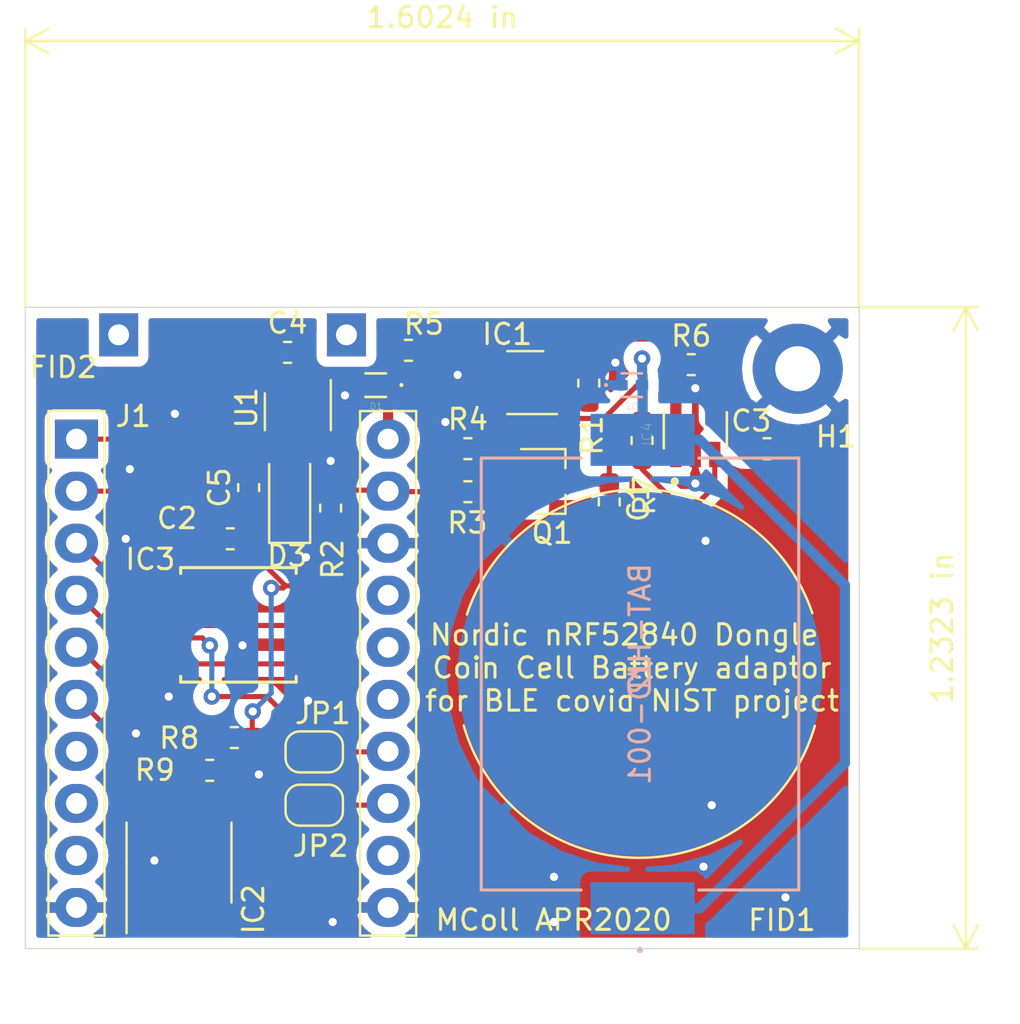
<source format=kicad_pcb>
(kicad_pcb (version 20171130) (host pcbnew "(5.1.5)-3")

  (general
    (thickness 1.6)
    (drawings 10)
    (tracks 217)
    (zones 0)
    (modules 30)
    (nets 39)
  )

  (page A4)
  (layers
    (0 F.Cu signal)
    (31 B.Cu signal)
    (32 B.Adhes user)
    (33 F.Adhes user)
    (34 B.Paste user)
    (35 F.Paste user)
    (36 B.SilkS user)
    (37 F.SilkS user)
    (38 B.Mask user)
    (39 F.Mask user)
    (40 Dwgs.User user)
    (41 Cmts.User user)
    (42 Eco1.User user)
    (43 Eco2.User user)
    (44 Edge.Cuts user)
    (45 Margin user)
    (46 B.CrtYd user)
    (47 F.CrtYd user)
    (48 B.Fab user)
    (49 F.Fab user hide)
  )

  (setup
    (last_trace_width 0.25)
    (trace_clearance 0.2)
    (zone_clearance 0.508)
    (zone_45_only no)
    (trace_min 0.2)
    (via_size 0.8)
    (via_drill 0.4)
    (via_min_size 0.4)
    (via_min_drill 0.3)
    (uvia_size 0.3)
    (uvia_drill 0.1)
    (uvias_allowed no)
    (uvia_min_size 0.2)
    (uvia_min_drill 0.1)
    (edge_width 0.05)
    (segment_width 0.2)
    (pcb_text_width 0.3)
    (pcb_text_size 1.5 1.5)
    (mod_edge_width 0.12)
    (mod_text_size 1 1)
    (mod_text_width 0.15)
    (pad_size 4.4 4.4)
    (pad_drill 2.2)
    (pad_to_mask_clearance 0.051)
    (solder_mask_min_width 0.25)
    (aux_axis_origin 0 0)
    (visible_elements 7FFFFFFF)
    (pcbplotparams
      (layerselection 0x010fc_ffffffff)
      (usegerberextensions false)
      (usegerberattributes false)
      (usegerberadvancedattributes false)
      (creategerberjobfile false)
      (excludeedgelayer true)
      (linewidth 0.100000)
      (plotframeref false)
      (viasonmask false)
      (mode 1)
      (useauxorigin false)
      (hpglpennumber 1)
      (hpglpenspeed 20)
      (hpglpendiameter 15.000000)
      (psnegative false)
      (psa4output false)
      (plotreference true)
      (plotvalue true)
      (plotinvisibletext false)
      (padsonsilk false)
      (subtractmaskfromsilk false)
      (outputformat 1)
      (mirror false)
      (drillshape 1)
      (scaleselection 1)
      (outputdirectory ""))
  )

  (net 0 "")
  (net 1 GND)
  (net 2 /3V)
  (net 3 "Net-(C3-Pad1)")
  (net 4 /5Vusb)
  (net 5 "Net-(Q1-Pad2)")
  (net 6 /VDD_3V)
  (net 7 "Net-(C5-Pad2)")
  (net 8 "Net-(U1-Pad4)")
  (net 9 /SDA)
  (net 10 /SCL)
  (net 11 /SCLK)
  (net 12 /SI)
  (net 13 /SO)
  (net 14 /CS)
  (net 15 /WP)
  (net 16 /RESET)
  (net 17 "Net-(IC1-Pad5)")
  (net 18 "Net-(IC1-Pad4)")
  (net 19 "Net-(IC1-Pad2)")
  (net 20 "Net-(IC2-Pad8)")
  (net 21 "Net-(IC2-Pad7)")
  (net 22 "Net-(IC2-Pad2)")
  (net 23 "Net-(IC2-Pad1)")
  (net 24 "Net-(IC4-Pad5)")
  (net 25 "Net-(IC4-Pad3)")
  (net 26 "Net-(IC4-Pad1)")
  (net 27 "Net-(J1-Pad17)")
  (net 28 "Net-(J1-Pad16)")
  (net 29 "Net-(J1-Pad15)")
  (net 30 "Net-(J1-Pad7)")
  (net 31 "Net-(J1-Pad14)")
  (net 32 "Net-(J1-Pad8)")
  (net 33 "Net-(J1-Pad13)")
  (net 34 "Net-(J1-Pad9)")
  (net 35 "Net-(J1-Pad12)")
  (net 36 "Net-(J1-Pad22)")
  (net 37 "Net-(J1-Pad21)")
  (net 38 "Net-(D3-Pad1)")

  (net_class Default "This is the default net class."
    (clearance 0.2)
    (trace_width 0.25)
    (via_dia 0.8)
    (via_drill 0.4)
    (uvia_dia 0.3)
    (uvia_drill 0.1)
    (add_net /3V)
    (add_net /5Vusb)
    (add_net /CS)
    (add_net /RESET)
    (add_net /SCL)
    (add_net /SCLK)
    (add_net /SDA)
    (add_net /SI)
    (add_net /SO)
    (add_net /VDD_3V)
    (add_net /WP)
    (add_net GND)
    (add_net "Net-(C3-Pad1)")
    (add_net "Net-(C5-Pad2)")
    (add_net "Net-(D3-Pad1)")
    (add_net "Net-(IC1-Pad2)")
    (add_net "Net-(IC1-Pad4)")
    (add_net "Net-(IC1-Pad5)")
    (add_net "Net-(IC2-Pad1)")
    (add_net "Net-(IC2-Pad2)")
    (add_net "Net-(IC2-Pad7)")
    (add_net "Net-(IC2-Pad8)")
    (add_net "Net-(IC4-Pad1)")
    (add_net "Net-(IC4-Pad3)")
    (add_net "Net-(IC4-Pad5)")
    (add_net "Net-(J1-Pad12)")
    (add_net "Net-(J1-Pad13)")
    (add_net "Net-(J1-Pad14)")
    (add_net "Net-(J1-Pad15)")
    (add_net "Net-(J1-Pad16)")
    (add_net "Net-(J1-Pad17)")
    (add_net "Net-(J1-Pad21)")
    (add_net "Net-(J1-Pad22)")
    (add_net "Net-(J1-Pad7)")
    (add_net "Net-(J1-Pad8)")
    (add_net "Net-(J1-Pad9)")
    (add_net "Net-(Q1-Pad2)")
    (add_net "Net-(U1-Pad4)")
  )

  (module 0my_footprints:MX25R6435FM2IL0 (layer F.Cu) (tedit 5EA0AA01) (tstamp 5EA09D61)
    (at 134.7 88.2)
    (path /5E9F9A1A)
    (fp_text reference IC3 (at -4.3 -3.2) (layer F.SilkS)
      (effects (font (size 1 1) (thickness 0.15)))
    )
    (fp_text value MX25R6435FM2IL0 (at 0 0) (layer F.SilkS) hide
      (effects (font (size 1 1) (thickness 0.15)))
    )
    (fp_arc (start 0 -2.667) (end 0.3048 -2.667) (angle 180) (layer F.Fab) (width 0.1524))
    (fp_line (start -2.9464 2.4384) (end -4.6609 2.4384) (layer F.CrtYd) (width 0.1524))
    (fp_line (start -2.9464 2.921) (end -2.9464 2.4384) (layer F.CrtYd) (width 0.1524))
    (fp_line (start 2.9464 2.921) (end -2.9464 2.921) (layer F.CrtYd) (width 0.1524))
    (fp_line (start 2.9464 2.4384) (end 2.9464 2.921) (layer F.CrtYd) (width 0.1524))
    (fp_line (start 4.6609 2.4384) (end 2.9464 2.4384) (layer F.CrtYd) (width 0.1524))
    (fp_line (start 4.6609 -2.4384) (end 4.6609 2.4384) (layer F.CrtYd) (width 0.1524))
    (fp_line (start 2.9464 -2.4384) (end 4.6609 -2.4384) (layer F.CrtYd) (width 0.1524))
    (fp_line (start 2.9464 -2.921) (end 2.9464 -2.4384) (layer F.CrtYd) (width 0.1524))
    (fp_line (start -2.9464 -2.921) (end 2.9464 -2.921) (layer F.CrtYd) (width 0.1524))
    (fp_line (start -2.9464 -2.4384) (end -2.9464 -2.921) (layer F.CrtYd) (width 0.1524))
    (fp_line (start -4.6609 -2.4384) (end -2.9464 -2.4384) (layer F.CrtYd) (width 0.1524))
    (fp_line (start -4.6609 2.4384) (end -4.6609 -2.4384) (layer F.CrtYd) (width 0.1524))
    (fp_line (start 2.8194 -2.511025) (end 2.8194 -2.794) (layer F.SilkS) (width 0.1524))
    (fp_line (start -2.8194 2.511025) (end -2.8194 2.794) (layer F.SilkS) (width 0.1524))
    (fp_line (start -2.6924 -2.667) (end -2.6924 2.667) (layer F.Fab) (width 0.1524))
    (fp_line (start 2.6924 -2.667) (end -2.6924 -2.667) (layer F.Fab) (width 0.1524))
    (fp_line (start 2.6924 2.667) (end 2.6924 -2.667) (layer F.Fab) (width 0.1524))
    (fp_line (start -2.6924 2.667) (end 2.6924 2.667) (layer F.Fab) (width 0.1524))
    (fp_line (start -2.8194 -2.794) (end -2.8194 -2.511025) (layer F.SilkS) (width 0.1524))
    (fp_line (start 2.8194 -2.794) (end -2.8194 -2.794) (layer F.SilkS) (width 0.1524))
    (fp_line (start 2.8194 2.794) (end 2.8194 2.511025) (layer F.SilkS) (width 0.1524))
    (fp_line (start -2.8194 2.794) (end 2.8194 2.794) (layer F.SilkS) (width 0.1524))
    (fp_line (start 4.0513 -2.159) (end 2.6924 -2.159) (layer F.Fab) (width 0.1524))
    (fp_line (start 4.0513 -1.651) (end 4.0513 -2.159) (layer F.Fab) (width 0.1524))
    (fp_line (start 2.6924 -1.651) (end 4.0513 -1.651) (layer F.Fab) (width 0.1524))
    (fp_line (start 2.6924 -2.159) (end 2.6924 -1.651) (layer F.Fab) (width 0.1524))
    (fp_line (start 4.0513 -0.889) (end 2.6924 -0.889) (layer F.Fab) (width 0.1524))
    (fp_line (start 4.0513 -0.381) (end 4.0513 -0.889) (layer F.Fab) (width 0.1524))
    (fp_line (start 2.6924 -0.381) (end 4.0513 -0.381) (layer F.Fab) (width 0.1524))
    (fp_line (start 2.6924 -0.889) (end 2.6924 -0.381) (layer F.Fab) (width 0.1524))
    (fp_line (start 4.0513 0.381) (end 2.6924 0.381) (layer F.Fab) (width 0.1524))
    (fp_line (start 4.0513 0.889) (end 4.0513 0.381) (layer F.Fab) (width 0.1524))
    (fp_line (start 2.6924 0.889) (end 4.0513 0.889) (layer F.Fab) (width 0.1524))
    (fp_line (start 2.6924 0.381) (end 2.6924 0.889) (layer F.Fab) (width 0.1524))
    (fp_line (start 4.0513 1.651) (end 2.6924 1.651) (layer F.Fab) (width 0.1524))
    (fp_line (start 4.0513 2.159) (end 4.0513 1.651) (layer F.Fab) (width 0.1524))
    (fp_line (start 2.6924 2.159) (end 4.0513 2.159) (layer F.Fab) (width 0.1524))
    (fp_line (start 2.6924 1.651) (end 2.6924 2.159) (layer F.Fab) (width 0.1524))
    (fp_line (start -4.0513 2.159) (end -2.6924 2.159) (layer F.Fab) (width 0.1524))
    (fp_line (start -4.0513 1.651) (end -4.0513 2.159) (layer F.Fab) (width 0.1524))
    (fp_line (start -2.6924 1.651) (end -4.0513 1.651) (layer F.Fab) (width 0.1524))
    (fp_line (start -2.6924 2.159) (end -2.6924 1.651) (layer F.Fab) (width 0.1524))
    (fp_line (start -4.0513 0.889) (end -2.6924 0.889) (layer F.Fab) (width 0.1524))
    (fp_line (start -4.0513 0.381) (end -4.0513 0.889) (layer F.Fab) (width 0.1524))
    (fp_line (start -2.6924 0.381) (end -4.0513 0.381) (layer F.Fab) (width 0.1524))
    (fp_line (start -2.6924 0.889) (end -2.6924 0.381) (layer F.Fab) (width 0.1524))
    (fp_line (start -4.0513 -0.381) (end -2.6924 -0.381) (layer F.Fab) (width 0.1524))
    (fp_line (start -4.0513 -0.889) (end -4.0513 -0.381) (layer F.Fab) (width 0.1524))
    (fp_line (start -2.6924 -0.889) (end -4.0513 -0.889) (layer F.Fab) (width 0.1524))
    (fp_line (start -2.6924 -0.381) (end -2.6924 -0.889) (layer F.Fab) (width 0.1524))
    (fp_line (start -4.0513 -1.651) (end -2.6924 -1.651) (layer F.Fab) (width 0.1524))
    (fp_line (start -4.0513 -2.159) (end -4.0513 -1.651) (layer F.Fab) (width 0.1524))
    (fp_line (start -2.6924 -2.159) (end -4.0513 -2.159) (layer F.Fab) (width 0.1524))
    (fp_line (start -2.6924 -1.651) (end -2.6924 -2.159) (layer F.Fab) (width 0.1524))
    (fp_text user * (at -2.3114 -2.5908) (layer F.Fab) hide
      (effects (font (size 1 1) (thickness 0.15)))
    )
    (fp_text user * (at -3.8989 -3.6068) (layer F.SilkS) hide
      (effects (font (size 1 1) (thickness 0.15)))
    )
    (fp_text user * (at -2.3114 -2.5908) (layer F.Fab) hide
      (effects (font (size 1 1) (thickness 0.15)))
    )
    (fp_text user * (at -3.8989 -3.6068) (layer F.SilkS) hide
      (effects (font (size 1 1) (thickness 0.15)))
    )
    (fp_text user "Copyright 2016 Accelerated Designs. All rights reserved." (at 0 0) (layer Cmts.User) hide
      (effects (font (size 0.127 0.127) (thickness 0.002)))
    )
    (pad 8 smd rect (at 3.6449 -1.905) (size 1.524 0.5588) (layers F.Cu F.Paste F.Mask)
      (net 6 /VDD_3V))
    (pad 7 smd rect (at 3.6449 -0.635) (size 1.524 0.5588) (layers F.Cu F.Paste F.Mask)
      (net 16 /RESET))
    (pad 6 smd rect (at 3.6449 0.635) (size 1.524 0.5588) (layers F.Cu F.Paste F.Mask)
      (net 11 /SCLK))
    (pad 5 smd rect (at 3.6449 1.905) (size 1.524 0.5588) (layers F.Cu F.Paste F.Mask)
      (net 12 /SI))
    (pad 4 smd rect (at -3.6449 1.905) (size 1.524 0.5588) (layers F.Cu F.Paste F.Mask)
      (net 1 GND))
    (pad 3 smd rect (at -3.6449 0.635) (size 1.524 0.5588) (layers F.Cu F.Paste F.Mask)
      (net 15 /WP))
    (pad 2 smd rect (at -3.6449 -0.635) (size 1.524 0.5588) (layers F.Cu F.Paste F.Mask)
      (net 13 /SO))
    (pad 1 smd rect (at -3.6449 -1.905) (size 1.524 0.5588) (layers F.Cu F.Paste F.Mask)
      (net 14 /CS))
  )

  (module Resistor_SMD:R_0603_1608Metric_Pad1.05x0.95mm_HandSolder (layer F.Cu) (tedit 5B301BBD) (tstamp 5E9CA1DD)
    (at 151.8 76.4 90)
    (descr "Resistor SMD 0603 (1608 Metric), square (rectangular) end terminal, IPC_7351 nominal with elongated pad for handsoldering. (Body size source: http://www.tortai-tech.com/upload/download/2011102023233369053.pdf), generated with kicad-footprint-generator")
    (tags "resistor handsolder")
    (path /5E9FCC69)
    (attr smd)
    (fp_text reference R1 (at -2.5559 0.1555 90) (layer F.SilkS)
      (effects (font (size 1 1) (thickness 0.15)))
    )
    (fp_text value 0 (at 0 1.43 90) (layer F.Fab)
      (effects (font (size 1 1) (thickness 0.15)))
    )
    (fp_text user %R (at 0 0 90) (layer F.Fab)
      (effects (font (size 0.4 0.4) (thickness 0.06)))
    )
    (fp_line (start 1.65 0.73) (end -1.65 0.73) (layer F.CrtYd) (width 0.05))
    (fp_line (start 1.65 -0.73) (end 1.65 0.73) (layer F.CrtYd) (width 0.05))
    (fp_line (start -1.65 -0.73) (end 1.65 -0.73) (layer F.CrtYd) (width 0.05))
    (fp_line (start -1.65 0.73) (end -1.65 -0.73) (layer F.CrtYd) (width 0.05))
    (fp_line (start -0.171267 0.51) (end 0.171267 0.51) (layer F.SilkS) (width 0.12))
    (fp_line (start -0.171267 -0.51) (end 0.171267 -0.51) (layer F.SilkS) (width 0.12))
    (fp_line (start 0.8 0.4) (end -0.8 0.4) (layer F.Fab) (width 0.1))
    (fp_line (start 0.8 -0.4) (end 0.8 0.4) (layer F.Fab) (width 0.1))
    (fp_line (start -0.8 -0.4) (end 0.8 -0.4) (layer F.Fab) (width 0.1))
    (fp_line (start -0.8 0.4) (end -0.8 -0.4) (layer F.Fab) (width 0.1))
    (pad 2 smd roundrect (at 0.875 0 90) (size 1.05 0.95) (layers F.Cu F.Paste F.Mask) (roundrect_rratio 0.25)
      (net 1 GND))
    (pad 1 smd roundrect (at -0.875 0 90) (size 1.05 0.95) (layers F.Cu F.Paste F.Mask) (roundrect_rratio 0.25)
      (net 19 "Net-(IC1-Pad2)"))
    (model ${KISYS3DMOD}/Resistor_SMD.3dshapes/R_0603_1608Metric.wrl
      (at (xyz 0 0 0))
      (scale (xyz 1 1 1))
      (rotate (xyz 0 0 0))
    )
  )

  (module 0my_footprints:DIODFN100X60X45-2N (layer B.Cu) (tedit 5E9C4450) (tstamp 5E9CA138)
    (at 153.9 76.5)
    (path /5E9C6764)
    (fp_text reference D2 (at -0.019 1.0282) (layer B.SilkS)
      (effects (font (size 0.32 0.32) (thickness 0.015)) (justify mirror))
    )
    (fp_text value TPD1E10B06DPYR (at 2.6226 -0.9968) (layer B.Fab)
      (effects (font (size 0.32 0.32) (thickness 0.015)) (justify mirror))
    )
    (fp_circle (center -1.256 -0.006) (end -1.206 -0.006) (layer B.Fab) (width 0.1))
    (fp_line (start -0.5 -0.575) (end 0.5 -0.575) (layer B.SilkS) (width 0.127))
    (fp_line (start -0.5 0.575) (end 0.5 0.575) (layer B.SilkS) (width 0.127))
    (fp_circle (center -1.256 -0.006) (end -1.206 -0.006) (layer B.SilkS) (width 0.1))
    (fp_line (start -1.05 -0.6) (end -1.05 0.6) (layer B.CrtYd) (width 0.05))
    (fp_line (start 1.05 -0.6) (end -1.05 -0.6) (layer B.CrtYd) (width 0.05))
    (fp_line (start 1.05 0.6) (end 1.05 -0.6) (layer B.CrtYd) (width 0.05))
    (fp_line (start -1.05 0.6) (end 1.05 0.6) (layer B.CrtYd) (width 0.05))
    (fp_line (start -0.55 -0.35) (end -0.55 0.35) (layer B.Fab) (width 0.127))
    (fp_line (start 0.55 -0.35) (end -0.55 -0.35) (layer B.Fab) (width 0.127))
    (fp_line (start 0.55 0.35) (end 0.55 -0.35) (layer B.Fab) (width 0.127))
    (fp_line (start -0.55 0.35) (end 0.55 0.35) (layer B.Fab) (width 0.127))
    (pad 2 smd rect (at 0.5 0) (size 0.6 0.5) (layers B.Cu B.Paste B.Mask)
      (net 2 /3V))
    (pad 1 smd rect (at -0.5 0) (size 0.6 0.5) (layers B.Cu B.Paste B.Mask)
      (net 1 GND))
  )

  (module 0my_footprints:DIODFN100X60X45-2N (layer F.Cu) (tedit 5E9C4450) (tstamp 5E9C46E7)
    (at 141.4 76.5 180)
    (path /5E9C4738)
    (fp_text reference D1 (at -0.019 -1.0282) (layer F.SilkS)
      (effects (font (size 0.32 0.32) (thickness 0.015)))
    )
    (fp_text value TPD1E10B06DPYR (at 2.6226 0.9968) (layer F.Fab)
      (effects (font (size 0.32 0.32) (thickness 0.015)))
    )
    (fp_circle (center -1.256 0.006) (end -1.206 0.006) (layer F.Fab) (width 0.1))
    (fp_line (start -0.5 0.575) (end 0.5 0.575) (layer F.SilkS) (width 0.127))
    (fp_line (start -0.5 -0.575) (end 0.5 -0.575) (layer F.SilkS) (width 0.127))
    (fp_circle (center -1.256 0.006) (end -1.206 0.006) (layer F.SilkS) (width 0.1))
    (fp_line (start -1.05 0.6) (end -1.05 -0.6) (layer F.CrtYd) (width 0.05))
    (fp_line (start 1.05 0.6) (end -1.05 0.6) (layer F.CrtYd) (width 0.05))
    (fp_line (start 1.05 -0.6) (end 1.05 0.6) (layer F.CrtYd) (width 0.05))
    (fp_line (start -1.05 -0.6) (end 1.05 -0.6) (layer F.CrtYd) (width 0.05))
    (fp_line (start -0.55 0.35) (end -0.55 -0.35) (layer F.Fab) (width 0.127))
    (fp_line (start 0.55 0.35) (end -0.55 0.35) (layer F.Fab) (width 0.127))
    (fp_line (start 0.55 -0.35) (end 0.55 0.35) (layer F.Fab) (width 0.127))
    (fp_line (start -0.55 -0.35) (end 0.55 -0.35) (layer F.Fab) (width 0.127))
    (pad 2 smd rect (at 0.5 0 180) (size 0.6 0.5) (layers F.Cu F.Paste F.Mask)
      (net 1 GND))
    (pad 1 smd rect (at -0.5 0 180) (size 0.6 0.5) (layers F.Cu F.Paste F.Mask)
      (net 4 /5Vusb))
  )

  (module Resistor_SMD:R_0603_1608Metric_Pad1.05x0.95mm_HandSolder (layer F.Cu) (tedit 5B301BBD) (tstamp 5E9CA232)
    (at 156.8 75.5)
    (descr "Resistor SMD 0603 (1608 Metric), square (rectangular) end terminal, IPC_7351 nominal with elongated pad for handsoldering. (Body size source: http://www.tortai-tech.com/upload/download/2011102023233369053.pdf), generated with kicad-footprint-generator")
    (tags "resistor handsolder")
    (path /5EA04301)
    (attr smd)
    (fp_text reference R6 (at 0 -1.4) (layer F.SilkS)
      (effects (font (size 1 1) (thickness 0.15)))
    )
    (fp_text value 1.69K (at 0.1 2.1) (layer F.Fab)
      (effects (font (size 1 1) (thickness 0.15)))
    )
    (fp_text user %R (at 0 0 180) (layer F.Fab)
      (effects (font (size 0.4 0.4) (thickness 0.06)))
    )
    (fp_line (start 1.65 0.73) (end -1.65 0.73) (layer F.CrtYd) (width 0.05))
    (fp_line (start 1.65 -0.73) (end 1.65 0.73) (layer F.CrtYd) (width 0.05))
    (fp_line (start -1.65 -0.73) (end 1.65 -0.73) (layer F.CrtYd) (width 0.05))
    (fp_line (start -1.65 0.73) (end -1.65 -0.73) (layer F.CrtYd) (width 0.05))
    (fp_line (start -0.171267 0.51) (end 0.171267 0.51) (layer F.SilkS) (width 0.12))
    (fp_line (start -0.171267 -0.51) (end 0.171267 -0.51) (layer F.SilkS) (width 0.12))
    (fp_line (start 0.8 0.4) (end -0.8 0.4) (layer F.Fab) (width 0.1))
    (fp_line (start 0.8 -0.4) (end 0.8 0.4) (layer F.Fab) (width 0.1))
    (fp_line (start -0.8 -0.4) (end 0.8 -0.4) (layer F.Fab) (width 0.1))
    (fp_line (start -0.8 0.4) (end -0.8 -0.4) (layer F.Fab) (width 0.1))
    (pad 2 smd roundrect (at 0.875 0) (size 1.05 0.95) (layers F.Cu F.Paste F.Mask) (roundrect_rratio 0.25)
      (net 1 GND))
    (pad 1 smd roundrect (at -0.875 0) (size 1.05 0.95) (layers F.Cu F.Paste F.Mask) (roundrect_rratio 0.25)
      (net 24 "Net-(IC4-Pad5)"))
    (model ${KISYS3DMOD}/Resistor_SMD.3dshapes/R_0603_1608Metric.wrl
      (at (xyz 0 0 0))
      (scale (xyz 1 1 1))
      (rotate (xyz 0 0 0))
    )
  )

  (module MountingHole:MountingHole_2.2mm_M2_Pad (layer F.Cu) (tedit 5EA0A6CB) (tstamp 5EA0E02F)
    (at 162 75.7)
    (descr "Mounting Hole 2.2mm, M2")
    (tags "mounting hole 2.2mm m2")
    (path /5EA39936)
    (attr virtual)
    (fp_text reference H1 (at 1.8808 3.3194) (layer F.SilkS)
      (effects (font (size 1 1) (thickness 0.15)))
    )
    (fp_text value MountingHole (at 0 3.2) (layer F.Fab)
      (effects (font (size 1 1) (thickness 0.15)))
    )
    (fp_circle (center 0 0) (end 2.45 0) (layer F.CrtYd) (width 0.05))
    (fp_circle (center 0 0) (end 2.2 0) (layer Cmts.User) (width 0.15))
    (fp_text user %R (at 0.3 0) (layer F.Fab)
      (effects (font (size 1 1) (thickness 0.15)))
    )
    (pad 1 thru_hole circle (at 0 0) (size 4.4 4.4) (drill 2.2) (layers *.Cu *.Mask)
      (net 1 GND))
  )

  (module 0my_footprints:Nordic_nRF52840_FeatherHeader (layer F.Cu) (tedit 5EA06932) (tstamp 5E9EFA9F)
    (at 126.7968 79.1337)
    (descr "32-bit microcontroller module with WiFi, https://www.adafruit.com/product/2471")
    (tags "ESP8266 WiFi microcontroller")
    (path /5EA6E901)
    (fp_text reference J1 (at 2.7686 -1.1176) (layer F.SilkS)
      (effects (font (size 1 1) (thickness 0.15)))
    )
    (fp_text value Nordic_nRF52840_breakout (at -2.75 12 90) (layer F.Fab)
      (effects (font (size 1 1) (thickness 0.15)))
    )
    (fp_text user "BLE ANTENNA" (at 7.3 25.08) (layer Cmts.User)
      (effects (font (size 1 1) (thickness 0.15)))
    )
    (fp_line (start 2.33 28.16) (end 2.33 25.92) (layer Dwgs.User) (width 0.12))
    (fp_line (start 4.14 28.16) (end 2.33 28.16) (layer Dwgs.User) (width 0.12))
    (fp_line (start 4.14 26) (end 4.14 28.16) (layer Dwgs.User) (width 0.12))
    (fp_line (start 5.99 26) (end 4.14 26) (layer Dwgs.User) (width 0.12))
    (fp_line (start 5.99 28.14) (end 5.99 26) (layer Dwgs.User) (width 0.12))
    (fp_line (start 7.72 28.14) (end 5.99 28.14) (layer Dwgs.User) (width 0.12))
    (fp_line (start 7.72 25.98) (end 7.72 28.14) (layer Dwgs.User) (width 0.12))
    (fp_line (start 9.6 25.98) (end 7.72 25.98) (layer Dwgs.User) (width 0.12))
    (fp_line (start 9.6 28.14) (end 9.6 25.98) (layer Dwgs.User) (width 0.12))
    (fp_line (start 11.48 28.14) (end 9.6 28.14) (layer Dwgs.User) (width 0.12))
    (fp_line (start 11.48 22.35) (end 11.48 28.14) (layer Dwgs.User) (width 0.12))
    (fp_line (start 13.64 -17.5) (end 1.6 -17.5) (layer Dwgs.User) (width 0.12))
    (fp_line (start 13.64 -3.1) (end 13.64 -17.5) (layer Dwgs.User) (width 0.12))
    (fp_line (start 1.6 -3.1) (end 1.6 -17.5) (layer Dwgs.User) (width 0.12))
    (fp_line (start 15.24 -1.5) (end 13.64 -3.1) (layer Dwgs.User) (width 0.12))
    (fp_line (start 0 -1.5) (end 1.6 -3.1) (layer Dwgs.User) (width 0.12))
    (fp_line (start 15.24 28.5) (end 0 28.5) (layer Dwgs.User) (width 0.12))
    (fp_line (start 15.24 -1.5) (end 15.24 28.5) (layer Dwgs.User) (width 0.12))
    (fp_line (start 0 -1.5) (end 0 28.5) (layer Dwgs.User) (width 0.12))
    (fp_line (start 13.39 -1.75) (end 13.39 24.5) (layer F.CrtYd) (width 0.12))
    (fp_line (start 16.89 -1.75) (end 13.39 -1.75) (layer F.CrtYd) (width 0.12))
    (fp_line (start 16.89 24.5) (end 16.89 -1.75) (layer F.CrtYd) (width 0.12))
    (fp_line (start 13.39 24.5) (end 16.89 24.5) (layer F.CrtYd) (width 0.12))
    (fp_line (start -1.75 -1.75) (end -1.75 24.5) (layer F.CrtYd) (width 0.12))
    (fp_line (start 1.75 -1.75) (end -1.75 -1.75) (layer F.CrtYd) (width 0.12))
    (fp_line (start 1.75 24.5) (end 1.75 -1.75) (layer F.CrtYd) (width 0.12))
    (fp_line (start -1.75 24.5) (end 1.75 24.5) (layer F.CrtYd) (width 0.12))
    (fp_line (start -1.37 -1.37) (end -1.37 24.23) (layer F.SilkS) (width 0.12))
    (fp_line (start -1.37 24.23) (end 1.37 24.23) (layer F.SilkS) (width 0.12))
    (fp_line (start 1.37 24.23) (end 1.37 -1.37) (layer F.SilkS) (width 0.12))
    (fp_line (start 1.37 -1.37) (end -1.37 -1.37) (layer F.SilkS) (width 0.12))
    (fp_line (start 13.84 -1.37) (end 13.84 24.23) (layer F.SilkS) (width 0.12))
    (fp_line (start 13.84 24.23) (end 16.58 24.23) (layer F.SilkS) (width 0.12))
    (fp_line (start 16.58 24.23) (end 16.58 -1.37) (layer F.SilkS) (width 0.12))
    (fp_line (start 16.58 -1.37) (end 13.84 -1.37) (layer F.SilkS) (width 0.12))
    (fp_text user %R (at -0.25 -2.25) (layer F.Fab)
      (effects (font (size 1 1) (thickness 0.15)))
    )
    (pad 22 thru_hole rect (at 13.177 -5.09 90) (size 2.1 1.9) (drill 1.02) (layers *.Cu *.Mask)
      (net 36 "Net-(J1-Pad22)"))
    (pad 21 thru_hole rect (at 2.057 -5.09 270) (size 2.1 1.9) (drill 1.02) (layers *.Cu *.Mask)
      (net 37 "Net-(J1-Pad21)"))
    (pad 1 thru_hole rect (at 0 0) (size 2.1 1.9) (drill 1.02) (layers *.Cu *.Mask)
      (net 14 /CS))
    (pad 20 thru_hole oval (at 15.21 0) (size 2.1 1.9) (drill 1.02) (layers *.Cu *.Mask)
      (net 4 /5Vusb))
    (pad 2 thru_hole oval (at 0 2.54) (size 2.1 1.9) (drill 1.02) (layers *.Cu *.Mask)
      (net 13 /SO))
    (pad 19 thru_hole oval (at 15.21 2.54) (size 2.1 1.9) (drill 1.02) (layers *.Cu *.Mask)
      (net 6 /VDD_3V))
    (pad 3 thru_hole oval (at 0 5.08) (size 2.1 1.9) (drill 1.02) (layers *.Cu *.Mask)
      (net 11 /SCLK))
    (pad 18 thru_hole oval (at 15.21 5.08) (size 2.1 1.9) (drill 1.02) (layers *.Cu *.Mask)
      (net 1 GND))
    (pad 4 thru_hole oval (at 0 7.62) (size 2.1 1.9) (drill 1.02) (layers *.Cu *.Mask)
      (net 12 /SI))
    (pad 17 thru_hole oval (at 15.21 7.62) (size 2.1 1.9) (drill 1.02) (layers *.Cu *.Mask)
      (net 27 "Net-(J1-Pad17)"))
    (pad 5 thru_hole oval (at 0 10.16) (size 2.1 1.9) (drill 1.02) (layers *.Cu *.Mask)
      (net 9 /SDA))
    (pad 16 thru_hole oval (at 15.21 10.16) (size 2.1 1.9) (drill 1.02) (layers *.Cu *.Mask)
      (net 28 "Net-(J1-Pad16)"))
    (pad 6 thru_hole oval (at 0 12.7) (size 2.1 1.9) (drill 1.02) (layers *.Cu *.Mask)
      (net 10 /SCL))
    (pad 15 thru_hole oval (at 15.21 12.7) (size 2.1 1.9) (drill 1.02) (layers *.Cu *.Mask)
      (net 29 "Net-(J1-Pad15)"))
    (pad 7 thru_hole oval (at 0 15.24) (size 2.1 1.9) (drill 1.02) (layers *.Cu *.Mask)
      (net 30 "Net-(J1-Pad7)"))
    (pad 14 thru_hole oval (at 15.21 15.24) (size 2.1 1.9) (drill 1.02) (layers *.Cu *.Mask)
      (net 31 "Net-(J1-Pad14)"))
    (pad 8 thru_hole oval (at 0 17.78) (size 2.1 1.9) (drill 1.02) (layers *.Cu *.Mask)
      (net 32 "Net-(J1-Pad8)"))
    (pad 13 thru_hole oval (at 15.21 17.78) (size 2.1 1.9) (drill 1.02) (layers *.Cu *.Mask)
      (net 33 "Net-(J1-Pad13)"))
    (pad 9 thru_hole oval (at 0 20.32) (size 2.1 1.9) (drill 1.02) (layers *.Cu *.Mask)
      (net 34 "Net-(J1-Pad9)"))
    (pad 12 thru_hole oval (at 15.21 20.32) (size 2.1 1.9) (drill 1.02) (layers *.Cu *.Mask)
      (net 35 "Net-(J1-Pad12)"))
    (pad 10 thru_hole oval (at 0 22.86) (size 2.1 1.9) (drill 1.02) (layers *.Cu *.Mask)
      (net 1 GND))
    (pad 11 thru_hole oval (at 15.21 22.86) (size 2.1 1.9) (drill 1.02) (layers *.Cu *.Mask)
      (net 1 GND))
    (model ${KISYS3DMOD}/Module.3dshapes/Adafruit_HUZZAH_ESP8266_breakout.wrl
      (at (xyz 0 0 0))
      (scale (xyz 1 1 1))
      (rotate (xyz 0 0 0))
    )
  )

  (module Resistor_SMD:R_0603_1608Metric_Pad1.05x0.95mm_HandSolder (layer F.Cu) (tedit 5B301BBD) (tstamp 5EA0A648)
    (at 133.3 95.3 180)
    (descr "Resistor SMD 0603 (1608 Metric), square (rectangular) end terminal, IPC_7351 nominal with elongated pad for handsoldering. (Body size source: http://www.tortai-tech.com/upload/download/2011102023233369053.pdf), generated with kicad-footprint-generator")
    (tags "resistor handsolder")
    (path /5EA074F4)
    (attr smd)
    (fp_text reference R9 (at 2.6805 0.0119) (layer F.SilkS)
      (effects (font (size 1 1) (thickness 0.15)))
    )
    (fp_text value 4.7K (at 0 1.43) (layer F.Fab)
      (effects (font (size 1 1) (thickness 0.15)))
    )
    (fp_text user %R (at 0 0) (layer F.Fab)
      (effects (font (size 0.4 0.4) (thickness 0.06)))
    )
    (fp_line (start 1.65 0.73) (end -1.65 0.73) (layer F.CrtYd) (width 0.05))
    (fp_line (start 1.65 -0.73) (end 1.65 0.73) (layer F.CrtYd) (width 0.05))
    (fp_line (start -1.65 -0.73) (end 1.65 -0.73) (layer F.CrtYd) (width 0.05))
    (fp_line (start -1.65 0.73) (end -1.65 -0.73) (layer F.CrtYd) (width 0.05))
    (fp_line (start -0.171267 0.51) (end 0.171267 0.51) (layer F.SilkS) (width 0.12))
    (fp_line (start -0.171267 -0.51) (end 0.171267 -0.51) (layer F.SilkS) (width 0.12))
    (fp_line (start 0.8 0.4) (end -0.8 0.4) (layer F.Fab) (width 0.1))
    (fp_line (start 0.8 -0.4) (end 0.8 0.4) (layer F.Fab) (width 0.1))
    (fp_line (start -0.8 -0.4) (end 0.8 -0.4) (layer F.Fab) (width 0.1))
    (fp_line (start -0.8 0.4) (end -0.8 -0.4) (layer F.Fab) (width 0.1))
    (pad 2 smd roundrect (at 0.875 0 180) (size 1.05 0.95) (layers F.Cu F.Paste F.Mask) (roundrect_rratio 0.25)
      (net 10 /SCL))
    (pad 1 smd roundrect (at -0.875 0 180) (size 1.05 0.95) (layers F.Cu F.Paste F.Mask) (roundrect_rratio 0.25)
      (net 6 /VDD_3V))
    (model ${KISYS3DMOD}/Resistor_SMD.3dshapes/R_0603_1608Metric.wrl
      (at (xyz 0 0 0))
      (scale (xyz 1 1 1))
      (rotate (xyz 0 0 0))
    )
  )

  (module Resistor_SMD:R_0603_1608Metric_Pad1.05x0.95mm_HandSolder (layer F.Cu) (tedit 5B301BBD) (tstamp 5EA0A637)
    (at 134.5 93.7 180)
    (descr "Resistor SMD 0603 (1608 Metric), square (rectangular) end terminal, IPC_7351 nominal with elongated pad for handsoldering. (Body size source: http://www.tortai-tech.com/upload/download/2011102023233369053.pdf), generated with kicad-footprint-generator")
    (tags "resistor handsolder")
    (path /5EA0D031)
    (attr smd)
    (fp_text reference R8 (at 2.6867 -0.026) (layer F.SilkS)
      (effects (font (size 1 1) (thickness 0.15)))
    )
    (fp_text value 4.7K (at 0 1.43) (layer F.Fab)
      (effects (font (size 1 1) (thickness 0.15)))
    )
    (fp_text user %R (at 0 0) (layer F.Fab)
      (effects (font (size 0.4 0.4) (thickness 0.06)))
    )
    (fp_line (start 1.65 0.73) (end -1.65 0.73) (layer F.CrtYd) (width 0.05))
    (fp_line (start 1.65 -0.73) (end 1.65 0.73) (layer F.CrtYd) (width 0.05))
    (fp_line (start -1.65 -0.73) (end 1.65 -0.73) (layer F.CrtYd) (width 0.05))
    (fp_line (start -1.65 0.73) (end -1.65 -0.73) (layer F.CrtYd) (width 0.05))
    (fp_line (start -0.171267 0.51) (end 0.171267 0.51) (layer F.SilkS) (width 0.12))
    (fp_line (start -0.171267 -0.51) (end 0.171267 -0.51) (layer F.SilkS) (width 0.12))
    (fp_line (start 0.8 0.4) (end -0.8 0.4) (layer F.Fab) (width 0.1))
    (fp_line (start 0.8 -0.4) (end 0.8 0.4) (layer F.Fab) (width 0.1))
    (fp_line (start -0.8 -0.4) (end 0.8 -0.4) (layer F.Fab) (width 0.1))
    (fp_line (start -0.8 0.4) (end -0.8 -0.4) (layer F.Fab) (width 0.1))
    (pad 2 smd roundrect (at 0.875 0 180) (size 1.05 0.95) (layers F.Cu F.Paste F.Mask) (roundrect_rratio 0.25)
      (net 9 /SDA))
    (pad 1 smd roundrect (at -0.875 0 180) (size 1.05 0.95) (layers F.Cu F.Paste F.Mask) (roundrect_rratio 0.25)
      (net 6 /VDD_3V))
    (model ${KISYS3DMOD}/Resistor_SMD.3dshapes/R_0603_1608Metric.wrl
      (at (xyz 0 0 0))
      (scale (xyz 1 1 1))
      (rotate (xyz 0 0 0))
    )
  )

  (module Package_SO:SOIC-8_3.9x4.9mm_P1.27mm (layer F.Cu) (tedit 5D9F72B1) (tstamp 5EA09D15)
    (at 131.8 99.8 90)
    (descr "SOIC, 8 Pin (JEDEC MS-012AA, https://www.analog.com/media/en/package-pcb-resources/package/pkg_pdf/soic_narrow-r/r_8.pdf), generated with kicad-footprint-generator ipc_gullwing_generator.py")
    (tags "SOIC SO")
    (path /5E9F84DB)
    (attr smd)
    (fp_text reference IC2 (at -2.2826 3.6328 90) (layer F.SilkS)
      (effects (font (size 1 1) (thickness 0.15)))
    )
    (fp_text value PCF8523T (at 0 3.4 90) (layer F.Fab) hide
      (effects (font (size 1 1) (thickness 0.15)))
    )
    (fp_text user %R (at 0 0 90) (layer F.Fab) hide
      (effects (font (size 0.98 0.98) (thickness 0.15)))
    )
    (fp_line (start 3.7 -2.7) (end -3.7 -2.7) (layer F.CrtYd) (width 0.05))
    (fp_line (start 3.7 2.7) (end 3.7 -2.7) (layer F.CrtYd) (width 0.05))
    (fp_line (start -3.7 2.7) (end 3.7 2.7) (layer F.CrtYd) (width 0.05))
    (fp_line (start -3.7 -2.7) (end -3.7 2.7) (layer F.CrtYd) (width 0.05))
    (fp_line (start -1.95 -1.475) (end -0.975 -2.45) (layer F.Fab) (width 0.1))
    (fp_line (start -1.95 2.45) (end -1.95 -1.475) (layer F.Fab) (width 0.1))
    (fp_line (start 1.95 2.45) (end -1.95 2.45) (layer F.Fab) (width 0.1))
    (fp_line (start 1.95 -2.45) (end 1.95 2.45) (layer F.Fab) (width 0.1))
    (fp_line (start -0.975 -2.45) (end 1.95 -2.45) (layer F.Fab) (width 0.1))
    (fp_line (start 0 -2.56) (end -3.45 -2.56) (layer F.SilkS) (width 0.12))
    (fp_line (start 0 -2.56) (end 1.95 -2.56) (layer F.SilkS) (width 0.12))
    (fp_line (start 0 2.56) (end -1.95 2.56) (layer F.SilkS) (width 0.12))
    (fp_line (start 0 2.56) (end 1.95 2.56) (layer F.SilkS) (width 0.12))
    (pad 8 smd roundrect (at 2.475 -1.905 90) (size 1.95 0.6) (layers F.Cu F.Paste F.Mask) (roundrect_rratio 0.25)
      (net 20 "Net-(IC2-Pad8)"))
    (pad 7 smd roundrect (at 2.475 -0.635 90) (size 1.95 0.6) (layers F.Cu F.Paste F.Mask) (roundrect_rratio 0.25)
      (net 21 "Net-(IC2-Pad7)"))
    (pad 6 smd roundrect (at 2.475 0.635 90) (size 1.95 0.6) (layers F.Cu F.Paste F.Mask) (roundrect_rratio 0.25)
      (net 10 /SCL))
    (pad 5 smd roundrect (at 2.475 1.905 90) (size 1.95 0.6) (layers F.Cu F.Paste F.Mask) (roundrect_rratio 0.25)
      (net 9 /SDA))
    (pad 4 smd roundrect (at -2.475 1.905 90) (size 1.95 0.6) (layers F.Cu F.Paste F.Mask) (roundrect_rratio 0.25)
      (net 1 GND))
    (pad 3 smd roundrect (at -2.475 0.635 90) (size 1.95 0.6) (layers F.Cu F.Paste F.Mask) (roundrect_rratio 0.25)
      (net 6 /VDD_3V))
    (pad 2 smd roundrect (at -2.475 -0.635 90) (size 1.95 0.6) (layers F.Cu F.Paste F.Mask) (roundrect_rratio 0.25)
      (net 22 "Net-(IC2-Pad2)"))
    (pad 1 smd roundrect (at -2.475 -1.905 90) (size 1.95 0.6) (layers F.Cu F.Paste F.Mask) (roundrect_rratio 0.25)
      (net 23 "Net-(IC2-Pad1)"))
    (model ${KISYS3DMOD}/Package_SO.3dshapes/SOIC-8_3.9x4.9mm_P1.27mm.wrl
      (at (xyz 0 0 0))
      (scale (xyz 1 1 1))
      (rotate (xyz 0 0 0))
    )
  )

  (module Jumper:SolderJumper-2_P1.3mm_Open_RoundedPad1.0x1.5mm (layer F.Cu) (tedit 5B391E66) (tstamp 5EA09B31)
    (at 138.4 97 180)
    (descr "SMD Solder Jumper, 1x1.5mm, rounded Pads, 0.3mm gap, open")
    (tags "solder jumper open")
    (path /5EA3130D)
    (attr virtual)
    (fp_text reference JP2 (at -0.3094 -1.9965) (layer F.SilkS)
      (effects (font (size 1 1) (thickness 0.15)))
    )
    (fp_text value Jumper_2_Open (at 0 1.9) (layer F.Fab) hide
      (effects (font (size 1 1) (thickness 0.15)))
    )
    (fp_line (start 1.65 1.25) (end -1.65 1.25) (layer F.CrtYd) (width 0.05))
    (fp_line (start 1.65 1.25) (end 1.65 -1.25) (layer F.CrtYd) (width 0.05))
    (fp_line (start -1.65 -1.25) (end -1.65 1.25) (layer F.CrtYd) (width 0.05))
    (fp_line (start -1.65 -1.25) (end 1.65 -1.25) (layer F.CrtYd) (width 0.05))
    (fp_line (start -0.7 -1) (end 0.7 -1) (layer F.SilkS) (width 0.12))
    (fp_line (start 1.4 -0.3) (end 1.4 0.3) (layer F.SilkS) (width 0.12))
    (fp_line (start 0.7 1) (end -0.7 1) (layer F.SilkS) (width 0.12))
    (fp_line (start -1.4 0.3) (end -1.4 -0.3) (layer F.SilkS) (width 0.12))
    (fp_arc (start -0.7 -0.3) (end -0.7 -1) (angle -90) (layer F.SilkS) (width 0.12))
    (fp_arc (start -0.7 0.3) (end -1.4 0.3) (angle -90) (layer F.SilkS) (width 0.12))
    (fp_arc (start 0.7 0.3) (end 0.7 1) (angle -90) (layer F.SilkS) (width 0.12))
    (fp_arc (start 0.7 -0.3) (end 1.4 -0.3) (angle -90) (layer F.SilkS) (width 0.12))
    (pad 2 smd custom (at 0.65 0 180) (size 1 0.5) (layers F.Cu F.Mask)
      (net 15 /WP) (zone_connect 2)
      (options (clearance outline) (anchor rect))
      (primitives
        (gr_circle (center 0 0.25) (end 0.5 0.25) (width 0))
        (gr_circle (center 0 -0.25) (end 0.5 -0.25) (width 0))
        (gr_poly (pts
           (xy 0 -0.75) (xy -0.5 -0.75) (xy -0.5 0.75) (xy 0 0.75)) (width 0))
      ))
    (pad 1 smd custom (at -0.65 0 180) (size 1 0.5) (layers F.Cu F.Mask)
      (net 33 "Net-(J1-Pad13)") (zone_connect 2)
      (options (clearance outline) (anchor rect))
      (primitives
        (gr_circle (center 0 0.25) (end 0.5 0.25) (width 0))
        (gr_circle (center 0 -0.25) (end 0.5 -0.25) (width 0))
        (gr_poly (pts
           (xy 0 -0.75) (xy 0.5 -0.75) (xy 0.5 0.75) (xy 0 0.75)) (width 0))
      ))
  )

  (module Jumper:SolderJumper-2_P1.3mm_Open_RoundedPad1.0x1.5mm (layer F.Cu) (tedit 5B391E66) (tstamp 5EA09B1F)
    (at 138.4 94.4 180)
    (descr "SMD Solder Jumper, 1x1.5mm, rounded Pads, 0.3mm gap, open")
    (tags "solder jumper open")
    (path /5EA28DFE)
    (attr virtual)
    (fp_text reference JP1 (at -0.4237 1.8805) (layer F.SilkS)
      (effects (font (size 1 1) (thickness 0.15)))
    )
    (fp_text value Jumper_2_Open (at 0 1.9) (layer F.Fab) hide
      (effects (font (size 1 1) (thickness 0.15)))
    )
    (fp_line (start 1.65 1.25) (end -1.65 1.25) (layer F.CrtYd) (width 0.05))
    (fp_line (start 1.65 1.25) (end 1.65 -1.25) (layer F.CrtYd) (width 0.05))
    (fp_line (start -1.65 -1.25) (end -1.65 1.25) (layer F.CrtYd) (width 0.05))
    (fp_line (start -1.65 -1.25) (end 1.65 -1.25) (layer F.CrtYd) (width 0.05))
    (fp_line (start -0.7 -1) (end 0.7 -1) (layer F.SilkS) (width 0.12))
    (fp_line (start 1.4 -0.3) (end 1.4 0.3) (layer F.SilkS) (width 0.12))
    (fp_line (start 0.7 1) (end -0.7 1) (layer F.SilkS) (width 0.12))
    (fp_line (start -1.4 0.3) (end -1.4 -0.3) (layer F.SilkS) (width 0.12))
    (fp_arc (start -0.7 -0.3) (end -0.7 -1) (angle -90) (layer F.SilkS) (width 0.12))
    (fp_arc (start -0.7 0.3) (end -1.4 0.3) (angle -90) (layer F.SilkS) (width 0.12))
    (fp_arc (start 0.7 0.3) (end 0.7 1) (angle -90) (layer F.SilkS) (width 0.12))
    (fp_arc (start 0.7 -0.3) (end 1.4 -0.3) (angle -90) (layer F.SilkS) (width 0.12))
    (pad 2 smd custom (at 0.65 0 180) (size 1 0.5) (layers F.Cu F.Mask)
      (net 16 /RESET) (zone_connect 2)
      (options (clearance outline) (anchor rect))
      (primitives
        (gr_circle (center 0 0.25) (end 0.5 0.25) (width 0))
        (gr_circle (center 0 -0.25) (end 0.5 -0.25) (width 0))
        (gr_poly (pts
           (xy 0 -0.75) (xy -0.5 -0.75) (xy -0.5 0.75) (xy 0 0.75)) (width 0))
      ))
    (pad 1 smd custom (at -0.65 0 180) (size 1 0.5) (layers F.Cu F.Mask)
      (net 31 "Net-(J1-Pad14)") (zone_connect 2)
      (options (clearance outline) (anchor rect))
      (primitives
        (gr_circle (center 0 0.25) (end 0.5 0.25) (width 0))
        (gr_circle (center 0 -0.25) (end 0.5 -0.25) (width 0))
        (gr_poly (pts
           (xy 0 -0.75) (xy 0.5 -0.75) (xy 0.5 0.75) (xy 0 0.75)) (width 0))
      ))
  )

  (module Package_TO_SOT_SMD:SOT-23-5 (layer F.Cu) (tedit 5A02FF57) (tstamp 5E9EFCAC)
    (at 137.6 77.8 270)
    (descr "5-pin SOT23 package")
    (tags SOT-23-5)
    (path /5EA3D589)
    (attr smd)
    (fp_text reference U1 (at -0.2 2.5 90) (layer F.SilkS)
      (effects (font (size 1 1) (thickness 0.15)))
    )
    (fp_text value LP5907MFX-3.3 (at 0 2.9 90) (layer F.Fab) hide
      (effects (font (size 1 1) (thickness 0.15)))
    )
    (fp_text user %R (at 0 0) (layer F.Fab) hide
      (effects (font (size 0.5 0.5) (thickness 0.075)))
    )
    (fp_line (start -0.9 1.61) (end 0.9 1.61) (layer F.SilkS) (width 0.12))
    (fp_line (start 0.9 -1.61) (end -1.55 -1.61) (layer F.SilkS) (width 0.12))
    (fp_line (start -1.9 -1.8) (end 1.9 -1.8) (layer F.CrtYd) (width 0.05))
    (fp_line (start 1.9 -1.8) (end 1.9 1.8) (layer F.CrtYd) (width 0.05))
    (fp_line (start 1.9 1.8) (end -1.9 1.8) (layer F.CrtYd) (width 0.05))
    (fp_line (start -1.9 1.8) (end -1.9 -1.8) (layer F.CrtYd) (width 0.05))
    (fp_line (start -0.9 -0.9) (end -0.25 -1.55) (layer F.Fab) (width 0.1))
    (fp_line (start 0.9 -1.55) (end -0.25 -1.55) (layer F.Fab) (width 0.1))
    (fp_line (start -0.9 -0.9) (end -0.9 1.55) (layer F.Fab) (width 0.1))
    (fp_line (start 0.9 1.55) (end -0.9 1.55) (layer F.Fab) (width 0.1))
    (fp_line (start 0.9 -1.55) (end 0.9 1.55) (layer F.Fab) (width 0.1))
    (pad 1 smd rect (at -1.1 -0.95 270) (size 1.06 0.65) (layers F.Cu F.Paste F.Mask)
      (net 4 /5Vusb))
    (pad 2 smd rect (at -1.1 0 270) (size 1.06 0.65) (layers F.Cu F.Paste F.Mask)
      (net 1 GND))
    (pad 3 smd rect (at -1.1 0.95 270) (size 1.06 0.65) (layers F.Cu F.Paste F.Mask)
      (net 4 /5Vusb))
    (pad 4 smd rect (at 1.1 0.95 270) (size 1.06 0.65) (layers F.Cu F.Paste F.Mask)
      (net 8 "Net-(U1-Pad4)"))
    (pad 5 smd rect (at 1.1 -0.95 270) (size 1.06 0.65) (layers F.Cu F.Paste F.Mask)
      (net 7 "Net-(C5-Pad2)"))
    (model ${KISYS3DMOD}/Package_TO_SOT_SMD.3dshapes/SOT-23-5.wrl
      (at (xyz 0 0 0))
      (scale (xyz 1 1 1))
      (rotate (xyz 0 0 0))
    )
  )

  (module Capacitor_SMD:C_0603_1608Metric_Pad1.05x0.95mm_HandSolder (layer F.Cu) (tedit 5B301BBE) (tstamp 5E9EFB21)
    (at 135.2 81.5 90)
    (descr "Capacitor SMD 0603 (1608 Metric), square (rectangular) end terminal, IPC_7351 nominal with elongated pad for handsoldering. (Body size source: http://www.tortai-tech.com/upload/download/2011102023233369053.pdf), generated with kicad-footprint-generator")
    (tags "capacitor handsolder")
    (path /5EA4EF46)
    (attr smd)
    (fp_text reference C5 (at 0 -1.43 90) (layer F.SilkS)
      (effects (font (size 1 1) (thickness 0.15)))
    )
    (fp_text value 1uF (at 2.2 -1.4 90) (layer F.Fab)
      (effects (font (size 1 1) (thickness 0.15)))
    )
    (fp_text user %R (at 0 0 90) (layer F.Fab)
      (effects (font (size 0.4 0.4) (thickness 0.06)))
    )
    (fp_line (start 1.65 0.73) (end -1.65 0.73) (layer F.CrtYd) (width 0.05))
    (fp_line (start 1.65 -0.73) (end 1.65 0.73) (layer F.CrtYd) (width 0.05))
    (fp_line (start -1.65 -0.73) (end 1.65 -0.73) (layer F.CrtYd) (width 0.05))
    (fp_line (start -1.65 0.73) (end -1.65 -0.73) (layer F.CrtYd) (width 0.05))
    (fp_line (start -0.171267 0.51) (end 0.171267 0.51) (layer F.SilkS) (width 0.12))
    (fp_line (start -0.171267 -0.51) (end 0.171267 -0.51) (layer F.SilkS) (width 0.12))
    (fp_line (start 0.8 0.4) (end -0.8 0.4) (layer F.Fab) (width 0.1))
    (fp_line (start 0.8 -0.4) (end 0.8 0.4) (layer F.Fab) (width 0.1))
    (fp_line (start -0.8 -0.4) (end 0.8 -0.4) (layer F.Fab) (width 0.1))
    (fp_line (start -0.8 0.4) (end -0.8 -0.4) (layer F.Fab) (width 0.1))
    (pad 2 smd roundrect (at 0.875 0 90) (size 1.05 0.95) (layers F.Cu F.Paste F.Mask) (roundrect_rratio 0.25)
      (net 7 "Net-(C5-Pad2)"))
    (pad 1 smd roundrect (at -0.875 0 90) (size 1.05 0.95) (layers F.Cu F.Paste F.Mask) (roundrect_rratio 0.25)
      (net 1 GND))
    (model ${KISYS3DMOD}/Capacitor_SMD.3dshapes/C_0603_1608Metric.wrl
      (at (xyz 0 0 0))
      (scale (xyz 1 1 1))
      (rotate (xyz 0 0 0))
    )
  )

  (module Capacitor_SMD:C_0603_1608Metric_Pad1.05x0.95mm_HandSolder (layer F.Cu) (tedit 5B301BBE) (tstamp 5E9EFB10)
    (at 137.1 74.9)
    (descr "Capacitor SMD 0603 (1608 Metric), square (rectangular) end terminal, IPC_7351 nominal with elongated pad for handsoldering. (Body size source: http://www.tortai-tech.com/upload/download/2011102023233369053.pdf), generated with kicad-footprint-generator")
    (tags "capacitor handsolder")
    (path /5EA4DCA4)
    (attr smd)
    (fp_text reference C4 (at 0 -1.43) (layer F.SilkS)
      (effects (font (size 1 1) (thickness 0.15)))
    )
    (fp_text value 1uF (at 0 1.43) (layer F.Fab)
      (effects (font (size 1 1) (thickness 0.15)))
    )
    (fp_text user %R (at 0 0) (layer F.Fab)
      (effects (font (size 0.4 0.4) (thickness 0.06)))
    )
    (fp_line (start 1.65 0.73) (end -1.65 0.73) (layer F.CrtYd) (width 0.05))
    (fp_line (start 1.65 -0.73) (end 1.65 0.73) (layer F.CrtYd) (width 0.05))
    (fp_line (start -1.65 -0.73) (end 1.65 -0.73) (layer F.CrtYd) (width 0.05))
    (fp_line (start -1.65 0.73) (end -1.65 -0.73) (layer F.CrtYd) (width 0.05))
    (fp_line (start -0.171267 0.51) (end 0.171267 0.51) (layer F.SilkS) (width 0.12))
    (fp_line (start -0.171267 -0.51) (end 0.171267 -0.51) (layer F.SilkS) (width 0.12))
    (fp_line (start 0.8 0.4) (end -0.8 0.4) (layer F.Fab) (width 0.1))
    (fp_line (start 0.8 -0.4) (end 0.8 0.4) (layer F.Fab) (width 0.1))
    (fp_line (start -0.8 -0.4) (end 0.8 -0.4) (layer F.Fab) (width 0.1))
    (fp_line (start -0.8 0.4) (end -0.8 -0.4) (layer F.Fab) (width 0.1))
    (pad 2 smd roundrect (at 0.875 0) (size 1.05 0.95) (layers F.Cu F.Paste F.Mask) (roundrect_rratio 0.25)
      (net 4 /5Vusb))
    (pad 1 smd roundrect (at -0.875 0) (size 1.05 0.95) (layers F.Cu F.Paste F.Mask) (roundrect_rratio 0.25)
      (net 1 GND))
    (model ${KISYS3DMOD}/Capacitor_SMD.3dshapes/C_0603_1608Metric.wrl
      (at (xyz 0 0 0))
      (scale (xyz 1 1 1))
      (rotate (xyz 0 0 0))
    )
  )

  (module 0my_footprints:BAT-HLD-001 (layer B.Cu) (tedit 0) (tstamp 5E9CA286)
    (at 154.3 90.6 90)
    (path /5E9C706C)
    (fp_text reference U2 (at 0 0 270) (layer B.SilkS)
      (effects (font (size 1 1) (thickness 0.15)) (justify mirror))
    )
    (fp_text value BAT-HLD-001 (at 0 0 270) (layer B.SilkS)
      (effects (font (size 1 1) (thickness 0.15)) (justify mirror))
    )
    (fp_circle (center -13.462 0) (end -13.3858 0) (layer B.SilkS) (width 0.1524))
    (fp_circle (center -13.462 0) (end -13.3858 0) (layer B.Fab) (width 0.1524))
    (fp_line (start 12.954 -9.1948) (end -12.954 -9.1948) (layer B.CrtYd) (width 0.1524))
    (fp_line (start 12.954 9.1948) (end 12.954 -9.1948) (layer B.CrtYd) (width 0.1524))
    (fp_line (start -12.954 9.1948) (end 12.954 9.1948) (layer B.CrtYd) (width 0.1524))
    (fp_line (start -12.954 -9.1948) (end -12.954 9.1948) (layer B.CrtYd) (width 0.1524))
    (fp_line (start 10.541 2.87274) (end 10.541 7.747) (layer B.SilkS) (width 0.1524))
    (fp_line (start -10.541 -2.87274) (end -10.541 -7.747) (layer B.SilkS) (width 0.1524))
    (fp_line (start -10.541 7.747) (end -10.541 -7.747) (layer B.Fab) (width 0.1524))
    (fp_line (start 10.541 7.747) (end -10.541 7.747) (layer B.Fab) (width 0.1524))
    (fp_line (start 10.541 -7.747) (end 10.541 7.747) (layer B.Fab) (width 0.1524))
    (fp_line (start -10.541 -7.747) (end 10.541 -7.747) (layer B.Fab) (width 0.1524))
    (fp_line (start -10.541 7.747) (end -10.541 2.87274) (layer B.SilkS) (width 0.1524))
    (fp_line (start 10.541 7.747) (end -10.541 7.747) (layer B.SilkS) (width 0.1524))
    (fp_line (start 10.541 -7.747) (end 10.541 -2.87274) (layer B.SilkS) (width 0.1524))
    (fp_line (start -10.541 -7.747) (end 10.541 -7.747) (layer B.SilkS) (width 0.1524))
    (fp_text user 0.8in/20.32mm (at -0.1 5.9 270) (layer Dwgs.User)
      (effects (font (size 1 1) (thickness 0.15)))
    )
    (fp_text user 1in/25.4mm (at 0.6 -9.9 270) (layer Dwgs.User) hide
      (effects (font (size 1 1) (thickness 0.15)))
    )
    (fp_text user 0.2in/5.08mm (at 5.588 0 270) (layer Dwgs.User) hide
      (effects (font (size 1 1) (thickness 0.15)))
    )
    (fp_text user * (at 0 0 270) (layer B.Fab)
      (effects (font (size 1 1) (thickness 0.15)) (justify mirror))
    )
    (fp_text user * (at 0 0 270) (layer B.SilkS)
      (effects (font (size 1 1) (thickness 0.15)) (justify mirror))
    )
    (fp_text user "Copyright 2016 Accelerated Designs. All rights reserved." (at 0 0 270) (layer Cmts.User)
      (effects (font (size 0.127 0.127) (thickness 0.002)))
    )
    (pad 2 smd circle (at 0 0 90) (size 17.780001 17.780001) (layers B.Cu B.Paste B.Mask)
      (net 1 GND))
    (pad 3 smd rect (at 11.43 0.127 90) (size 2.54 5.08) (layers B.Cu B.Paste B.Mask)
      (net 2 /3V))
    (pad 1 smd rect (at -11.43 0.127 90) (size 2.54 5.08) (layers B.Cu B.Paste B.Mask)
      (net 2 /3V))
  )

  (module 0my_footprints:LTC4054LES5-4.2_TRPBF (layer F.Cu) (tedit 5E9C6906) (tstamp 5E9CA2B9)
    (at 157 78.7 90)
    (path /5E9DF23D)
    (fp_text reference IC4 (at -0.18711 -2.34973 90) (layer F.SilkS)
      (effects (font (size 0.48 0.48) (thickness 0.015)))
    )
    (fp_text value LTC4054LES5-4.2#TRPBF (at 3.16999 2.3933 90) (layer F.Fab) hide
      (effects (font (size 0.48 0.48) (thickness 0.015)))
    )
    (fp_circle (center -2.5 -1) (end -2.4 -1) (layer F.Fab) (width 0.2))
    (fp_circle (center -2.5 -1) (end -2.4 -1) (layer F.SilkS) (width 0.2))
    (fp_line (start -1.13 1.48) (end -2.06 1.48) (layer F.CrtYd) (width 0.05))
    (fp_line (start -1.13 1.7) (end -1.13 1.48) (layer F.CrtYd) (width 0.05))
    (fp_line (start 1.13 1.7) (end -1.13 1.7) (layer F.CrtYd) (width 0.05))
    (fp_line (start 1.13 1.48) (end 1.13 1.7) (layer F.CrtYd) (width 0.05))
    (fp_line (start 2.06 1.48) (end 1.13 1.48) (layer F.CrtYd) (width 0.05))
    (fp_line (start 2.06 -1.48) (end 2.06 1.48) (layer F.CrtYd) (width 0.05))
    (fp_line (start 1.13 -1.48) (end 2.06 -1.48) (layer F.CrtYd) (width 0.05))
    (fp_line (start 1.13 -1.7) (end 1.13 -1.48) (layer F.CrtYd) (width 0.05))
    (fp_line (start -1.13 -1.7) (end 1.13 -1.7) (layer F.CrtYd) (width 0.05))
    (fp_line (start -1.13 -1.48) (end -1.13 -1.7) (layer F.CrtYd) (width 0.05))
    (fp_line (start -2.06 -1.48) (end -1.13 -1.48) (layer F.CrtYd) (width 0.05))
    (fp_line (start -2.06 1.48) (end -2.06 -1.48) (layer F.CrtYd) (width 0.05))
    (fp_line (start -0.88 1.539) (end 0.88 1.539) (layer F.SilkS) (width 0.127))
    (fp_line (start -0.88 -1.539) (end 0.88 -1.539) (layer F.SilkS) (width 0.127))
    (fp_line (start 0.88 -1.45) (end -0.88 -1.45) (layer F.Fab) (width 0.127))
    (fp_line (start 0.88 1.45) (end 0.88 -1.45) (layer F.Fab) (width 0.127))
    (fp_line (start -0.88 1.45) (end 0.88 1.45) (layer F.Fab) (width 0.127))
    (fp_line (start -0.88 -1.45) (end -0.88 1.45) (layer F.Fab) (width 0.127))
    (pad 5 smd rect (at 1.185 -0.95 90) (size 1.24 0.55) (layers F.Cu F.Paste F.Mask)
      (net 24 "Net-(IC4-Pad5)"))
    (pad 4 smd rect (at 1.185 0.95 90) (size 1.24 0.55) (layers F.Cu F.Paste F.Mask)
      (net 3 "Net-(C3-Pad1)"))
    (pad 3 smd rect (at -1.185 0.95 90) (size 1.24 0.55) (layers F.Cu F.Paste F.Mask)
      (net 25 "Net-(IC4-Pad3)"))
    (pad 2 smd rect (at -1.185 0 90) (size 1.24 0.55) (layers F.Cu F.Paste F.Mask)
      (net 1 GND))
    (pad 1 smd rect (at -1.185 -0.95 90) (size 1.24 0.55) (layers F.Cu F.Paste F.Mask)
      (net 26 "Net-(IC4-Pad1)"))
  )

  (module Package_TO_SOT_SMD:TSOT-23-6 (layer F.Cu) (tedit 5A02FF57) (tstamp 5E9CA29C)
    (at 148.7 76.4 180)
    (descr "6-pin TSOT23 package, http://cds.linear.com/docs/en/packaging/SOT_6_05-08-1636.pdf")
    (tags "TSOT-23-6 MK06A TSOT-6")
    (path /5E9DE63A)
    (attr smd)
    (fp_text reference IC1 (at 0.8847 2.3844) (layer F.SilkS)
      (effects (font (size 1 1) (thickness 0.15)))
    )
    (fp_text value LTC4412xS6 (at 0 2.5) (layer F.Fab)
      (effects (font (size 1 1) (thickness 0.15)))
    )
    (fp_line (start 2.17 1.7) (end -2.17 1.7) (layer F.CrtYd) (width 0.05))
    (fp_line (start 2.17 1.7) (end 2.17 -1.7) (layer F.CrtYd) (width 0.05))
    (fp_line (start -2.17 -1.7) (end -2.17 1.7) (layer F.CrtYd) (width 0.05))
    (fp_line (start -2.17 -1.7) (end 2.17 -1.7) (layer F.CrtYd) (width 0.05))
    (fp_line (start 0.88 -1.45) (end 0.88 1.45) (layer F.Fab) (width 0.1))
    (fp_line (start 0.88 1.45) (end -0.88 1.45) (layer F.Fab) (width 0.1))
    (fp_line (start -0.88 -1) (end -0.88 1.45) (layer F.Fab) (width 0.1))
    (fp_line (start 0.88 -1.45) (end -0.43 -1.45) (layer F.Fab) (width 0.1))
    (fp_line (start -0.88 -1) (end -0.43 -1.45) (layer F.Fab) (width 0.1))
    (fp_line (start 0.88 -1.51) (end -1.55 -1.51) (layer F.SilkS) (width 0.12))
    (fp_line (start -0.88 1.56) (end 0.88 1.56) (layer F.SilkS) (width 0.12))
    (fp_text user %R (at 0 0 180) (layer F.Fab)
      (effects (font (size 0.5 0.5) (thickness 0.075)))
    )
    (pad 6 smd rect (at 1.31 -0.95 180) (size 1.22 0.65) (layers F.Cu F.Paste F.Mask)
      (net 4 /5Vusb))
    (pad 5 smd rect (at 1.31 0 180) (size 1.22 0.65) (layers F.Cu F.Paste F.Mask)
      (net 17 "Net-(IC1-Pad5)"))
    (pad 4 smd rect (at 1.31 0.95 180) (size 1.22 0.65) (layers F.Cu F.Paste F.Mask)
      (net 18 "Net-(IC1-Pad4)"))
    (pad 3 smd rect (at -1.31 0.95 180) (size 1.22 0.65) (layers F.Cu F.Paste F.Mask)
      (net 19 "Net-(IC1-Pad2)"))
    (pad 2 smd rect (at -1.31 0 180) (size 1.22 0.65) (layers F.Cu F.Paste F.Mask)
      (net 19 "Net-(IC1-Pad2)"))
    (pad 1 smd rect (at -1.31 -0.95 180) (size 1.22 0.65) (layers F.Cu F.Paste F.Mask)
      (net 2 /3V))
    (model ${KISYS3DMOD}/Package_TO_SOT_SMD.3dshapes/TSOT-23-6.wrl
      (at (xyz 0 0 0))
      (scale (xyz 1 1 1))
      (rotate (xyz 0 0 0))
    )
  )

  (module Resistor_SMD:R_0603_1608Metric_Pad1.05x0.95mm_HandSolder (layer F.Cu) (tedit 5B301BBD) (tstamp 5E9CA243)
    (at 154.4 79.2 270)
    (descr "Resistor SMD 0603 (1608 Metric), square (rectangular) end terminal, IPC_7351 nominal with elongated pad for handsoldering. (Body size source: http://www.tortai-tech.com/upload/download/2011102023233369053.pdf), generated with kicad-footprint-generator")
    (tags "resistor handsolder")
    (path /5EA08150)
    (attr smd)
    (fp_text reference R7 (at 2.6896 -0.1209 90) (layer F.SilkS)
      (effects (font (size 1 1) (thickness 0.15)))
    )
    (fp_text value 0 (at 0 1.43 90) (layer F.Fab)
      (effects (font (size 1 1) (thickness 0.15)))
    )
    (fp_text user %R (at 0 0 90) (layer F.Fab)
      (effects (font (size 0.4 0.4) (thickness 0.06)))
    )
    (fp_line (start 1.65 0.73) (end -1.65 0.73) (layer F.CrtYd) (width 0.05))
    (fp_line (start 1.65 -0.73) (end 1.65 0.73) (layer F.CrtYd) (width 0.05))
    (fp_line (start -1.65 -0.73) (end 1.65 -0.73) (layer F.CrtYd) (width 0.05))
    (fp_line (start -1.65 0.73) (end -1.65 -0.73) (layer F.CrtYd) (width 0.05))
    (fp_line (start -0.171267 0.51) (end 0.171267 0.51) (layer F.SilkS) (width 0.12))
    (fp_line (start -0.171267 -0.51) (end 0.171267 -0.51) (layer F.SilkS) (width 0.12))
    (fp_line (start 0.8 0.4) (end -0.8 0.4) (layer F.Fab) (width 0.1))
    (fp_line (start 0.8 -0.4) (end 0.8 0.4) (layer F.Fab) (width 0.1))
    (fp_line (start -0.8 -0.4) (end 0.8 -0.4) (layer F.Fab) (width 0.1))
    (fp_line (start -0.8 0.4) (end -0.8 -0.4) (layer F.Fab) (width 0.1))
    (pad 2 smd roundrect (at 0.875 0 270) (size 1.05 0.95) (layers F.Cu F.Paste F.Mask) (roundrect_rratio 0.25)
      (net 25 "Net-(IC4-Pad3)"))
    (pad 1 smd roundrect (at -0.875 0 270) (size 1.05 0.95) (layers F.Cu F.Paste F.Mask) (roundrect_rratio 0.25)
      (net 2 /3V))
    (model ${KISYS3DMOD}/Resistor_SMD.3dshapes/R_0603_1608Metric.wrl
      (at (xyz 0 0 0))
      (scale (xyz 1 1 1))
      (rotate (xyz 0 0 0))
    )
  )

  (module Resistor_SMD:R_0603_1608Metric_Pad1.05x0.95mm_HandSolder (layer F.Cu) (tedit 5B301BBD) (tstamp 5E9CA221)
    (at 143 74.8)
    (descr "Resistor SMD 0603 (1608 Metric), square (rectangular) end terminal, IPC_7351 nominal with elongated pad for handsoldering. (Body size source: http://www.tortai-tech.com/upload/download/2011102023233369053.pdf), generated with kicad-footprint-generator")
    (tags "resistor handsolder")
    (path /5EA09643)
    (attr smd)
    (fp_text reference R5 (at 0.7513 -1.2797) (layer F.SilkS)
      (effects (font (size 1 1) (thickness 0.15)))
    )
    (fp_text value 0 (at 0 1.43) (layer F.Fab)
      (effects (font (size 1 1) (thickness 0.15)))
    )
    (fp_text user %R (at 0 0) (layer F.Fab)
      (effects (font (size 0.4 0.4) (thickness 0.06)))
    )
    (fp_line (start 1.65 0.73) (end -1.65 0.73) (layer F.CrtYd) (width 0.05))
    (fp_line (start 1.65 -0.73) (end 1.65 0.73) (layer F.CrtYd) (width 0.05))
    (fp_line (start -1.65 -0.73) (end 1.65 -0.73) (layer F.CrtYd) (width 0.05))
    (fp_line (start -1.65 0.73) (end -1.65 -0.73) (layer F.CrtYd) (width 0.05))
    (fp_line (start -0.171267 0.51) (end 0.171267 0.51) (layer F.SilkS) (width 0.12))
    (fp_line (start -0.171267 -0.51) (end 0.171267 -0.51) (layer F.SilkS) (width 0.12))
    (fp_line (start 0.8 0.4) (end -0.8 0.4) (layer F.Fab) (width 0.1))
    (fp_line (start 0.8 -0.4) (end 0.8 0.4) (layer F.Fab) (width 0.1))
    (fp_line (start -0.8 -0.4) (end 0.8 -0.4) (layer F.Fab) (width 0.1))
    (fp_line (start -0.8 0.4) (end -0.8 -0.4) (layer F.Fab) (width 0.1))
    (pad 2 smd roundrect (at 0.875 0) (size 1.05 0.95) (layers F.Cu F.Paste F.Mask) (roundrect_rratio 0.25)
      (net 3 "Net-(C3-Pad1)"))
    (pad 1 smd roundrect (at -0.875 0) (size 1.05 0.95) (layers F.Cu F.Paste F.Mask) (roundrect_rratio 0.25)
      (net 4 /5Vusb))
    (model ${KISYS3DMOD}/Resistor_SMD.3dshapes/R_0603_1608Metric.wrl
      (at (xyz 0 0 0))
      (scale (xyz 1 1 1))
      (rotate (xyz 0 0 0))
    )
  )

  (module Resistor_SMD:R_0603_1608Metric_Pad1.05x0.95mm_HandSolder (layer F.Cu) (tedit 5B301BBD) (tstamp 5E9CA210)
    (at 145.9 79.6)
    (descr "Resistor SMD 0603 (1608 Metric), square (rectangular) end terminal, IPC_7351 nominal with elongated pad for handsoldering. (Body size source: http://www.tortai-tech.com/upload/download/2011102023233369053.pdf), generated with kicad-footprint-generator")
    (tags "resistor handsolder")
    (path /5E9D42B2)
    (attr smd)
    (fp_text reference R4 (at 0 -1.43) (layer F.SilkS)
      (effects (font (size 1 1) (thickness 0.15)))
    )
    (fp_text value 560K (at 0 1.43) (layer F.Fab)
      (effects (font (size 1 1) (thickness 0.15)))
    )
    (fp_text user %R (at 0 0) (layer F.Fab)
      (effects (font (size 0.4 0.4) (thickness 0.06)))
    )
    (fp_line (start 1.65 0.73) (end -1.65 0.73) (layer F.CrtYd) (width 0.05))
    (fp_line (start 1.65 -0.73) (end 1.65 0.73) (layer F.CrtYd) (width 0.05))
    (fp_line (start -1.65 -0.73) (end 1.65 -0.73) (layer F.CrtYd) (width 0.05))
    (fp_line (start -1.65 0.73) (end -1.65 -0.73) (layer F.CrtYd) (width 0.05))
    (fp_line (start -0.171267 0.51) (end 0.171267 0.51) (layer F.SilkS) (width 0.12))
    (fp_line (start -0.171267 -0.51) (end 0.171267 -0.51) (layer F.SilkS) (width 0.12))
    (fp_line (start 0.8 0.4) (end -0.8 0.4) (layer F.Fab) (width 0.1))
    (fp_line (start 0.8 -0.4) (end 0.8 0.4) (layer F.Fab) (width 0.1))
    (fp_line (start -0.8 -0.4) (end 0.8 -0.4) (layer F.Fab) (width 0.1))
    (fp_line (start -0.8 0.4) (end -0.8 -0.4) (layer F.Fab) (width 0.1))
    (pad 2 smd roundrect (at 0.875 0) (size 1.05 0.95) (layers F.Cu F.Paste F.Mask) (roundrect_rratio 0.25)
      (net 18 "Net-(IC1-Pad4)"))
    (pad 1 smd roundrect (at -0.875 0) (size 1.05 0.95) (layers F.Cu F.Paste F.Mask) (roundrect_rratio 0.25)
      (net 6 /VDD_3V))
    (model ${KISYS3DMOD}/Resistor_SMD.3dshapes/R_0603_1608Metric.wrl
      (at (xyz 0 0 0))
      (scale (xyz 1 1 1))
      (rotate (xyz 0 0 0))
    )
  )

  (module Resistor_SMD:R_0603_1608Metric_Pad1.05x0.95mm_HandSolder (layer F.Cu) (tedit 5B301BBD) (tstamp 5E9CA1FF)
    (at 145.9 81.7)
    (descr "Resistor SMD 0603 (1608 Metric), square (rectangular) end terminal, IPC_7351 nominal with elongated pad for handsoldering. (Body size source: http://www.tortai-tech.com/upload/download/2011102023233369053.pdf), generated with kicad-footprint-generator")
    (tags "resistor handsolder")
    (path /5E9F9456)
    (attr smd)
    (fp_text reference R3 (at -0.0278 1.5231) (layer F.SilkS)
      (effects (font (size 1 1) (thickness 0.15)))
    )
    (fp_text value 0 (at 0 1.43) (layer F.Fab)
      (effects (font (size 1 1) (thickness 0.15)))
    )
    (fp_text user %R (at 0 0) (layer F.Fab)
      (effects (font (size 0.4 0.4) (thickness 0.06)))
    )
    (fp_line (start 1.65 0.73) (end -1.65 0.73) (layer F.CrtYd) (width 0.05))
    (fp_line (start 1.65 -0.73) (end 1.65 0.73) (layer F.CrtYd) (width 0.05))
    (fp_line (start -1.65 -0.73) (end 1.65 -0.73) (layer F.CrtYd) (width 0.05))
    (fp_line (start -1.65 0.73) (end -1.65 -0.73) (layer F.CrtYd) (width 0.05))
    (fp_line (start -0.171267 0.51) (end 0.171267 0.51) (layer F.SilkS) (width 0.12))
    (fp_line (start -0.171267 -0.51) (end 0.171267 -0.51) (layer F.SilkS) (width 0.12))
    (fp_line (start 0.8 0.4) (end -0.8 0.4) (layer F.Fab) (width 0.1))
    (fp_line (start 0.8 -0.4) (end 0.8 0.4) (layer F.Fab) (width 0.1))
    (fp_line (start -0.8 -0.4) (end 0.8 -0.4) (layer F.Fab) (width 0.1))
    (fp_line (start -0.8 0.4) (end -0.8 -0.4) (layer F.Fab) (width 0.1))
    (pad 2 smd roundrect (at 0.875 0) (size 1.05 0.95) (layers F.Cu F.Paste F.Mask) (roundrect_rratio 0.25)
      (net 5 "Net-(Q1-Pad2)"))
    (pad 1 smd roundrect (at -0.875 0) (size 1.05 0.95) (layers F.Cu F.Paste F.Mask) (roundrect_rratio 0.25)
      (net 6 /VDD_3V))
    (model ${KISYS3DMOD}/Resistor_SMD.3dshapes/R_0603_1608Metric.wrl
      (at (xyz 0 0 0))
      (scale (xyz 1 1 1))
      (rotate (xyz 0 0 0))
    )
  )

  (module Resistor_SMD:R_0603_1608Metric_Pad1.05x0.95mm_HandSolder (layer F.Cu) (tedit 5B301BBD) (tstamp 5E9CA1EE)
    (at 139.2 82.5 270)
    (descr "Resistor SMD 0603 (1608 Metric), square (rectangular) end terminal, IPC_7351 nominal with elongated pad for handsoldering. (Body size source: http://www.tortai-tech.com/upload/download/2011102023233369053.pdf), generated with kicad-footprint-generator")
    (tags "resistor handsolder")
    (path /5E9F603B)
    (attr smd)
    (fp_text reference R2 (at 2.5 -0.1 90) (layer F.SilkS)
      (effects (font (size 1 1) (thickness 0.15)))
    )
    (fp_text value 0 (at 0 1.43 90) (layer F.Fab)
      (effects (font (size 1 1) (thickness 0.15)))
    )
    (fp_text user %R (at 0 0 90) (layer F.Fab)
      (effects (font (size 0.4 0.4) (thickness 0.06)))
    )
    (fp_line (start 1.65 0.73) (end -1.65 0.73) (layer F.CrtYd) (width 0.05))
    (fp_line (start 1.65 -0.73) (end 1.65 0.73) (layer F.CrtYd) (width 0.05))
    (fp_line (start -1.65 -0.73) (end 1.65 -0.73) (layer F.CrtYd) (width 0.05))
    (fp_line (start -1.65 0.73) (end -1.65 -0.73) (layer F.CrtYd) (width 0.05))
    (fp_line (start -0.171267 0.51) (end 0.171267 0.51) (layer F.SilkS) (width 0.12))
    (fp_line (start -0.171267 -0.51) (end 0.171267 -0.51) (layer F.SilkS) (width 0.12))
    (fp_line (start 0.8 0.4) (end -0.8 0.4) (layer F.Fab) (width 0.1))
    (fp_line (start 0.8 -0.4) (end 0.8 0.4) (layer F.Fab) (width 0.1))
    (fp_line (start -0.8 -0.4) (end 0.8 -0.4) (layer F.Fab) (width 0.1))
    (fp_line (start -0.8 0.4) (end -0.8 -0.4) (layer F.Fab) (width 0.1))
    (pad 2 smd roundrect (at 0.875 0 270) (size 1.05 0.95) (layers F.Cu F.Paste F.Mask) (roundrect_rratio 0.25)
      (net 38 "Net-(D3-Pad1)"))
    (pad 1 smd roundrect (at -0.875 0 270) (size 1.05 0.95) (layers F.Cu F.Paste F.Mask) (roundrect_rratio 0.25)
      (net 6 /VDD_3V))
    (model ${KISYS3DMOD}/Resistor_SMD.3dshapes/R_0603_1608Metric.wrl
      (at (xyz 0 0 0))
      (scale (xyz 1 1 1))
      (rotate (xyz 0 0 0))
    )
  )

  (module Package_TO_SOT_SMD:SOT-23 (layer F.Cu) (tedit 5A02FF57) (tstamp 5E9CA1CC)
    (at 149.9 81.2)
    (descr "SOT-23, Standard")
    (tags SOT-23)
    (path /5E9CEE32)
    (attr smd)
    (fp_text reference Q1 (at 0.1124 2.5184) (layer F.SilkS)
      (effects (font (size 1 1) (thickness 0.15)))
    )
    (fp_text value Si2307CDS (at 0 2.5) (layer F.Fab)
      (effects (font (size 1 1) (thickness 0.15)))
    )
    (fp_line (start 0.76 1.58) (end -0.7 1.58) (layer F.SilkS) (width 0.12))
    (fp_line (start 0.76 -1.58) (end -1.4 -1.58) (layer F.SilkS) (width 0.12))
    (fp_line (start -1.7 1.75) (end -1.7 -1.75) (layer F.CrtYd) (width 0.05))
    (fp_line (start 1.7 1.75) (end -1.7 1.75) (layer F.CrtYd) (width 0.05))
    (fp_line (start 1.7 -1.75) (end 1.7 1.75) (layer F.CrtYd) (width 0.05))
    (fp_line (start -1.7 -1.75) (end 1.7 -1.75) (layer F.CrtYd) (width 0.05))
    (fp_line (start 0.76 -1.58) (end 0.76 -0.65) (layer F.SilkS) (width 0.12))
    (fp_line (start 0.76 1.58) (end 0.76 0.65) (layer F.SilkS) (width 0.12))
    (fp_line (start -0.7 1.52) (end 0.7 1.52) (layer F.Fab) (width 0.1))
    (fp_line (start 0.7 -1.52) (end 0.7 1.52) (layer F.Fab) (width 0.1))
    (fp_line (start -0.7 -0.95) (end -0.15 -1.52) (layer F.Fab) (width 0.1))
    (fp_line (start -0.15 -1.52) (end 0.7 -1.52) (layer F.Fab) (width 0.1))
    (fp_line (start -0.7 -0.95) (end -0.7 1.5) (layer F.Fab) (width 0.1))
    (fp_text user %R (at 0 0 90) (layer F.Fab)
      (effects (font (size 0.5 0.5) (thickness 0.075)))
    )
    (pad 3 smd rect (at 1 0) (size 0.9 0.8) (layers F.Cu F.Paste F.Mask)
      (net 2 /3V))
    (pad 2 smd rect (at -1 0.95) (size 0.9 0.8) (layers F.Cu F.Paste F.Mask)
      (net 5 "Net-(Q1-Pad2)"))
    (pad 1 smd rect (at -1 -0.95) (size 0.9 0.8) (layers F.Cu F.Paste F.Mask)
      (net 17 "Net-(IC1-Pad5)"))
    (model ${KISYS3DMOD}/Package_TO_SOT_SMD.3dshapes/SOT-23.wrl
      (at (xyz 0 0 0))
      (scale (xyz 1 1 1))
      (rotate (xyz 0 0 0))
    )
  )

  (module Fiducial:Fiducial_0.5mm_Mask1mm (layer F.Cu) (tedit 5C18CB26) (tstamp 5E9CA161)
    (at 125.8443 73.9267)
    (descr "Circular Fiducial, 0.5mm bare copper, 1mm soldermask opening (Level C)")
    (tags fiducial)
    (path /5E9C7A0B)
    (attr smd)
    (fp_text reference FID2 (at 0.3 1.7) (layer F.SilkS)
      (effects (font (size 1 1) (thickness 0.15)))
    )
    (fp_text value Fiducial (at 0 1.5) (layer F.Fab) hide
      (effects (font (size 1 1) (thickness 0.15)))
    )
    (fp_circle (center 0 0) (end 0.75 0) (layer F.CrtYd) (width 0.05))
    (fp_text user %R (at 0 0) (layer F.Fab)
      (effects (font (size 0.2 0.2) (thickness 0.04)))
    )
    (fp_circle (center 0 0) (end 0.5 0) (layer F.Fab) (width 0.1))
    (pad "" smd circle (at 0 0) (size 0.5 0.5) (layers F.Cu F.Mask)
      (solder_mask_margin 0.25) (clearance 0.25))
  )

  (module Fiducial:Fiducial_0.5mm_Mask1mm (layer F.Cu) (tedit 5C18CB26) (tstamp 5E9CA159)
    (at 163.6 102.6)
    (descr "Circular Fiducial, 0.5mm bare copper, 1mm soldermask opening (Level C)")
    (tags fiducial)
    (path /5E9C7124)
    (attr smd)
    (fp_text reference FID1 (at -2.3735 0.016) (layer F.SilkS)
      (effects (font (size 1 1) (thickness 0.15)))
    )
    (fp_text value Fiducial (at 0 1.5) (layer F.Fab)
      (effects (font (size 1 1) (thickness 0.15)))
    )
    (fp_circle (center 0 0) (end 0.75 0) (layer F.CrtYd) (width 0.05))
    (fp_text user %R (at 0 0) (layer F.Fab)
      (effects (font (size 0.2 0.2) (thickness 0.04)))
    )
    (fp_circle (center 0 0) (end 0.5 0) (layer F.Fab) (width 0.1))
    (pad "" smd circle (at 0 0) (size 0.5 0.5) (layers F.Cu F.Mask)
      (solder_mask_margin 0.25) (clearance 0.25))
  )

  (module Diode_SMD:D_SOD-123F (layer F.Cu) (tedit 587F7769) (tstamp 5E9CA151)
    (at 137.2 82 90)
    (descr D_SOD-123F)
    (tags D_SOD-123F)
    (path /5E9EFF12)
    (attr smd)
    (fp_text reference D3 (at -2.836 -0.1162 180) (layer F.SilkS)
      (effects (font (size 1 1) (thickness 0.15)))
    )
    (fp_text value D_Schottky (at 0 2.1 90) (layer F.Fab)
      (effects (font (size 1 1) (thickness 0.15)))
    )
    (fp_line (start -2.2 -1) (end 1.65 -1) (layer F.SilkS) (width 0.12))
    (fp_line (start -2.2 1) (end 1.65 1) (layer F.SilkS) (width 0.12))
    (fp_line (start -2.2 -1.15) (end -2.2 1.15) (layer F.CrtYd) (width 0.05))
    (fp_line (start 2.2 1.15) (end -2.2 1.15) (layer F.CrtYd) (width 0.05))
    (fp_line (start 2.2 -1.15) (end 2.2 1.15) (layer F.CrtYd) (width 0.05))
    (fp_line (start -2.2 -1.15) (end 2.2 -1.15) (layer F.CrtYd) (width 0.05))
    (fp_line (start -1.4 -0.9) (end 1.4 -0.9) (layer F.Fab) (width 0.1))
    (fp_line (start 1.4 -0.9) (end 1.4 0.9) (layer F.Fab) (width 0.1))
    (fp_line (start 1.4 0.9) (end -1.4 0.9) (layer F.Fab) (width 0.1))
    (fp_line (start -1.4 0.9) (end -1.4 -0.9) (layer F.Fab) (width 0.1))
    (fp_line (start -0.75 0) (end -0.35 0) (layer F.Fab) (width 0.1))
    (fp_line (start -0.35 0) (end -0.35 -0.55) (layer F.Fab) (width 0.1))
    (fp_line (start -0.35 0) (end -0.35 0.55) (layer F.Fab) (width 0.1))
    (fp_line (start -0.35 0) (end 0.25 -0.4) (layer F.Fab) (width 0.1))
    (fp_line (start 0.25 -0.4) (end 0.25 0.4) (layer F.Fab) (width 0.1))
    (fp_line (start 0.25 0.4) (end -0.35 0) (layer F.Fab) (width 0.1))
    (fp_line (start 0.25 0) (end 0.75 0) (layer F.Fab) (width 0.1))
    (fp_line (start -2.2 -1) (end -2.2 1) (layer F.SilkS) (width 0.12))
    (fp_text user %R (at -0.127 -1.905 90) (layer F.Fab)
      (effects (font (size 1 1) (thickness 0.15)))
    )
    (pad 2 smd rect (at 1.4 0 90) (size 1.1 1.1) (layers F.Cu F.Paste F.Mask)
      (net 7 "Net-(C5-Pad2)"))
    (pad 1 smd rect (at -1.4 0 90) (size 1.1 1.1) (layers F.Cu F.Paste F.Mask)
      (net 38 "Net-(D3-Pad1)"))
    (model ${KISYS3DMOD}/Diode_SMD.3dshapes/D_SOD-123F.wrl
      (at (xyz 0 0 0))
      (scale (xyz 1 1 1))
      (rotate (xyz 0 0 0))
    )
  )

  (module Capacitor_SMD:C_0603_1608Metric_Pad1.05x0.95mm_HandSolder (layer F.Cu) (tedit 5B301BBE) (tstamp 5E9CA115)
    (at 160.5 79.6)
    (descr "Capacitor SMD 0603 (1608 Metric), square (rectangular) end terminal, IPC_7351 nominal with elongated pad for handsoldering. (Body size source: http://www.tortai-tech.com/upload/download/2011102023233369053.pdf), generated with kicad-footprint-generator")
    (tags "capacitor handsolder")
    (path /5EA027B7)
    (attr smd)
    (fp_text reference C3 (at -0.7721 -1.3553) (layer F.SilkS)
      (effects (font (size 1 1) (thickness 0.15)))
    )
    (fp_text value 1uF (at 0 1.43) (layer F.Fab)
      (effects (font (size 1 1) (thickness 0.15)))
    )
    (fp_text user %R (at 0 0) (layer F.Fab)
      (effects (font (size 0.4 0.4) (thickness 0.06)))
    )
    (fp_line (start 1.65 0.73) (end -1.65 0.73) (layer F.CrtYd) (width 0.05))
    (fp_line (start 1.65 -0.73) (end 1.65 0.73) (layer F.CrtYd) (width 0.05))
    (fp_line (start -1.65 -0.73) (end 1.65 -0.73) (layer F.CrtYd) (width 0.05))
    (fp_line (start -1.65 0.73) (end -1.65 -0.73) (layer F.CrtYd) (width 0.05))
    (fp_line (start -0.171267 0.51) (end 0.171267 0.51) (layer F.SilkS) (width 0.12))
    (fp_line (start -0.171267 -0.51) (end 0.171267 -0.51) (layer F.SilkS) (width 0.12))
    (fp_line (start 0.8 0.4) (end -0.8 0.4) (layer F.Fab) (width 0.1))
    (fp_line (start 0.8 -0.4) (end 0.8 0.4) (layer F.Fab) (width 0.1))
    (fp_line (start -0.8 -0.4) (end 0.8 -0.4) (layer F.Fab) (width 0.1))
    (fp_line (start -0.8 0.4) (end -0.8 -0.4) (layer F.Fab) (width 0.1))
    (pad 2 smd roundrect (at 0.875 0) (size 1.05 0.95) (layers F.Cu F.Paste F.Mask) (roundrect_rratio 0.25)
      (net 1 GND))
    (pad 1 smd roundrect (at -0.875 0) (size 1.05 0.95) (layers F.Cu F.Paste F.Mask) (roundrect_rratio 0.25)
      (net 3 "Net-(C3-Pad1)"))
    (model ${KISYS3DMOD}/Capacitor_SMD.3dshapes/C_0603_1608Metric.wrl
      (at (xyz 0 0 0))
      (scale (xyz 1 1 1))
      (rotate (xyz 0 0 0))
    )
  )

  (module Capacitor_SMD:C_0603_1608Metric_Pad1.05x0.95mm_HandSolder (layer F.Cu) (tedit 5B301BBE) (tstamp 5E9CA104)
    (at 134.3 84 180)
    (descr "Capacitor SMD 0603 (1608 Metric), square (rectangular) end terminal, IPC_7351 nominal with elongated pad for handsoldering. (Body size source: http://www.tortai-tech.com/upload/download/2011102023233369053.pdf), generated with kicad-footprint-generator")
    (tags "capacitor handsolder")
    (path /5E9D2D00)
    (attr smd)
    (fp_text reference C2 (at 2.6 1) (layer F.SilkS)
      (effects (font (size 1 1) (thickness 0.15)))
    )
    (fp_text value 0.1uF (at 0 1.43) (layer F.Fab)
      (effects (font (size 1 1) (thickness 0.15)))
    )
    (fp_text user %R (at 0 0) (layer F.Fab)
      (effects (font (size 0.4 0.4) (thickness 0.06)))
    )
    (fp_line (start 1.65 0.73) (end -1.65 0.73) (layer F.CrtYd) (width 0.05))
    (fp_line (start 1.65 -0.73) (end 1.65 0.73) (layer F.CrtYd) (width 0.05))
    (fp_line (start -1.65 -0.73) (end 1.65 -0.73) (layer F.CrtYd) (width 0.05))
    (fp_line (start -1.65 0.73) (end -1.65 -0.73) (layer F.CrtYd) (width 0.05))
    (fp_line (start -0.171267 0.51) (end 0.171267 0.51) (layer F.SilkS) (width 0.12))
    (fp_line (start -0.171267 -0.51) (end 0.171267 -0.51) (layer F.SilkS) (width 0.12))
    (fp_line (start 0.8 0.4) (end -0.8 0.4) (layer F.Fab) (width 0.1))
    (fp_line (start 0.8 -0.4) (end 0.8 0.4) (layer F.Fab) (width 0.1))
    (fp_line (start -0.8 -0.4) (end 0.8 -0.4) (layer F.Fab) (width 0.1))
    (fp_line (start -0.8 0.4) (end -0.8 -0.4) (layer F.Fab) (width 0.1))
    (pad 2 smd roundrect (at 0.875 0 180) (size 1.05 0.95) (layers F.Cu F.Paste F.Mask) (roundrect_rratio 0.25)
      (net 1 GND))
    (pad 1 smd roundrect (at -0.875 0 180) (size 1.05 0.95) (layers F.Cu F.Paste F.Mask) (roundrect_rratio 0.25)
      (net 6 /VDD_3V))
    (model ${KISYS3DMOD}/Capacitor_SMD.3dshapes/C_0603_1608Metric.wrl
      (at (xyz 0 0 0))
      (scale (xyz 1 1 1))
      (rotate (xyz 0 0 0))
    )
  )

  (module Capacitor_SMD:C_0603_1608Metric_Pad1.05x0.95mm_HandSolder (layer F.Cu) (tedit 5B301BBE) (tstamp 5E9CA0F3)
    (at 152.8 82.2 270)
    (descr "Capacitor SMD 0603 (1608 Metric), square (rectangular) end terminal, IPC_7351 nominal with elongated pad for handsoldering. (Body size source: http://www.tortai-tech.com/upload/download/2011102023233369053.pdf), generated with kicad-footprint-generator")
    (tags "capacitor handsolder")
    (path /5E9D65E7)
    (attr smd)
    (fp_text reference C1 (at 0 -1.43 90) (layer F.SilkS)
      (effects (font (size 1 1) (thickness 0.15)))
    )
    (fp_text value 0.1uF (at 0 1.43 90) (layer F.Fab)
      (effects (font (size 1 1) (thickness 0.15)))
    )
    (fp_text user %R (at 0 0 90) (layer F.Fab)
      (effects (font (size 0.4 0.4) (thickness 0.06)))
    )
    (fp_line (start 1.65 0.73) (end -1.65 0.73) (layer F.CrtYd) (width 0.05))
    (fp_line (start 1.65 -0.73) (end 1.65 0.73) (layer F.CrtYd) (width 0.05))
    (fp_line (start -1.65 -0.73) (end 1.65 -0.73) (layer F.CrtYd) (width 0.05))
    (fp_line (start -1.65 0.73) (end -1.65 -0.73) (layer F.CrtYd) (width 0.05))
    (fp_line (start -0.171267 0.51) (end 0.171267 0.51) (layer F.SilkS) (width 0.12))
    (fp_line (start -0.171267 -0.51) (end 0.171267 -0.51) (layer F.SilkS) (width 0.12))
    (fp_line (start 0.8 0.4) (end -0.8 0.4) (layer F.Fab) (width 0.1))
    (fp_line (start 0.8 -0.4) (end 0.8 0.4) (layer F.Fab) (width 0.1))
    (fp_line (start -0.8 -0.4) (end 0.8 -0.4) (layer F.Fab) (width 0.1))
    (fp_line (start -0.8 0.4) (end -0.8 -0.4) (layer F.Fab) (width 0.1))
    (pad 2 smd roundrect (at 0.875 0 270) (size 1.05 0.95) (layers F.Cu F.Paste F.Mask) (roundrect_rratio 0.25)
      (net 1 GND))
    (pad 1 smd roundrect (at -0.875 0 270) (size 1.05 0.95) (layers F.Cu F.Paste F.Mask) (roundrect_rratio 0.25)
      (net 2 /3V))
    (model ${KISYS3DMOD}/Capacitor_SMD.3dshapes/C_0603_1608Metric.wrl
      (at (xyz 0 0 0))
      (scale (xyz 1 1 1))
      (rotate (xyz 0 0 0))
    )
  )

  (gr_arc (start 154.266899 90.652601) (end 145.6944 93.1037) (angle -147.9299879) (layer F.SilkS) (width 0.12) (tstamp 5EA11A48))
  (gr_arc (start 154.292301 90.474799) (end 162.7124 87.63) (angle -143.1041308) (layer F.SilkS) (width 0.12))
  (gr_text "MColl APR2020" (at 150.0886 102.6033) (layer F.SilkS)
    (effects (font (size 1 1) (thickness 0.15)))
  )
  (gr_text "Nordic nRF52840 Dongle \nCoin Cell Battery adaptor\nfor BLE covid NIST project" (at 153.9113 90.297) (layer F.SilkS)
    (effects (font (size 1 1) (thickness 0.15)))
  )
  (dimension 31.3 (width 0.12) (layer F.SilkS)
    (gr_text "31.300 mm" (at 171.47 88.35 90) (layer F.SilkS)
      (effects (font (size 1 1) (thickness 0.15)))
    )
    (feature1 (pts (xy 165 72.7) (xy 170.786421 72.7)))
    (feature2 (pts (xy 165 104) (xy 170.786421 104)))
    (crossbar (pts (xy 170.2 104) (xy 170.2 72.7)))
    (arrow1a (pts (xy 170.2 72.7) (xy 170.786421 73.826504)))
    (arrow1b (pts (xy 170.2 72.7) (xy 169.613579 73.826504)))
    (arrow2a (pts (xy 170.2 104) (xy 170.786421 102.873496)))
    (arrow2b (pts (xy 170.2 104) (xy 169.613579 102.873496)))
  )
  (dimension 40.7 (width 0.12) (layer F.SilkS)
    (gr_text "40.700 mm" (at 144.65 58.43) (layer F.SilkS)
      (effects (font (size 1 1) (thickness 0.15)))
    )
    (feature1 (pts (xy 165 72.7) (xy 165 59.113579)))
    (feature2 (pts (xy 124.3 72.7) (xy 124.3 59.113579)))
    (crossbar (pts (xy 124.3 59.7) (xy 165 59.7)))
    (arrow1a (pts (xy 165 59.7) (xy 163.873496 60.286421)))
    (arrow1b (pts (xy 165 59.7) (xy 163.873496 59.113579)))
    (arrow2a (pts (xy 124.3 59.7) (xy 125.426504 60.286421)))
    (arrow2b (pts (xy 124.3 59.7) (xy 125.426504 59.113579)))
  )
  (gr_line (start 124.3 104) (end 124.3 72.7) (layer Edge.Cuts) (width 0.05) (tstamp 5EA10C6C))
  (gr_line (start 165 104) (end 124.3 104) (layer Edge.Cuts) (width 0.05))
  (gr_line (start 165 72.7) (end 165 104) (layer Edge.Cuts) (width 0.05))
  (gr_line (start 124.3 72.7) (end 165 72.7) (layer Edge.Cuts) (width 0.05))

  (via (at 157.8 97) (size 0.8) (drill 0.4) (layers F.Cu B.Cu) (net 1))
  (via (at 157.5 84.1) (size 0.8) (drill 0.4) (layers F.Cu B.Cu) (net 1))
  (via (at 131.3 91.7) (size 0.8) (drill 0.4) (layers F.Cu B.Cu) (net 1))
  (via (at 139.2 80.2) (size 0.8) (drill 0.4) (layers F.Cu B.Cu) (net 1))
  (segment (start 131.3 90.3499) (end 131.0551 90.105) (width 0.25) (layer F.Cu) (net 1))
  (segment (start 131.3 91.7) (end 131.3 90.3499) (width 0.25) (layer F.Cu) (net 1))
  (via (at 153.1 75.4) (size 0.8) (drill 0.4) (layers F.Cu B.Cu) (net 1))
  (segment (start 152.025 75.3) (end 151.8 75.525) (width 0.25) (layer F.Cu) (net 1))
  (via (at 139.9 77) (size 0.8) (drill 0.4) (layers F.Cu B.Cu) (net 1))
  (segment (start 157 79.015) (end 157 79.885) (width 0.25) (layer F.Cu) (net 1))
  (segment (start 157 76.65) (end 157 76.65) (width 0.25) (layer F.Cu) (net 1))
  (segment (start 140.4 76.5) (end 139.9 77) (width 0.5) (layer F.Cu) (net 1))
  (segment (start 140.9 76.5) (end 140.4 76.5) (width 0.5) (layer F.Cu) (net 1))
  (segment (start 137.675001 77.555001) (end 137.6 77.48) (width 0.25) (layer F.Cu) (net 1))
  (segment (start 139.9 77) (end 139.344999 77.555001) (width 0.25) (layer F.Cu) (net 1))
  (segment (start 137.6 77.48) (end 137.6 76.7) (width 0.25) (layer F.Cu) (net 1))
  (segment (start 139.344999 77.555001) (end 137.675001 77.555001) (width 0.25) (layer F.Cu) (net 1))
  (via (at 157 81.3) (size 0.8) (drill 0.4) (layers F.Cu B.Cu) (net 1))
  (segment (start 157 79.885) (end 157 81.3) (width 0.25) (layer F.Cu) (net 1))
  (segment (start 151.925 75.4) (end 151.8 75.525) (width 0.25) (layer F.Cu) (net 1))
  (segment (start 153.1 75.4) (end 151.925 75.4) (width 0.25) (layer F.Cu) (net 1))
  (segment (start 153.4 75.7) (end 153.1 75.4) (width 0.25) (layer B.Cu) (net 1))
  (segment (start 153.4 76.5) (end 153.4 75.7) (width 0.25) (layer B.Cu) (net 1))
  (via (at 157.4 100) (size 0.8) (drill 0.4) (layers F.Cu B.Cu) (net 1))
  (via (at 161.4 101.5) (size 0.8) (drill 0.4) (layers F.Cu B.Cu) (net 1))
  (via (at 150.1 100.5) (size 0.8) (drill 0.4) (layers F.Cu B.Cu) (net 1))
  (via (at 150.1 102.7) (size 0.8) (drill 0.4) (layers F.Cu B.Cu) (net 1))
  (via (at 139.3 102.7) (size 0.8) (drill 0.4) (layers F.Cu B.Cu) (net 1))
  (via (at 131.6 77.9) (size 0.8) (drill 0.4) (layers F.Cu B.Cu) (net 1))
  (segment (start 157 76.65) (end 157 79.015) (width 0.25) (layer F.Cu) (net 1) (tstamp 5EA1F178))
  (via (at 157 76.65) (size 0.8) (drill 0.4) (layers F.Cu B.Cu) (net 1))
  (segment (start 157.675 75.975) (end 157 76.65) (width 0.25) (layer F.Cu) (net 1))
  (segment (start 157.675 75.5) (end 157.675 75.975) (width 0.25) (layer F.Cu) (net 1))
  (via (at 145.4 76) (size 0.8) (drill 0.4) (layers F.Cu B.Cu) (net 1))
  (via (at 144.8 78.3) (size 0.8) (drill 0.4) (layers F.Cu B.Cu) (net 1))
  (via (at 129.7 93.5) (size 0.8) (drill 0.4) (layers F.Cu B.Cu) (net 1))
  (via (at 138.1 91.9) (size 0.8) (drill 0.4) (layers F.Cu B.Cu) (net 1))
  (via (at 129.2 84) (size 0.8) (drill 0.4) (layers F.Cu B.Cu) (net 1))
  (via (at 129.4 80.6) (size 0.8) (drill 0.4) (layers F.Cu B.Cu) (net 1))
  (via (at 134.9 89.2) (size 0.8) (drill 0.4) (layers F.Cu B.Cu) (net 1))
  (via (at 135.7 95.5) (size 0.8) (drill 0.4) (layers F.Cu B.Cu) (net 1))
  (via (at 138 84.9) (size 0.8) (drill 0.4) (layers F.Cu B.Cu) (net 1))
  (via (at 130.6 99.7) (size 0.8) (drill 0.4) (layers F.Cu B.Cu) (net 1))
  (segment (start 157.217 102.03) (end 164.3 94.947) (width 0.5) (layer B.Cu) (net 2))
  (segment (start 154.427 102.03) (end 157.217 102.03) (width 0.5) (layer B.Cu) (net 2))
  (segment (start 157.217 79.17) (end 154.427 79.17) (width 0.5) (layer B.Cu) (net 2))
  (segment (start 164.3 86.253) (end 157.217 79.17) (width 0.5) (layer B.Cu) (net 2))
  (segment (start 164.3 94.947) (end 164.3 86.253) (width 0.5) (layer B.Cu) (net 2))
  (segment (start 154.427 79.17) (end 154.427 76.027) (width 0.5) (layer B.Cu) (net 2))
  (via (at 154.4 75.2) (size 0.8) (drill 0.4) (layers F.Cu B.Cu) (net 2))
  (segment (start 154.4 76.265685) (end 153.315685 77.35) (width 0.25) (layer F.Cu) (net 2))
  (segment (start 152.8 77.865685) (end 152.8 81.325) (width 0.25) (layer F.Cu) (net 2))
  (segment (start 153.315685 77.35) (end 152.8 77.865685) (width 0.25) (layer F.Cu) (net 2))
  (segment (start 151.025 81.325) (end 150.9 81.2) (width 0.25) (layer F.Cu) (net 2))
  (segment (start 152.8 81.325) (end 151.025 81.325) (width 0.25) (layer F.Cu) (net 2))
  (segment (start 150.295 77.35) (end 150.01 77.35) (width 0.25) (layer F.Cu) (net 2))
  (segment (start 152.8 77.865685) (end 152.740685 77.925) (width 0.25) (layer F.Cu) (net 2))
  (segment (start 150.01 77.925) (end 150.01 77.35) (width 0.25) (layer F.Cu) (net 2))
  (segment (start 152.540675 78.12501) (end 150.21001 78.12501) (width 0.25) (layer F.Cu) (net 2))
  (segment (start 150.21001 78.12501) (end 150.01 77.925) (width 0.25) (layer F.Cu) (net 2))
  (segment (start 152.8 77.865685) (end 152.540675 78.12501) (width 0.25) (layer F.Cu) (net 2))
  (segment (start 154.4 75.7) (end 154.4 78.325) (width 0.25) (layer F.Cu) (net 2))
  (segment (start 154.4 76) (end 154.4 75.2) (width 0.5) (layer B.Cu) (net 2))
  (segment (start 154.427 76.027) (end 154.4 76) (width 0.25) (layer B.Cu) (net 2))
  (segment (start 154.4 75.2) (end 154.4 75.7) (width 0.25) (layer F.Cu) (net 2))
  (segment (start 159.6 79.525) (end 159.6 78.3) (width 0.25) (layer F.Cu) (net 3))
  (segment (start 158.815 77.515) (end 158.475 77.515) (width 0.25) (layer F.Cu) (net 3))
  (segment (start 159.6 78.3) (end 158.815 77.515) (width 0.25) (layer F.Cu) (net 3))
  (segment (start 158.475 77.515) (end 157.95 77.515) (width 0.25) (layer F.Cu) (net 3))
  (segment (start 145.6 74.8) (end 143.875 74.8) (width 0.25) (layer F.Cu) (net 3))
  (segment (start 146.15002 74.24998) (end 145.6 74.8) (width 0.25) (layer F.Cu) (net 3))
  (segment (start 156.6319 74.24998) (end 146.15002 74.24998) (width 0.25) (layer F.Cu) (net 3))
  (segment (start 158.52501 77.46499) (end 158.52501 74.42501) (width 0.25) (layer F.Cu) (net 3))
  (segment (start 158.37497 74.27497) (end 156.65689 74.27497) (width 0.25) (layer F.Cu) (net 3))
  (segment (start 158.475 77.515) (end 158.52501 77.46499) (width 0.25) (layer F.Cu) (net 3))
  (segment (start 156.65689 74.27497) (end 156.6319 74.24998) (width 0.25) (layer F.Cu) (net 3))
  (segment (start 158.52501 74.42501) (end 158.37497 74.27497) (width 0.25) (layer F.Cu) (net 3))
  (segment (start 142.0068 76.6068) (end 141.9 76.5) (width 0.25) (layer F.Cu) (net 4))
  (segment (start 142.0068 79.1337) (end 142.0068 76.6068) (width 0.5) (layer F.Cu) (net 4))
  (segment (start 143.4405 76.5) (end 141.9 76.5) (width 0.25) (layer F.Cu) (net 4))
  (segment (start 139.125 76.7) (end 138.55 76.7) (width 0.25) (layer F.Cu) (net 4))
  (segment (start 139.900001 75.924999) (end 139.125 76.7) (width 0.25) (layer F.Cu) (net 4))
  (segment (start 141.824999 75.924999) (end 139.900001 75.924999) (width 0.25) (layer F.Cu) (net 4))
  (segment (start 141.9 76) (end 141.824999 75.924999) (width 0.25) (layer F.Cu) (net 4))
  (segment (start 141.9 76.5) (end 141.9 76) (width 0.25) (layer F.Cu) (net 4))
  (segment (start 136.65 75.92) (end 136.65 76.7) (width 0.25) (layer F.Cu) (net 4))
  (segment (start 138.185001 75.844999) (end 136.725001 75.844999) (width 0.25) (layer F.Cu) (net 4))
  (segment (start 138.55 76.209998) (end 138.185001 75.844999) (width 0.25) (layer F.Cu) (net 4))
  (segment (start 136.725001 75.844999) (end 136.65 75.92) (width 0.25) (layer F.Cu) (net 4))
  (segment (start 138.55 76.7) (end 138.55 76.209998) (width 0.25) (layer F.Cu) (net 4))
  (segment (start 137.975 75.634998) (end 137.975 74.9) (width 0.25) (layer F.Cu) (net 4))
  (segment (start 138.185001 75.844999) (end 137.975 75.634998) (width 0.25) (layer F.Cu) (net 4))
  (segment (start 141.9 75.025) (end 142.125 74.8) (width 0.25) (layer F.Cu) (net 4))
  (segment (start 141.9 76.5) (end 141.9 75.025) (width 0.25) (layer F.Cu) (net 4))
  (segment (start 144.2905 77.35) (end 143.4405 76.5) (width 0.25) (layer F.Cu) (net 4))
  (segment (start 147.39 77.35) (end 144.2905 77.35) (width 0.25) (layer F.Cu) (net 4))
  (segment (start 147.225 82.15) (end 146.775 81.7) (width 0.25) (layer F.Cu) (net 5))
  (segment (start 148.9 82.15) (end 147.225 82.15) (width 0.25) (layer F.Cu) (net 5))
  (segment (start 145.05 79.625) (end 145.025 79.6) (width 0.25) (layer F.Cu) (net 6))
  (segment (start 141.9581 81.625) (end 142.0068 81.6737) (width 0.25) (layer F.Cu) (net 6))
  (segment (start 139.2 81.625) (end 141.9581 81.625) (width 0.25) (layer F.Cu) (net 6))
  (segment (start 135.175 84.475) (end 136.995 86.295) (width 0.25) (layer F.Cu) (net 6))
  (segment (start 137.3329 86.295) (end 138.3449 86.295) (width 0.25) (layer F.Cu) (net 6))
  (segment (start 136.995 86.295) (end 137.3329 86.295) (width 0.25) (layer F.Cu) (net 6))
  (segment (start 135.175 84) (end 135.175 84.475) (width 0.25) (layer F.Cu) (net 6))
  (segment (start 135.175 83.739998) (end 135.175 84) (width 0.25) (layer F.Cu) (net 6))
  (segment (start 137.289998 81.625) (end 135.175 83.739998) (width 0.25) (layer F.Cu) (net 6))
  (segment (start 139.2 81.625) (end 137.289998 81.625) (width 0.25) (layer F.Cu) (net 6))
  (segment (start 134.33001 95.93001) (end 134.175 95.775) (width 0.25) (layer F.Cu) (net 6))
  (segment (start 134.33001 98.346758) (end 134.33001 95.93001) (width 0.25) (layer F.Cu) (net 6))
  (segment (start 132.435 100.241768) (end 134.33001 98.346758) (width 0.25) (layer F.Cu) (net 6))
  (segment (start 134.175 95.775) (end 134.175 95.3) (width 0.25) (layer F.Cu) (net 6))
  (segment (start 132.435 102.275) (end 132.435 100.241768) (width 0.25) (layer F.Cu) (net 6))
  (segment (start 134.175 94.9) (end 135.375 93.7) (width 0.25) (layer F.Cu) (net 6))
  (segment (start 134.175 95.3) (end 134.175 94.9) (width 0.25) (layer F.Cu) (net 6))
  (via (at 135.4 92.425) (size 0.8) (drill 0.4) (layers F.Cu B.Cu) (net 6))
  (segment (start 135.375 93.7) (end 135.375 92.45) (width 0.25) (layer F.Cu) (net 6))
  (segment (start 135.375 92.45) (end 135.4 92.425) (width 0.25) (layer F.Cu) (net 6))
  (via (at 136.3 86.4) (size 0.8) (drill 0.4) (layers F.Cu B.Cu) (net 6))
  (segment (start 135.4 92.425) (end 136.3 91.525) (width 0.25) (layer B.Cu) (net 6))
  (segment (start 136.3 91.525) (end 136.3 86.4) (width 0.25) (layer B.Cu) (net 6))
  (segment (start 136.89 86.4) (end 136.995 86.295) (width 0.25) (layer F.Cu) (net 6))
  (segment (start 136.3 86.4) (end 136.89 86.4) (width 0.25) (layer F.Cu) (net 6))
  (segment (start 142.0331 81.7) (end 142.0068 81.6737) (width 0.25) (layer F.Cu) (net 6))
  (segment (start 145.025 81.7) (end 142.0331 81.7) (width 0.25) (layer F.Cu) (net 6))
  (segment (start 145.025 79.6) (end 145.025 81.7) (width 0.25) (layer F.Cu) (net 6))
  (segment (start 137.2 79.8) (end 137.2 80.6) (width 0.25) (layer F.Cu) (net 7))
  (segment (start 137.2 79.675) (end 137.2 79.8) (width 0.25) (layer F.Cu) (net 7))
  (segment (start 137.975 78.9) (end 137.2 79.675) (width 0.25) (layer F.Cu) (net 7))
  (segment (start 138.55 78.9) (end 137.975 78.9) (width 0.25) (layer F.Cu) (net 7))
  (segment (start 135.225 80.6) (end 135.2 80.625) (width 0.25) (layer F.Cu) (net 7))
  (segment (start 137.2 80.6) (end 135.225 80.6) (width 0.25) (layer F.Cu) (net 7))
  (segment (start 133.625 94.175) (end 133.625 93.7) (width 0.25) (layer F.Cu) (net 9))
  (segment (start 133.32499 94.47501) (end 133.625 94.175) (width 0.25) (layer F.Cu) (net 9))
  (segment (start 133.32499 96.94499) (end 133.32499 94.47501) (width 0.25) (layer F.Cu) (net 9))
  (segment (start 133.705 97.325) (end 133.32499 96.94499) (width 0.25) (layer F.Cu) (net 9))
  (segment (start 128.0968 90.5937) (end 128.0968 90.4937) (width 0.25) (layer F.Cu) (net 9))
  (segment (start 126.8968 89.2937) (end 126.7968 89.2937) (width 0.25) (layer F.Cu) (net 9))
  (segment (start 128.0968 90.4937) (end 126.8968 89.2937) (width 0.25) (layer F.Cu) (net 9))
  (segment (start 131.2031 93.7) (end 128.0968 90.5937) (width 0.25) (layer F.Cu) (net 9))
  (segment (start 133.625 93.7) (end 131.2031 93.7) (width 0.25) (layer F.Cu) (net 9))
  (segment (start 132.435 95.31) (end 132.425 95.3) (width 0.25) (layer F.Cu) (net 10))
  (segment (start 132.435 97.325) (end 132.435 95.31) (width 0.25) (layer F.Cu) (net 10))
  (segment (start 126.8968 91.8337) (end 126.7968 91.8337) (width 0.25) (layer F.Cu) (net 10))
  (segment (start 128.0968 93.0337) (end 126.8968 91.8337) (width 0.25) (layer F.Cu) (net 10))
  (segment (start 128.0968 93.1337) (end 128.0968 93.0337) (width 0.25) (layer F.Cu) (net 10))
  (segment (start 130.2631 95.3) (end 128.0968 93.1337) (width 0.25) (layer F.Cu) (net 10))
  (segment (start 132.425 95.3) (end 130.2631 95.3) (width 0.25) (layer F.Cu) (net 10))
  (segment (start 138.3449 88.3056) (end 138.3449 88.835) (width 0.25) (layer F.Cu) (net 11))
  (segment (start 138.269899 88.230599) (end 138.3449 88.3056) (width 0.25) (layer F.Cu) (net 11))
  (segment (start 129.518089 87.715589) (end 130.033099 88.230599) (width 0.25) (layer F.Cu) (net 11))
  (segment (start 129.518089 86.834989) (end 129.518089 87.715589) (width 0.25) (layer F.Cu) (net 11))
  (segment (start 130.033099 88.230599) (end 138.269899 88.230599) (width 0.25) (layer F.Cu) (net 11))
  (segment (start 126.8968 84.2137) (end 129.518089 86.834989) (width 0.25) (layer F.Cu) (net 11))
  (segment (start 126.7968 84.2137) (end 126.8968 84.2137) (width 0.25) (layer F.Cu) (net 11))
  (segment (start 126.8968 86.7537) (end 129.643699 89.500599) (width 0.25) (layer F.Cu) (net 12))
  (segment (start 126.7968 86.7537) (end 126.8968 86.7537) (width 0.25) (layer F.Cu) (net 12))
  (segment (start 132.099401 89.500599) (end 132.099401 89.599401) (width 0.25) (layer F.Cu) (net 12))
  (segment (start 129.643699 89.500599) (end 132.099401 89.500599) (width 0.25) (layer F.Cu) (net 12))
  (segment (start 132.605 90.105) (end 138.3449 90.105) (width 0.25) (layer F.Cu) (net 12))
  (segment (start 132.099401 89.599401) (end 132.605 90.105) (width 0.25) (layer F.Cu) (net 12))
  (segment (start 129.968099 87.489999) (end 129.968099 82.331901) (width 0.25) (layer F.Cu) (net 13))
  (segment (start 131.0551 87.565) (end 130.0431 87.565) (width 0.25) (layer F.Cu) (net 13))
  (segment (start 130.0431 87.565) (end 129.968099 87.489999) (width 0.25) (layer F.Cu) (net 13))
  (segment (start 129.309898 81.6737) (end 126.7968 81.6737) (width 0.25) (layer F.Cu) (net 13))
  (segment (start 129.968099 82.331901) (end 129.309898 81.6737) (width 0.25) (layer F.Cu) (net 13))
  (segment (start 129.4337 79.1337) (end 126.7968 79.1337) (width 0.25) (layer F.Cu) (net 14))
  (segment (start 131.1 80.8) (end 129.4337 79.1337) (width 0.25) (layer F.Cu) (net 14))
  (segment (start 131.1 85.7207) (end 131.1 80.8) (width 0.25) (layer F.Cu) (net 14))
  (segment (start 131.0551 86.295) (end 131.0551 85.7656) (width 0.25) (layer F.Cu) (net 14))
  (segment (start 131.0551 85.7656) (end 131.1 85.7207) (width 0.25) (layer F.Cu) (net 14))
  (via (at 133.4 91.7) (size 0.8) (drill 0.4) (layers F.Cu B.Cu) (net 15))
  (via (at 133.3 89.2) (size 0.8) (drill 0.4) (layers F.Cu B.Cu) (net 15))
  (segment (start 133.1 89.4) (end 133.3 89.2) (width 0.25) (layer B.Cu) (net 15))
  (segment (start 132.935 88.835) (end 131.0551 88.835) (width 0.25) (layer F.Cu) (net 15))
  (segment (start 133.3 89.2) (end 132.935 88.835) (width 0.25) (layer F.Cu) (net 15))
  (segment (start 136.7 96) (end 137.75 97) (width 0.25) (layer F.Cu) (net 15))
  (segment (start 136.6 95.9) (end 136.7 96) (width 0.25) (layer F.Cu) (net 15))
  (segment (start 133.4 91.7) (end 136.1 91.7) (width 0.25) (layer F.Cu) (net 15))
  (segment (start 136.6 95.9) (end 136.6 92.2) (width 0.25) (layer F.Cu) (net 15))
  (segment (start 136.6 92.2) (end 136.1 91.7) (width 0.25) (layer F.Cu) (net 15))
  (segment (start 133.4 89.3) (end 133.3 89.2) (width 0.25) (layer B.Cu) (net 15))
  (segment (start 133.4 91.7) (end 133.4 89.3) (width 0.25) (layer B.Cu) (net 15))
  (segment (start 139.431901 91.970507) (end 137.75 93.652408) (width 0.25) (layer F.Cu) (net 16))
  (segment (start 137.75 93.652408) (end 137.75 94.4) (width 0.25) (layer F.Cu) (net 16))
  (segment (start 139.431901 87.640001) (end 139.431901 91.970507) (width 0.25) (layer F.Cu) (net 16))
  (segment (start 139.3569 87.565) (end 139.431901 87.640001) (width 0.25) (layer F.Cu) (net 16))
  (segment (start 138.3449 87.565) (end 139.3569 87.565) (width 0.25) (layer F.Cu) (net 16))
  (segment (start 148.260001 74.799999) (end 146.519999 74.799999) (width 0.25) (layer F.Cu) (net 17))
  (segment (start 148.9 75.439998) (end 148.260001 74.799999) (width 0.25) (layer F.Cu) (net 17))
  (segment (start 148.9 80.25) (end 148.9 75.439998) (width 0.25) (layer F.Cu) (net 17))
  (segment (start 146.454999 76.324999) (end 146.53 76.4) (width 0.25) (layer F.Cu) (net 17))
  (segment (start 146.454999 74.864999) (end 146.454999 76.324999) (width 0.25) (layer F.Cu) (net 17))
  (segment (start 146.53 76.4) (end 147.39 76.4) (width 0.25) (layer F.Cu) (net 17))
  (segment (start 146.519999 74.799999) (end 146.454999 74.864999) (width 0.25) (layer F.Cu) (net 17))
  (segment (start 147.3 79.6) (end 146.775 79.6) (width 0.25) (layer F.Cu) (net 18))
  (segment (start 148.325001 75.814999) (end 148.325001 78.574999) (width 0.25) (layer F.Cu) (net 18))
  (segment (start 147.960002 75.45) (end 148.325001 75.814999) (width 0.25) (layer F.Cu) (net 18))
  (segment (start 148.325001 78.574999) (end 147.3 79.6) (width 0.25) (layer F.Cu) (net 18))
  (segment (start 147.39 75.45) (end 147.960002 75.45) (width 0.25) (layer F.Cu) (net 18))
  (segment (start 150.01 76.4) (end 150.01 75.45) (width 0.25) (layer F.Cu) (net 19))
  (segment (start 150.925 76.4) (end 150.01 76.4) (width 0.25) (layer F.Cu) (net 19))
  (segment (start 151.8 77.275) (end 150.925 76.4) (width 0.25) (layer F.Cu) (net 19))
  (segment (start 156.05 75.725) (end 156.025 75.7) (width 0.25) (layer F.Cu) (net 24))
  (segment (start 156.05 75.925) (end 155.925 75.8) (width 0.25) (layer F.Cu) (net 24))
  (segment (start 156.05 77.515) (end 156.05 75.925) (width 0.25) (layer F.Cu) (net 24))
  (segment (start 154.4 80.6) (end 154.4 80.075) (width 0.25) (layer F.Cu) (net 25))
  (segment (start 156 82.2) (end 154.4 80.6) (width 0.25) (layer F.Cu) (net 25))
  (segment (start 157.173002 82.2) (end 156 82.2) (width 0.25) (layer F.Cu) (net 25))
  (segment (start 157.95 81.423002) (end 157.173002 82.2) (width 0.25) (layer F.Cu) (net 25))
  (segment (start 157.95 79.885) (end 157.95 81.423002) (width 0.25) (layer F.Cu) (net 25))
  (segment (start 141.9805 94.4) (end 142.0068 94.3737) (width 0.25) (layer F.Cu) (net 31))
  (segment (start 139.05 94.4) (end 141.9805 94.4) (width 0.25) (layer F.Cu) (net 31))
  (segment (start 141.9205 97) (end 142.0068 96.9137) (width 0.25) (layer F.Cu) (net 33))
  (segment (start 139.05 97) (end 141.9205 97) (width 0.25) (layer F.Cu) (net 33))
  (segment (start 139.175 83.4) (end 139.2 83.375) (width 0.25) (layer F.Cu) (net 38))
  (segment (start 137.2 83.4) (end 139.175 83.4) (width 0.25) (layer F.Cu) (net 38))

  (zone (net 1) (net_name GND) (layer F.Cu) (tstamp 5EA10B32) (hatch edge 0.508)
    (connect_pads (clearance 0.508))
    (min_thickness 0.254)
    (fill yes (arc_segments 32) (thermal_gap 0.508) (thermal_bridge_width 0.508))
    (polygon
      (pts
        (xy 165.9945 104.6425) (xy 123.0829 104.5519) (xy 123.3242 71.8621) (xy 166.2358 71.9527)
      )
    )
    (filled_polygon
      (pts
        (xy 160.18983 73.710225) (xy 162 75.520395) (xy 163.81017 73.710225) (xy 163.59298 73.36) (xy 164.34 73.36)
        (xy 164.34 74.10702) (xy 163.989775 73.88983) (xy 162.179605 75.7) (xy 163.989775 77.51017) (xy 164.34 77.29298)
        (xy 164.340001 102.114532) (xy 164.287424 102.035845) (xy 164.164155 101.912576) (xy 164.019205 101.815723) (xy 163.858145 101.74901)
        (xy 163.687165 101.715) (xy 163.512835 101.715) (xy 163.341855 101.74901) (xy 163.180795 101.815723) (xy 163.035845 101.912576)
        (xy 162.912576 102.035845) (xy 162.815723 102.180795) (xy 162.74901 102.341855) (xy 162.715 102.512835) (xy 162.715 102.687165)
        (xy 162.74901 102.858145) (xy 162.815723 103.019205) (xy 162.912576 103.164155) (xy 163.035845 103.287424) (xy 163.11453 103.34)
        (xy 142.937872 103.34) (xy 142.957417 103.330105) (xy 143.201792 103.138479) (xy 143.404087 102.90286) (xy 143.556528 102.632303)
        (xy 143.647386 102.366288) (xy 143.527384 102.1207) (xy 142.1338 102.1207) (xy 142.1338 102.1407) (xy 141.8798 102.1407)
        (xy 141.8798 102.1207) (xy 140.486216 102.1207) (xy 140.366214 102.366288) (xy 140.457072 102.632303) (xy 140.609513 102.90286)
        (xy 140.811808 103.138479) (xy 141.056183 103.330105) (xy 141.075728 103.34) (xy 134.634208 103.34) (xy 134.643072 103.25)
        (xy 134.64 102.56075) (xy 134.48125 102.402) (xy 133.832 102.402) (xy 133.832 102.422) (xy 133.578 102.422)
        (xy 133.578 102.402) (xy 133.558 102.402) (xy 133.558 102.148) (xy 133.578 102.148) (xy 133.578 100.82375)
        (xy 133.832 100.82375) (xy 133.832 102.148) (xy 134.48125 102.148) (xy 134.64 101.98925) (xy 134.643072 101.3)
        (xy 134.630812 101.175518) (xy 134.594502 101.05582) (xy 134.535537 100.945506) (xy 134.456185 100.848815) (xy 134.359494 100.769463)
        (xy 134.24918 100.710498) (xy 134.129482 100.674188) (xy 134.005 100.661928) (xy 133.99075 100.665) (xy 133.832 100.82375)
        (xy 133.578 100.82375) (xy 133.41925 100.665) (xy 133.405 100.661928) (xy 133.280518 100.674188) (xy 133.195 100.70013)
        (xy 133.195 100.556569) (xy 134.841014 98.910556) (xy 134.870011 98.886759) (xy 134.964984 98.771034) (xy 135.035556 98.639005)
        (xy 135.079013 98.495744) (xy 135.09001 98.384091) (xy 135.09001 98.384081) (xy 135.093686 98.346758) (xy 135.09001 98.309435)
        (xy 135.09001 96.146403) (xy 135.190512 96.023942) (xy 135.271423 95.872567) (xy 135.321248 95.708316) (xy 135.338072 95.5375)
        (xy 135.338072 95.0625) (xy 135.321248 94.891684) (xy 135.306555 94.843247) (xy 135.33673 94.813072) (xy 135.6625 94.813072)
        (xy 135.833316 94.796248) (xy 135.84 94.79422) (xy 135.84 95.862677) (xy 135.836324 95.9) (xy 135.84 95.937322)
        (xy 135.84 95.937332) (xy 135.850997 96.048985) (xy 135.883648 96.156623) (xy 135.894454 96.192246) (xy 135.965026 96.324276)
        (xy 135.989654 96.354285) (xy 136.059999 96.440001) (xy 136.089003 96.463804) (xy 136.142765 96.517566) (xy 136.148828 96.524597)
        (xy 136.169156 96.543957) (xy 136.188998 96.563799) (xy 136.196172 96.569686) (xy 136.611928 96.965645) (xy 136.611928 97.25)
        (xy 136.614336 97.27445) (xy 136.614336 97.299009) (xy 136.626596 97.42349) (xy 136.645718 97.519623) (xy 136.682027 97.639319)
        (xy 136.719536 97.729875) (xy 136.778502 97.840192) (xy 136.832958 97.921691) (xy 136.91231 98.018382) (xy 136.981618 98.08769)
        (xy 137.078309 98.167042) (xy 137.159808 98.221498) (xy 137.270125 98.280464) (xy 137.360681 98.317973) (xy 137.480377 98.354282)
        (xy 137.57651 98.373404) (xy 137.700991 98.385664) (xy 137.72555 98.385664) (xy 137.75 98.388072) (xy 138.25 98.388072)
        (xy 138.374482 98.375812) (xy 138.4 98.368071) (xy 138.425518 98.375812) (xy 138.55 98.388072) (xy 139.05 98.388072)
        (xy 139.07445 98.385664) (xy 139.099009 98.385664) (xy 139.22349 98.373404) (xy 139.319623 98.354282) (xy 139.439319 98.317973)
        (xy 139.529875 98.280464) (xy 139.640192 98.221498) (xy 139.721691 98.167042) (xy 139.818382 98.08769) (xy 139.88769 98.018382)
        (xy 139.967042 97.921691) (xy 140.021498 97.840192) (xy 140.064362 97.76) (xy 140.561944 97.76) (xy 140.582544 97.798539)
        (xy 140.780613 98.039887) (xy 140.95585 98.1837) (xy 140.780613 98.327513) (xy 140.582544 98.568861) (xy 140.435366 98.844212)
        (xy 140.344734 99.142986) (xy 140.314131 99.4537) (xy 140.344734 99.764414) (xy 140.435366 100.063188) (xy 140.582544 100.338539)
        (xy 140.780613 100.579887) (xy 140.963496 100.729975) (xy 140.811808 100.848921) (xy 140.609513 101.08454) (xy 140.457072 101.355097)
        (xy 140.366214 101.621112) (xy 140.486216 101.8667) (xy 141.8798 101.8667) (xy 141.8798 101.8467) (xy 142.1338 101.8467)
        (xy 142.1338 101.8667) (xy 143.527384 101.8667) (xy 143.647386 101.621112) (xy 143.556528 101.355097) (xy 143.404087 101.08454)
        (xy 143.201792 100.848921) (xy 143.050104 100.729975) (xy 143.232987 100.579887) (xy 143.431056 100.338539) (xy 143.578234 100.063188)
        (xy 143.668866 99.764414) (xy 143.699469 99.4537) (xy 143.668866 99.142986) (xy 143.578234 98.844212) (xy 143.431056 98.568861)
        (xy 143.232987 98.327513) (xy 143.05775 98.1837) (xy 143.232987 98.039887) (xy 143.431056 97.798539) (xy 143.578234 97.523188)
        (xy 143.668866 97.224414) (xy 143.699469 96.9137) (xy 143.668866 96.602986) (xy 143.578234 96.304212) (xy 143.431056 96.028861)
        (xy 143.232987 95.787513) (xy 143.05775 95.6437) (xy 143.232987 95.499887) (xy 143.431056 95.258539) (xy 143.578234 94.983188)
        (xy 143.668866 94.684414) (xy 143.699469 94.3737) (xy 143.668866 94.062986) (xy 143.578234 93.764212) (xy 143.431056 93.488861)
        (xy 143.232987 93.247513) (xy 143.05775 93.1037) (xy 143.232987 92.959887) (xy 143.431056 92.718539) (xy 143.578234 92.443188)
        (xy 143.668866 92.144414) (xy 143.699469 91.8337) (xy 143.668866 91.522986) (xy 143.578234 91.224212) (xy 143.431056 90.948861)
        (xy 143.232987 90.707513) (xy 143.05775 90.5637) (xy 143.232987 90.419887) (xy 143.431056 90.178539) (xy 143.578234 89.903188)
        (xy 143.668866 89.604414) (xy 143.699469 89.2937) (xy 143.668866 88.982986) (xy 143.578234 88.684212) (xy 143.431056 88.408861)
        (xy 143.232987 88.167513) (xy 143.05775 88.0237) (xy 143.232987 87.879887) (xy 143.431056 87.638539) (xy 143.578234 87.363188)
        (xy 143.668866 87.064414) (xy 143.699469 86.7537) (xy 143.668866 86.442986) (xy 143.578234 86.144212) (xy 143.431056 85.868861)
        (xy 143.232987 85.627513) (xy 143.050104 85.477425) (xy 143.201792 85.358479) (xy 143.404087 85.12286) (xy 143.556528 84.852303)
        (xy 143.647386 84.586288) (xy 143.527384 84.3407) (xy 142.1338 84.3407) (xy 142.1338 84.3607) (xy 141.8798 84.3607)
        (xy 141.8798 84.3407) (xy 140.486216 84.3407) (xy 140.366214 84.586288) (xy 140.457072 84.852303) (xy 140.609513 85.12286)
        (xy 140.811808 85.358479) (xy 140.963496 85.477425) (xy 140.780613 85.627513) (xy 140.582544 85.868861) (xy 140.435366 86.144212)
        (xy 140.344734 86.442986) (xy 140.314131 86.7537) (xy 140.344734 87.064414) (xy 140.435366 87.363188) (xy 140.582544 87.638539)
        (xy 140.780613 87.879887) (xy 140.95585 88.0237) (xy 140.780613 88.167513) (xy 140.582544 88.408861) (xy 140.435366 88.684212)
        (xy 140.344734 88.982986) (xy 140.314131 89.2937) (xy 140.344734 89.604414) (xy 140.435366 89.903188) (xy 140.582544 90.178539)
        (xy 140.780613 90.419887) (xy 140.95585 90.5637) (xy 140.780613 90.707513) (xy 140.582544 90.948861) (xy 140.435366 91.224212)
        (xy 140.344734 91.522986) (xy 140.314131 91.8337) (xy 140.344734 92.144414) (xy 140.435366 92.443188) (xy 140.582544 92.718539)
        (xy 140.780613 92.959887) (xy 140.95585 93.1037) (xy 140.780613 93.247513) (xy 140.582544 93.488861) (xy 140.501759 93.64)
        (xy 140.064362 93.64) (xy 140.021498 93.559808) (xy 139.967042 93.478309) (xy 139.88769 93.381618) (xy 139.818382 93.31231)
        (xy 139.721691 93.232958) (xy 139.640192 93.178502) (xy 139.529875 93.119536) (xy 139.439319 93.082027) (xy 139.405455 93.071755)
        (xy 139.942904 92.534306) (xy 139.971902 92.510508) (xy 140.066875 92.394783) (xy 140.137447 92.262754) (xy 140.180904 92.119493)
        (xy 140.191901 92.00784) (xy 140.191901 92.007831) (xy 140.195577 91.970508) (xy 140.191901 91.933185) (xy 140.191901 87.677323)
        (xy 140.195577 87.64) (xy 140.191901 87.602678) (xy 140.191901 87.602668) (xy 140.180904 87.491015) (xy 140.137447 87.347754)
        (xy 140.066875 87.215725) (xy 139.971902 87.1) (xy 139.942903 87.076201) (xy 139.920702 87.054) (xy 139.896901 87.024999)
        (xy 139.781176 86.930026) (xy 139.668908 86.870017) (xy 139.696402 86.81858) (xy 139.732712 86.698882) (xy 139.744972 86.5744)
        (xy 139.744972 86.0156) (xy 139.732712 85.891118) (xy 139.696402 85.77142) (xy 139.637437 85.661106) (xy 139.558085 85.564415)
        (xy 139.461394 85.485063) (xy 139.35108 85.426098) (xy 139.231382 85.389788) (xy 139.1069 85.377528) (xy 137.5829 85.377528)
        (xy 137.458418 85.389788) (xy 137.33872 85.426098) (xy 137.248907 85.474105) (xy 136.289099 84.514298) (xy 136.298805 84.4823)
        (xy 136.40582 84.539502) (xy 136.525518 84.575812) (xy 136.65 84.588072) (xy 137.75 84.588072) (xy 137.874482 84.575812)
        (xy 137.99418 84.539502) (xy 138.104494 84.480537) (xy 138.201185 84.401185) (xy 138.280537 84.304494) (xy 138.312726 84.244274)
        (xy 138.343377 84.281623) (xy 138.476058 84.390512) (xy 138.627433 84.471423) (xy 138.791684 84.521248) (xy 138.9625 84.538072)
        (xy 139.4375 84.538072) (xy 139.608316 84.521248) (xy 139.772567 84.471423) (xy 139.923942 84.390512) (xy 140.056623 84.281623)
        (xy 140.165512 84.148942) (xy 140.246423 83.997567) (xy 140.296248 83.833316) (xy 140.313072 83.6625) (xy 140.313072 83.0875)
        (xy 140.296248 82.916684) (xy 140.246423 82.752433) (xy 140.165512 82.601058) (xy 140.082575 82.5) (xy 140.165512 82.398942)
        (xy 140.172964 82.385) (xy 140.489786 82.385) (xy 140.582544 82.558539) (xy 140.780613 82.799887) (xy 140.963496 82.949975)
        (xy 140.811808 83.068921) (xy 140.609513 83.30454) (xy 140.457072 83.575097) (xy 140.366214 83.841112) (xy 140.486216 84.0867)
        (xy 141.8798 84.0867) (xy 141.8798 84.0667) (xy 142.1338 84.0667) (xy 142.1338 84.0867) (xy 143.527384 84.0867)
        (xy 143.647386 83.841112) (xy 143.565034 83.6) (xy 151.686928 83.6) (xy 151.699188 83.724482) (xy 151.735498 83.84418)
        (xy 151.794463 83.954494) (xy 151.873815 84.051185) (xy 151.970506 84.130537) (xy 152.08082 84.189502) (xy 152.200518 84.225812)
        (xy 152.325 84.238072) (xy 152.51425 84.235) (xy 152.673 84.07625) (xy 152.673 83.202) (xy 152.927 83.202)
        (xy 152.927 84.07625) (xy 153.08575 84.235) (xy 153.275 84.238072) (xy 153.399482 84.225812) (xy 153.51918 84.189502)
        (xy 153.629494 84.130537) (xy 153.726185 84.051185) (xy 153.805537 83.954494) (xy 153.864502 83.84418) (xy 153.900812 83.724482)
        (xy 153.913072 83.6) (xy 153.91 83.36075) (xy 153.75125 83.202) (xy 152.927 83.202) (xy 152.673 83.202)
        (xy 151.84875 83.202) (xy 151.69 83.36075) (xy 151.686928 83.6) (xy 143.565034 83.6) (xy 143.556528 83.575097)
        (xy 143.404087 83.30454) (xy 143.201792 83.068921) (xy 143.050104 82.949975) (xy 143.232987 82.799887) (xy 143.431056 82.558539)
        (xy 143.483726 82.46) (xy 144.03908 82.46) (xy 144.118377 82.556623) (xy 144.251058 82.665512) (xy 144.402433 82.746423)
        (xy 144.566684 82.796248) (xy 144.7375 82.813072) (xy 145.3125 82.813072) (xy 145.483316 82.796248) (xy 145.647567 82.746423)
        (xy 145.798942 82.665512) (xy 145.9 82.582575) (xy 146.001058 82.665512) (xy 146.152433 82.746423) (xy 146.316684 82.796248)
        (xy 146.4875 82.813072) (xy 146.85329 82.813072) (xy 146.922377 82.85) (xy 146.932753 82.855546) (xy 147.076014 82.899003)
        (xy 147.187667 82.91) (xy 147.187676 82.91) (xy 147.224999 82.913676) (xy 147.262322 82.91) (xy 147.923982 82.91)
        (xy 147.998815 83.001185) (xy 148.095506 83.080537) (xy 148.20582 83.139502) (xy 148.325518 83.175812) (xy 148.45 83.188072)
        (xy 149.35 83.188072) (xy 149.474482 83.175812) (xy 149.59418 83.139502) (xy 149.704494 83.080537) (xy 149.801185 83.001185)
        (xy 149.880537 82.904494) (xy 149.939502 82.79418) (xy 149.975812 82.674482) (xy 149.988072 82.55) (xy 149.988072 82.038095)
        (xy 149.998815 82.051185) (xy 150.095506 82.130537) (xy 150.20582 82.189502) (xy 150.325518 82.225812) (xy 150.45 82.238072)
        (xy 151.35 82.238072) (xy 151.474482 82.225812) (xy 151.59418 82.189502) (xy 151.704494 82.130537) (xy 151.759981 82.085)
        (xy 151.827036 82.085) (xy 151.834488 82.098942) (xy 151.854099 82.122839) (xy 151.794463 82.195506) (xy 151.735498 82.30582)
        (xy 151.699188 82.425518) (xy 151.686928 82.55) (xy 151.69 82.78925) (xy 151.84875 82.948) (xy 152.673 82.948)
        (xy 152.673 82.928) (xy 152.927 82.928) (xy 152.927 82.948) (xy 153.75125 82.948) (xy 153.91 82.78925)
        (xy 153.913072 82.55) (xy 153.900812 82.425518) (xy 153.864502 82.30582) (xy 153.805537 82.195506) (xy 153.745901 82.122839)
        (xy 153.765512 82.098942) (xy 153.846423 81.947567) (xy 153.896248 81.783316) (xy 153.913072 81.6125) (xy 153.913072 81.197401)
        (xy 153.926749 81.20155) (xy 155.436201 82.711003) (xy 155.459999 82.740001) (xy 155.575724 82.834974) (xy 155.707753 82.905546)
        (xy 155.851014 82.949003) (xy 155.962667 82.96) (xy 155.962675 82.96) (xy 156 82.963676) (xy 156.037325 82.96)
        (xy 157.13568 82.96) (xy 157.173002 82.963676) (xy 157.210324 82.96) (xy 157.210335 82.96) (xy 157.321988 82.949003)
        (xy 157.465249 82.905546) (xy 157.597278 82.834974) (xy 157.713003 82.740001) (xy 157.736805 82.710998) (xy 158.461002 81.986801)
        (xy 158.490001 81.963003) (xy 158.535343 81.907754) (xy 158.584974 81.847279) (xy 158.655546 81.715249) (xy 158.663509 81.688997)
        (xy 158.699003 81.571988) (xy 158.71 81.460335) (xy 158.71 81.460326) (xy 158.713676 81.423003) (xy 158.71 81.38568)
        (xy 158.71 80.914981) (xy 158.755537 80.859494) (xy 158.814502 80.74918) (xy 158.850812 80.629482) (xy 158.85681 80.568586)
        (xy 159.002433 80.646423) (xy 159.166684 80.696248) (xy 159.3375 80.713072) (xy 159.9125 80.713072) (xy 160.083316 80.696248)
        (xy 160.247567 80.646423) (xy 160.398942 80.565512) (xy 160.422839 80.545901) (xy 160.495506 80.605537) (xy 160.60582 80.664502)
        (xy 160.725518 80.700812) (xy 160.85 80.713072) (xy 161.08925 80.71) (xy 161.248 80.55125) (xy 161.248 79.727)
        (xy 161.502 79.727) (xy 161.502 80.55125) (xy 161.66075 80.71) (xy 161.9 80.713072) (xy 162.024482 80.700812)
        (xy 162.14418 80.664502) (xy 162.254494 80.605537) (xy 162.351185 80.526185) (xy 162.430537 80.429494) (xy 162.489502 80.31918)
        (xy 162.525812 80.199482) (xy 162.538072 80.075) (xy 162.535 79.88575) (xy 162.37625 79.727) (xy 161.502 79.727)
        (xy 161.248 79.727) (xy 161.228 79.727) (xy 161.228 79.473) (xy 161.248 79.473) (xy 161.248 78.64875)
        (xy 161.08925 78.49) (xy 160.85 78.486928) (xy 160.725518 78.499188) (xy 160.60582 78.535498) (xy 160.495506 78.594463)
        (xy 160.422839 78.654099) (xy 160.398942 78.634488) (xy 160.36 78.613673) (xy 160.36 78.337325) (xy 160.363676 78.3)
        (xy 160.36 78.262675) (xy 160.36 78.262667) (xy 160.349003 78.151014) (xy 160.305546 78.007753) (xy 160.234974 77.875724)
        (xy 160.140001 77.759999) (xy 160.128801 77.750807) (xy 160.189831 77.689777) (xy 160.429976 78.077018) (xy 160.923877 78.337641)
        (xy 161.459133 78.496901) (xy 161.637262 78.513488) (xy 161.502 78.64875) (xy 161.502 79.473) (xy 162.37625 79.473)
        (xy 162.535 79.31425) (xy 162.538072 79.125) (xy 162.525812 79.000518) (xy 162.489502 78.88082) (xy 162.430537 78.770506)
        (xy 162.351185 78.673815) (xy 162.254494 78.594463) (xy 162.14418 78.535498) (xy 162.143639 78.535334) (xy 162.570632 78.490981)
        (xy 163.104161 78.326028) (xy 163.570024 78.077018) (xy 163.81017 77.689775) (xy 162 75.879605) (xy 161.985858 75.893748)
        (xy 161.806253 75.714143) (xy 161.820395 75.7) (xy 160.010225 73.88983) (xy 159.622982 74.129976) (xy 159.362359 74.623877)
        (xy 159.28501 74.883839) (xy 159.28501 74.462343) (xy 159.288687 74.42501) (xy 159.274013 74.276024) (xy 159.261933 74.2362)
        (xy 159.230556 74.132763) (xy 159.159984 74.000734) (xy 159.065011 73.885009) (xy 159.036007 73.861206) (xy 158.938774 73.763973)
        (xy 158.914971 73.734969) (xy 158.799246 73.639996) (xy 158.667217 73.569424) (xy 158.523956 73.525967) (xy 158.412303 73.51497)
        (xy 158.412292 73.51497) (xy 158.37497 73.511294) (xy 158.337648 73.51497) (xy 156.827016 73.51497) (xy 156.780886 73.500977)
        (xy 156.669233 73.48998) (xy 156.669222 73.48998) (xy 156.6319 73.486304) (xy 156.594578 73.48998) (xy 146.187345 73.48998)
        (xy 146.15002 73.486304) (xy 146.112695 73.48998) (xy 146.112687 73.48998) (xy 146.001034 73.500977) (xy 145.857773 73.544434)
        (xy 145.725744 73.615006) (xy 145.610019 73.709979) (xy 145.58622 73.738978) (xy 145.285199 74.04) (xy 144.86092 74.04)
        (xy 144.781623 73.943377) (xy 144.648942 73.834488) (xy 144.497567 73.753577) (xy 144.333316 73.703752) (xy 144.1625 73.686928)
        (xy 143.5875 73.686928) (xy 143.416684 73.703752) (xy 143.252433 73.753577) (xy 143.101058 73.834488) (xy 143 73.917425)
        (xy 142.898942 73.834488) (xy 142.747567 73.753577) (xy 142.583316 73.703752) (xy 142.4125 73.686928) (xy 141.8375 73.686928)
        (xy 141.666684 73.703752) (xy 141.561872 73.735546) (xy 141.561872 73.36) (xy 160.40702 73.36)
      )
    )
    (filled_polygon
      (pts
        (xy 127.265728 75.0937) (xy 127.277988 75.218182) (xy 127.314298 75.33788) (xy 127.373263 75.448194) (xy 127.452615 75.544885)
        (xy 127.549306 75.624237) (xy 127.65962 75.683202) (xy 127.779318 75.719512) (xy 127.9038 75.731772) (xy 129.8038 75.731772)
        (xy 129.928282 75.719512) (xy 130.04798 75.683202) (xy 130.158294 75.624237) (xy 130.254985 75.544885) (xy 130.334337 75.448194)
        (xy 130.393302 75.33788) (xy 130.429612 75.218182) (xy 130.441872 75.0937) (xy 130.441872 74.425) (xy 135.061928 74.425)
        (xy 135.065 74.61425) (xy 135.22375 74.773) (xy 136.098 74.773) (xy 136.098 73.94875) (xy 135.93925 73.79)
        (xy 135.7 73.786928) (xy 135.575518 73.799188) (xy 135.45582 73.835498) (xy 135.345506 73.894463) (xy 135.248815 73.973815)
        (xy 135.169463 74.070506) (xy 135.110498 74.18082) (xy 135.074188 74.300518) (xy 135.061928 74.425) (xy 130.441872 74.425)
        (xy 130.441872 73.36) (xy 138.385728 73.36) (xy 138.385728 73.799065) (xy 138.2625 73.786928) (xy 137.6875 73.786928)
        (xy 137.516684 73.803752) (xy 137.352433 73.853577) (xy 137.201058 73.934488) (xy 137.177161 73.954099) (xy 137.104494 73.894463)
        (xy 136.99418 73.835498) (xy 136.874482 73.799188) (xy 136.75 73.786928) (xy 136.51075 73.79) (xy 136.352 73.94875)
        (xy 136.352 74.773) (xy 136.372 74.773) (xy 136.372 75.027) (xy 136.352 75.027) (xy 136.352 75.047)
        (xy 136.098 75.047) (xy 136.098 75.027) (xy 135.22375 75.027) (xy 135.065 75.18575) (xy 135.061928 75.375)
        (xy 135.074188 75.499482) (xy 135.110498 75.61918) (xy 135.169463 75.729494) (xy 135.248815 75.826185) (xy 135.345506 75.905537)
        (xy 135.45582 75.964502) (xy 135.575518 76.000812) (xy 135.7 76.013072) (xy 135.709066 76.012956) (xy 135.699188 76.045518)
        (xy 135.686928 76.17) (xy 135.686928 77.23) (xy 135.699188 77.354482) (xy 135.735498 77.47418) (xy 135.794463 77.584494)
        (xy 135.873815 77.681185) (xy 135.970506 77.760537) (xy 136.044335 77.8) (xy 135.970506 77.839463) (xy 135.873815 77.918815)
        (xy 135.794463 78.015506) (xy 135.735498 78.12582) (xy 135.699188 78.245518) (xy 135.686928 78.37) (xy 135.686928 79.43)
        (xy 135.694298 79.504834) (xy 135.608316 79.478752) (xy 135.4375 79.461928) (xy 134.9625 79.461928) (xy 134.791684 79.478752)
        (xy 134.627433 79.528577) (xy 134.476058 79.609488) (xy 134.343377 79.718377) (xy 134.234488 79.851058) (xy 134.153577 80.002433)
        (xy 134.103752 80.166684) (xy 134.086928 80.3375) (xy 134.086928 80.9125) (xy 134.103752 81.083316) (xy 134.153577 81.247567)
        (xy 134.234488 81.398942) (xy 134.254099 81.422839) (xy 134.194463 81.495506) (xy 134.135498 81.60582) (xy 134.099188 81.725518)
        (xy 134.086928 81.85) (xy 134.09 82.08925) (xy 134.24875 82.248) (xy 135.073 82.248) (xy 135.073 82.228)
        (xy 135.327 82.228) (xy 135.327 82.248) (xy 135.347 82.248) (xy 135.347 82.493197) (xy 135.338197 82.502)
        (xy 135.327 82.502) (xy 135.327 82.513197) (xy 135.318197 82.522) (xy 135.073 82.522) (xy 135.073 82.502)
        (xy 134.24875 82.502) (xy 134.09 82.66075) (xy 134.086928 82.9) (xy 134.087229 82.903055) (xy 134.074482 82.899188)
        (xy 133.95 82.886928) (xy 133.71075 82.89) (xy 133.552 83.04875) (xy 133.552 83.873) (xy 133.572 83.873)
        (xy 133.572 84.127) (xy 133.552 84.127) (xy 133.552 84.95125) (xy 133.71075 85.11) (xy 133.95 85.113072)
        (xy 134.074482 85.100812) (xy 134.19418 85.064502) (xy 134.304494 85.005537) (xy 134.377161 84.945901) (xy 134.401058 84.965512)
        (xy 134.552433 85.046423) (xy 134.716684 85.096248) (xy 134.721967 85.096768) (xy 135.443737 85.818538) (xy 135.382795 85.909744)
        (xy 135.304774 86.098102) (xy 135.265 86.298061) (xy 135.265 86.501939) (xy 135.304774 86.701898) (xy 135.382795 86.890256)
        (xy 135.496063 87.059774) (xy 135.640226 87.203937) (xy 135.809744 87.317205) (xy 135.998102 87.395226) (xy 136.198061 87.435)
        (xy 136.401939 87.435) (xy 136.601898 87.395226) (xy 136.790256 87.317205) (xy 136.952385 87.208874) (xy 136.944828 87.2856)
        (xy 136.944828 87.470599) (xy 132.455172 87.470599) (xy 132.455172 87.2856) (xy 132.442912 87.161118) (xy 132.406602 87.04142)
        (xy 132.347637 86.931106) (xy 132.346729 86.93) (xy 132.347637 86.928894) (xy 132.406602 86.81858) (xy 132.442912 86.698882)
        (xy 132.455172 86.5744) (xy 132.455172 86.0156) (xy 132.442912 85.891118) (xy 132.406602 85.77142) (xy 132.347637 85.661106)
        (xy 132.268285 85.564415) (xy 132.171594 85.485063) (xy 132.06128 85.426098) (xy 131.941582 85.389788) (xy 131.86 85.381753)
        (xy 131.86 84.475) (xy 132.261928 84.475) (xy 132.274188 84.599482) (xy 132.310498 84.71918) (xy 132.369463 84.829494)
        (xy 132.448815 84.926185) (xy 132.545506 85.005537) (xy 132.65582 85.064502) (xy 132.775518 85.100812) (xy 132.9 85.113072)
        (xy 133.13925 85.11) (xy 133.298 84.95125) (xy 133.298 84.127) (xy 132.42375 84.127) (xy 132.265 84.28575)
        (xy 132.261928 84.475) (xy 131.86 84.475) (xy 131.86 83.525) (xy 132.261928 83.525) (xy 132.265 83.71425)
        (xy 132.42375 83.873) (xy 133.298 83.873) (xy 133.298 83.04875) (xy 133.13925 82.89) (xy 132.9 82.886928)
        (xy 132.775518 82.899188) (xy 132.65582 82.935498) (xy 132.545506 82.994463) (xy 132.448815 83.073815) (xy 132.369463 83.170506)
        (xy 132.310498 83.28082) (xy 132.274188 83.400518) (xy 132.261928 83.525) (xy 131.86 83.525) (xy 131.86 80.837322)
        (xy 131.863676 80.799999) (xy 131.86 80.762676) (xy 131.86 80.762667) (xy 131.849003 80.651014) (xy 131.805546 80.507753)
        (xy 131.798437 80.494454) (xy 131.734974 80.375723) (xy 131.663799 80.288997) (xy 131.640001 80.259999) (xy 131.611003 80.236201)
        (xy 129.997504 78.622703) (xy 129.973701 78.593699) (xy 129.857976 78.498726) (xy 129.725947 78.428154) (xy 129.582686 78.384697)
        (xy 129.471033 78.3737) (xy 129.471022 78.3737) (xy 129.4337 78.370024) (xy 129.396378 78.3737) (xy 128.484872 78.3737)
        (xy 128.484872 78.1837) (xy 128.472612 78.059218) (xy 128.436302 77.93952) (xy 128.377337 77.829206) (xy 128.297985 77.732515)
        (xy 128.201294 77.653163) (xy 128.09098 77.594198) (xy 127.971282 77.557888) (xy 127.8468 77.545628) (xy 125.7468 77.545628)
        (xy 125.622318 77.557888) (xy 125.50262 77.594198) (xy 125.392306 77.653163) (xy 125.295615 77.732515) (xy 125.216263 77.829206)
        (xy 125.157298 77.93952) (xy 125.120988 78.059218) (xy 125.108728 78.1837) (xy 125.108728 80.0837) (xy 125.120988 80.208182)
        (xy 125.157298 80.32788) (xy 125.216263 80.438194) (xy 125.295615 80.534885) (xy 125.392306 80.614237) (xy 125.478183 80.66014)
        (xy 125.372544 80.788861) (xy 125.225366 81.064212) (xy 125.134734 81.362986) (xy 125.104131 81.6737) (xy 125.134734 81.984414)
        (xy 125.225366 82.283188) (xy 125.372544 82.558539) (xy 125.570613 82.799887) (xy 125.74585 82.9437) (xy 125.570613 83.087513)
        (xy 125.372544 83.328861) (xy 125.225366 83.604212) (xy 125.134734 83.902986) (xy 125.104131 84.2137) (xy 125.134734 84.524414)
        (xy 125.225366 84.823188) (xy 125.372544 85.098539) (xy 125.570613 85.339887) (xy 125.74585 85.4837) (xy 125.570613 85.627513)
        (xy 125.372544 85.868861) (xy 125.225366 86.144212) (xy 125.134734 86.442986) (xy 125.104131 86.7537) (xy 125.134734 87.064414)
        (xy 125.225366 87.363188) (xy 125.372544 87.638539) (xy 125.570613 87.879887) (xy 125.74585 88.0237) (xy 125.570613 88.167513)
        (xy 125.372544 88.408861) (xy 125.225366 88.684212) (xy 125.134734 88.982986) (xy 125.104131 89.2937) (xy 125.134734 89.604414)
        (xy 125.225366 89.903188) (xy 125.372544 90.178539) (xy 125.570613 90.419887) (xy 125.74585 90.5637) (xy 125.570613 90.707513)
        (xy 125.372544 90.948861) (xy 125.225366 91.224212) (xy 125.134734 91.522986) (xy 125.104131 91.8337) (xy 125.134734 92.144414)
        (xy 125.225366 92.443188) (xy 125.372544 92.718539) (xy 125.570613 92.959887) (xy 125.74585 93.1037) (xy 125.570613 93.247513)
        (xy 125.372544 93.488861) (xy 125.225366 93.764212) (xy 125.134734 94.062986) (xy 125.104131 94.3737) (xy 125.134734 94.684414)
        (xy 125.225366 94.983188) (xy 125.372544 95.258539) (xy 125.570613 95.499887) (xy 125.74585 95.6437) (xy 125.570613 95.787513)
        (xy 125.372544 96.028861) (xy 125.225366 96.304212) (xy 125.134734 96.602986) (xy 125.104131 96.9137) (xy 125.134734 97.224414)
        (xy 125.225366 97.523188) (xy 125.372544 97.798539) (xy 125.570613 98.039887) (xy 125.74585 98.1837) (xy 125.570613 98.327513)
        (xy 125.372544 98.568861) (xy 125.225366 98.844212) (xy 125.134734 99.142986) (xy 125.104131 99.4537) (xy 125.134734 99.764414)
        (xy 125.225366 100.063188) (xy 125.372544 100.338539) (xy 125.570613 100.579887) (xy 125.753496 100.729975) (xy 125.601808 100.848921)
        (xy 125.399513 101.08454) (xy 125.247072 101.355097) (xy 125.156214 101.621112) (xy 125.276216 101.8667) (xy 126.6698 101.8667)
        (xy 126.6698 101.8467) (xy 126.9238 101.8467) (xy 126.9238 101.8667) (xy 128.317384 101.8667) (xy 128.437386 101.621112)
        (xy 128.346528 101.355097) (xy 128.194087 101.08454) (xy 127.991792 100.848921) (xy 127.840104 100.729975) (xy 128.022987 100.579887)
        (xy 128.221056 100.338539) (xy 128.368234 100.063188) (xy 128.458866 99.764414) (xy 128.489469 99.4537) (xy 128.458866 99.142986)
        (xy 128.368234 98.844212) (xy 128.221056 98.568861) (xy 128.022987 98.327513) (xy 127.84775 98.1837) (xy 128.022987 98.039887)
        (xy 128.221056 97.798539) (xy 128.368234 97.523188) (xy 128.458866 97.224414) (xy 128.489469 96.9137) (xy 128.458866 96.602986)
        (xy 128.368234 96.304212) (xy 128.221056 96.028861) (xy 128.022987 95.787513) (xy 127.84775 95.6437) (xy 128.022987 95.499887)
        (xy 128.221056 95.258539) (xy 128.368234 94.983188) (xy 128.458866 94.684414) (xy 128.469074 94.580775) (xy 129.613207 95.724909)
        (xy 129.591255 95.727071) (xy 129.443418 95.771916) (xy 129.307171 95.844742) (xy 129.187749 95.942749) (xy 129.089742 96.062171)
        (xy 129.016916 96.198418) (xy 128.972071 96.346255) (xy 128.956928 96.5) (xy 128.956928 98.15) (xy 128.972071 98.303745)
        (xy 129.016916 98.451582) (xy 129.089742 98.587829) (xy 129.187749 98.707251) (xy 129.307171 98.805258) (xy 129.443418 98.878084)
        (xy 129.591255 98.922929) (xy 129.745 98.938072) (xy 130.045 98.938072) (xy 130.198745 98.922929) (xy 130.346582 98.878084)
        (xy 130.482829 98.805258) (xy 130.53 98.766546) (xy 130.577171 98.805258) (xy 130.713418 98.878084) (xy 130.861255 98.922929)
        (xy 131.015 98.938072) (xy 131.315 98.938072) (xy 131.468745 98.922929) (xy 131.616582 98.878084) (xy 131.752829 98.805258)
        (xy 131.8 98.766546) (xy 131.847171 98.805258) (xy 131.983418 98.878084) (xy 132.131255 98.922929) (xy 132.285 98.938072)
        (xy 132.585 98.938072) (xy 132.672514 98.929452) (xy 131.923998 99.677969) (xy 131.895 99.701767) (xy 131.871202 99.730765)
        (xy 131.871201 99.730766) (xy 131.800026 99.817492) (xy 131.729454 99.949522) (xy 131.685998 100.092783) (xy 131.671324 100.241768)
        (xy 131.675001 100.2791) (xy 131.675001 100.753142) (xy 131.616582 100.721916) (xy 131.468745 100.677071) (xy 131.315 100.661928)
        (xy 131.015 100.661928) (xy 130.861255 100.677071) (xy 130.713418 100.721916) (xy 130.577171 100.794742) (xy 130.53 100.833454)
        (xy 130.482829 100.794742) (xy 130.346582 100.721916) (xy 130.198745 100.677071) (xy 130.045 100.661928) (xy 129.745 100.661928)
        (xy 129.591255 100.677071) (xy 129.443418 100.721916) (xy 129.307171 100.794742) (xy 129.187749 100.892749) (xy 129.089742 101.012171)
        (xy 129.016916 101.148418) (xy 128.972071 101.296255) (xy 128.956928 101.45) (xy 128.956928 103.1) (xy 128.972071 103.253745)
        (xy 128.998236 103.34) (xy 127.727872 103.34) (xy 127.747417 103.330105) (xy 127.991792 103.138479) (xy 128.194087 102.90286)
        (xy 128.346528 102.632303) (xy 128.437386 102.366288) (xy 128.317384 102.1207) (xy 126.9238 102.1207) (xy 126.9238 102.1407)
        (xy 126.6698 102.1407) (xy 126.6698 102.1207) (xy 125.276216 102.1207) (xy 125.156214 102.366288) (xy 125.247072 102.632303)
        (xy 125.399513 102.90286) (xy 125.601808 103.138479) (xy 125.846183 103.330105) (xy 125.865728 103.34) (xy 124.96 103.34)
        (xy 124.96 74.017384) (xy 124.99331 74.184845) (xy 125.060023 74.345905) (xy 125.156876 74.490855) (xy 125.280145 74.614124)
        (xy 125.425095 74.710977) (xy 125.586155 74.77769) (xy 125.757135 74.8117) (xy 125.931465 74.8117) (xy 126.102445 74.77769)
        (xy 126.263505 74.710977) (xy 126.408455 74.614124) (xy 126.531724 74.490855) (xy 126.628577 74.345905) (xy 126.69529 74.184845)
        (xy 126.7293 74.013865) (xy 126.7293 73.839535) (xy 126.69529 73.668555) (xy 126.628577 73.507495) (xy 126.531724 73.362545)
        (xy 126.529179 73.36) (xy 127.265728 73.36)
      )
    )
    (filled_polygon
      (pts
        (xy 130.639301 94.211003) (xy 130.663099 94.240001) (xy 130.692097 94.263799) (xy 130.778824 94.334974) (xy 130.910853 94.405546)
        (xy 131.054114 94.449003) (xy 131.2031 94.463677) (xy 131.240433 94.46) (xy 131.504735 94.46) (xy 131.43908 94.54)
        (xy 130.577902 94.54) (xy 128.812357 92.774456) (xy 128.809124 92.763799) (xy 128.802346 92.741453) (xy 128.731773 92.609423)
        (xy 128.660599 92.522697) (xy 128.660598 92.522696) (xy 128.636801 92.493699) (xy 128.607803 92.469901) (xy 128.417775 92.279873)
        (xy 128.458866 92.144414) (xy 128.469074 92.040775)
      )
    )
    (filled_polygon
      (pts
        (xy 137.228406 90.914937) (xy 137.33872 90.973902) (xy 137.458418 91.010212) (xy 137.5829 91.022472) (xy 138.671902 91.022472)
        (xy 138.671902 91.655704) (xy 137.36 92.967607) (xy 137.36 92.237325) (xy 137.363676 92.2) (xy 137.36 92.162675)
        (xy 137.36 92.162667) (xy 137.349003 92.051014) (xy 137.305546 91.907753) (xy 137.234974 91.775724) (xy 137.140001 91.659999)
        (xy 137.110997 91.636196) (xy 136.663804 91.189003) (xy 136.640001 91.159999) (xy 136.524276 91.065026) (xy 136.392247 90.994454)
        (xy 136.248986 90.950997) (xy 136.137333 90.94) (xy 136.137322 90.94) (xy 136.1 90.936324) (xy 136.062678 90.94)
        (xy 134.103711 90.94) (xy 134.059774 90.896063) (xy 134.013285 90.865) (xy 137.167557 90.865)
      )
    )
    (filled_polygon
      (pts
        (xy 129.0799 90.011602) (xy 129.103698 90.0406) (xy 129.219423 90.135573) (xy 129.351452 90.206145) (xy 129.494713 90.249602)
        (xy 129.606366 90.260599) (xy 129.606376 90.260599) (xy 129.643699 90.264275) (xy 129.681022 90.260599) (xy 129.788251 90.260599)
        (xy 129.6581 90.39075) (xy 129.667657 90.510722) (xy 129.704319 90.630312) (xy 129.763607 90.740453) (xy 129.843244 90.83691)
        (xy 129.940168 90.915978) (xy 130.050655 90.974617) (xy 130.170459 91.010575) (xy 130.294977 91.022469) (xy 130.76935 91.0194)
        (xy 130.9281 90.86065) (xy 130.9281 90.260599) (xy 131.1821 90.260599) (xy 131.1821 90.86065) (xy 131.34085 91.0194)
        (xy 131.815223 91.022469) (xy 131.939741 91.010575) (xy 132.059545 90.974617) (xy 132.170032 90.915978) (xy 132.266956 90.83691)
        (xy 132.29608 90.801634) (xy 132.312753 90.810546) (xy 132.456014 90.854003) (xy 132.567667 90.865) (xy 132.567677 90.865)
        (xy 132.605 90.868676) (xy 132.642323 90.865) (xy 132.786715 90.865) (xy 132.740226 90.896063) (xy 132.596063 91.040226)
        (xy 132.482795 91.209744) (xy 132.404774 91.398102) (xy 132.365 91.598061) (xy 132.365 91.801939) (xy 132.404774 92.001898)
        (xy 132.482795 92.190256) (xy 132.596063 92.359774) (xy 132.740226 92.503937) (xy 132.909744 92.617205) (xy 133.000302 92.654716)
        (xy 132.851058 92.734488) (xy 132.718377 92.843377) (xy 132.63908 92.94) (xy 131.517902 92.94) (xy 128.812357 90.234456)
        (xy 128.802346 90.201454) (xy 128.802346 90.201453) (xy 128.731773 90.069423) (xy 128.660599 89.982697) (xy 128.660598 89.982696)
        (xy 128.636801 89.953699) (xy 128.607803 89.929901) (xy 128.417775 89.739873) (xy 128.458866 89.604414) (xy 128.47804 89.409742)
      )
    )
    (filled_polygon
      (pts
        (xy 136.944828 89.1144) (xy 136.957088 89.238882) (xy 136.989279 89.345) (xy 134.326435 89.345) (xy 134.335 89.301939)
        (xy 134.335 89.098061) (xy 134.313625 88.990599) (xy 136.944828 88.990599)
      )
    )
    (filled_polygon
      (pts
        (xy 129.2081 82.646704) (xy 129.208099 85.450197) (xy 128.417775 84.659873) (xy 128.458866 84.524414) (xy 128.489469 84.2137)
        (xy 128.458866 83.902986) (xy 128.368234 83.604212) (xy 128.221056 83.328861) (xy 128.022987 83.087513) (xy 127.84775 82.9437)
        (xy 128.022987 82.799887) (xy 128.221056 82.558539) (xy 128.287784 82.4337) (xy 128.995097 82.4337)
      )
    )
    (filled_polygon
      (pts
        (xy 130.340001 81.114803) (xy 130.340001 81.629001) (xy 129.873701 81.162702) (xy 129.849899 81.133699) (xy 129.734174 81.038726)
        (xy 129.602145 80.968154) (xy 129.458884 80.924697) (xy 129.347231 80.9137) (xy 129.34722 80.9137) (xy 129.309898 80.910024)
        (xy 129.272576 80.9137) (xy 128.287784 80.9137) (xy 128.221056 80.788861) (xy 128.115417 80.66014) (xy 128.201294 80.614237)
        (xy 128.297985 80.534885) (xy 128.377337 80.438194) (xy 128.436302 80.32788) (xy 128.472612 80.208182) (xy 128.484872 80.0837)
        (xy 128.484872 79.8937) (xy 129.118899 79.8937)
      )
    )
    (filled_polygon
      (pts
        (xy 156.90582 76.564502) (xy 157.025518 76.600812) (xy 157.107892 76.608925) (xy 157.085498 76.65082) (xy 157.049188 76.770518)
        (xy 157.036928 76.895) (xy 157.036928 78.135) (xy 157.049188 78.259482) (xy 157.085498 78.37918) (xy 157.144463 78.489494)
        (xy 157.223815 78.586185) (xy 157.281898 78.633852) (xy 157.127 78.78875) (xy 157.127 78.943176) (xy 157.085498 79.02082)
        (xy 157.049188 79.140518) (xy 157.036928 79.265) (xy 157.036928 80.505) (xy 157.049188 80.629482) (xy 157.085498 80.74918)
        (xy 157.127 80.826824) (xy 157.127 80.98125) (xy 157.190001 81.044251) (xy 157.190001 81.1082) (xy 156.858201 81.44)
        (xy 156.314802 81.44) (xy 156.017874 81.143072) (xy 156.325 81.143072) (xy 156.449482 81.130812) (xy 156.525143 81.10786)
        (xy 156.596932 81.130088) (xy 156.71425 81.14) (xy 156.873 80.98125) (xy 156.873 80.826824) (xy 156.914502 80.74918)
        (xy 156.950812 80.629482) (xy 156.963072 80.505) (xy 156.963072 79.265) (xy 156.950812 79.140518) (xy 156.914502 79.02082)
        (xy 156.873 78.943176) (xy 156.873 78.78875) (xy 156.718102 78.633852) (xy 156.776185 78.586185) (xy 156.855537 78.489494)
        (xy 156.914502 78.37918) (xy 156.950812 78.259482) (xy 156.963072 78.135) (xy 156.963072 76.895) (xy 156.950812 76.770518)
        (xy 156.914502 76.65082) (xy 156.855537 76.540506) (xy 156.851325 76.535373)
      )
    )
    (filled_polygon
      (pts
        (xy 143.726701 77.861003) (xy 143.750499 77.890001) (xy 143.779497 77.913799) (xy 143.866224 77.984974) (xy 143.998253 78.055546)
        (xy 144.141514 78.099003) (xy 144.2905 78.113677) (xy 144.327833 78.11) (xy 146.315532 78.11) (xy 146.328815 78.126185)
        (xy 146.425506 78.205537) (xy 146.53582 78.264502) (xy 146.655518 78.300812) (xy 146.78 78.313072) (xy 147.512126 78.313072)
        (xy 147.300935 78.524264) (xy 147.233316 78.503752) (xy 147.0625 78.486928) (xy 146.4875 78.486928) (xy 146.316684 78.503752)
        (xy 146.152433 78.553577) (xy 146.001058 78.634488) (xy 145.9 78.717425) (xy 145.798942 78.634488) (xy 145.647567 78.553577)
        (xy 145.483316 78.503752) (xy 145.3125 78.486928) (xy 144.7375 78.486928) (xy 144.566684 78.503752) (xy 144.402433 78.553577)
        (xy 144.251058 78.634488) (xy 144.118377 78.743377) (xy 144.009488 78.876058) (xy 143.928577 79.027433) (xy 143.878752 79.191684)
        (xy 143.861928 79.3625) (xy 143.861928 79.8375) (xy 143.878752 80.008316) (xy 143.928577 80.172567) (xy 144.009488 80.323942)
        (xy 144.118377 80.456623) (xy 144.251058 80.565512) (xy 144.265 80.572964) (xy 144.265001 80.727036) (xy 144.251058 80.734488)
        (xy 144.118377 80.843377) (xy 144.03908 80.94) (xy 143.511841 80.94) (xy 143.431056 80.788861) (xy 143.232987 80.547513)
        (xy 143.05775 80.4037) (xy 143.232987 80.259887) (xy 143.431056 80.018539) (xy 143.578234 79.743188) (xy 143.668866 79.444414)
        (xy 143.699469 79.1337) (xy 143.668866 78.822986) (xy 143.578234 78.524212) (xy 143.431056 78.248861) (xy 143.232987 78.007513)
        (xy 142.991639 77.809444) (xy 142.8918 77.756079) (xy 142.8918 77.26) (xy 143.125699 77.26)
      )
    )
    (filled_polygon
      (pts
        (xy 140.961928 76.75) (xy 140.974188 76.874482) (xy 141.010498 76.99418) (xy 141.027 77.025053) (xy 141.027 77.22625)
        (xy 141.121801 77.321051) (xy 141.121801 77.756079) (xy 141.021961 77.809444) (xy 140.780613 78.007513) (xy 140.582544 78.248861)
        (xy 140.435366 78.524212) (xy 140.344734 78.822986) (xy 140.314131 79.1337) (xy 140.344734 79.444414) (xy 140.435366 79.743188)
        (xy 140.582544 80.018539) (xy 140.780613 80.259887) (xy 140.95585 80.4037) (xy 140.780613 80.547513) (xy 140.582544 80.788861)
        (xy 140.541847 80.865) (xy 140.172964 80.865) (xy 140.165512 80.851058) (xy 140.056623 80.718377) (xy 139.923942 80.609488)
        (xy 139.772567 80.528577) (xy 139.608316 80.478752) (xy 139.4375 80.461928) (xy 138.9625 80.461928) (xy 138.791684 80.478752)
        (xy 138.627433 80.528577) (xy 138.476058 80.609488) (xy 138.388072 80.681697) (xy 138.388072 80.068072) (xy 138.875 80.068072)
        (xy 138.999482 80.055812) (xy 139.11918 80.019502) (xy 139.229494 79.960537) (xy 139.326185 79.881185) (xy 139.405537 79.784494)
        (xy 139.464502 79.67418) (xy 139.500812 79.554482) (xy 139.513072 79.43) (xy 139.513072 78.37) (xy 139.500812 78.245518)
        (xy 139.464502 78.12582) (xy 139.405537 78.015506) (xy 139.326185 77.918815) (xy 139.229494 77.839463) (xy 139.155665 77.8)
        (xy 139.229494 77.760537) (xy 139.326185 77.681185) (xy 139.405537 77.584494) (xy 139.464502 77.47418) (xy 139.498496 77.362117)
        (xy 139.549276 77.334974) (xy 139.665001 77.240001) (xy 139.688803 77.210998) (xy 139.985485 76.914317) (xy 140.016968 77.009249)
        (xy 140.078748 77.118012) (xy 140.160559 77.212631) (xy 140.259258 77.289473) (xy 140.371051 77.345582) (xy 140.491643 77.378804)
        (xy 140.61425 77.385) (xy 140.773 77.22625) (xy 140.773 76.684999) (xy 140.961928 76.684999)
      )
    )
    (filled_polygon
      (pts
        (xy 137.635498 77.47418) (xy 137.694463 77.584494) (xy 137.727 77.624141) (xy 137.727 77.70625) (xy 137.864853 77.844103)
        (xy 137.773815 77.918815) (xy 137.694463 78.015506) (xy 137.635498 78.12582) (xy 137.601504 78.237883) (xy 137.598916 78.239267)
        (xy 137.564502 78.12582) (xy 137.505537 78.015506) (xy 137.426185 77.918815) (xy 137.335147 77.844103) (xy 137.473 77.70625)
        (xy 137.473 77.624141) (xy 137.505537 77.584494) (xy 137.564502 77.47418) (xy 137.6 77.357159)
      )
    )
    (filled_polygon
      (pts
        (xy 153.365 75.098061) (xy 153.365 75.301939) (xy 153.404774 75.501898) (xy 153.482795 75.690256) (xy 153.596063 75.859774)
        (xy 153.64 75.903711) (xy 153.64 75.950883) (xy 152.867842 76.723042) (xy 152.846423 76.652433) (xy 152.765512 76.501058)
        (xy 152.745901 76.477161) (xy 152.805537 76.404494) (xy 152.864502 76.29418) (xy 152.900812 76.174482) (xy 152.913072 76.05)
        (xy 152.91 75.81075) (xy 152.75125 75.652) (xy 151.927 75.652) (xy 151.927 75.672) (xy 151.673 75.672)
        (xy 151.673 75.652) (xy 151.653 75.652) (xy 151.653 75.398) (xy 151.673 75.398) (xy 151.673 75.378)
        (xy 151.927 75.378) (xy 151.927 75.398) (xy 152.75125 75.398) (xy 152.91 75.23925) (xy 152.912944 75.00998)
        (xy 153.38252 75.00998)
      )
    )
    (filled_polygon
      (pts
        (xy 145.695 76.287667) (xy 145.691323 76.324999) (xy 145.695 76.362332) (xy 145.705997 76.473985) (xy 145.714209 76.501058)
        (xy 145.741189 76.59) (xy 144.605302 76.59) (xy 144.004303 75.989002) (xy 143.980501 75.959999) (xy 143.92332 75.913072)
        (xy 144.1625 75.913072) (xy 144.333316 75.896248) (xy 144.497567 75.846423) (xy 144.648942 75.765512) (xy 144.781623 75.656623)
        (xy 144.86092 75.56) (xy 145.562678 75.56) (xy 145.6 75.563676) (xy 145.637322 75.56) (xy 145.637333 75.56)
        (xy 145.694999 75.55432)
      )
    )
    (filled_polygon
      (pts
        (xy 157.76501 75.647) (xy 157.548 75.647) (xy 157.548 75.627) (xy 157.528 75.627) (xy 157.528 75.373)
        (xy 157.548 75.373) (xy 157.548 75.353) (xy 157.765011 75.353)
      )
    )
  )
  (zone (net 1) (net_name GND) (layer B.Cu) (tstamp 5EA10B2F) (hatch edge 0.508)
    (connect_pads (clearance 0.508))
    (min_thickness 0.254)
    (fill yes (arc_segments 32) (thermal_gap 0.508) (thermal_bridge_width 0.508))
    (polygon
      (pts
        (xy 166 104.64885) (xy 123.063 104.67255) (xy 123.0702 71.91925) (xy 166.0072 71.89555)
      )
    )
    (filled_polygon
      (pts
        (xy 164.340001 103.34) (xy 157.601132 103.34) (xy 157.605072 103.3) (xy 157.605072 102.826062) (xy 157.711059 102.769411)
        (xy 157.845817 102.658817) (xy 157.873534 102.625044) (xy 164.340001 96.158578)
      )
    )
    (filled_polygon
      (pts
        (xy 127.265728 75.0937) (xy 127.277988 75.218182) (xy 127.314298 75.33788) (xy 127.373263 75.448194) (xy 127.452615 75.544885)
        (xy 127.549306 75.624237) (xy 127.65962 75.683202) (xy 127.779318 75.719512) (xy 127.9038 75.731772) (xy 129.8038 75.731772)
        (xy 129.928282 75.719512) (xy 130.04798 75.683202) (xy 130.158294 75.624237) (xy 130.254985 75.544885) (xy 130.334337 75.448194)
        (xy 130.393302 75.33788) (xy 130.429612 75.218182) (xy 130.441872 75.0937) (xy 130.441872 73.36) (xy 138.385728 73.36)
        (xy 138.385728 75.0937) (xy 138.397988 75.218182) (xy 138.434298 75.33788) (xy 138.493263 75.448194) (xy 138.572615 75.544885)
        (xy 138.669306 75.624237) (xy 138.77962 75.683202) (xy 138.899318 75.719512) (xy 139.0238 75.731772) (xy 140.9238 75.731772)
        (xy 141.048282 75.719512) (xy 141.16798 75.683202) (xy 141.278294 75.624237) (xy 141.374985 75.544885) (xy 141.454337 75.448194)
        (xy 141.513302 75.33788) (xy 141.549612 75.218182) (xy 141.561872 75.0937) (xy 141.561872 73.36) (xy 160.40702 73.36)
        (xy 160.18983 73.710225) (xy 162 75.520395) (xy 163.81017 73.710225) (xy 163.59298 73.36) (xy 164.34 73.36)
        (xy 164.34 74.10702) (xy 163.989775 73.88983) (xy 162.179605 75.7) (xy 163.989775 77.51017) (xy 164.34 77.29298)
        (xy 164.34 85.041421) (xy 157.873534 78.574956) (xy 157.845817 78.541183) (xy 157.711059 78.430589) (xy 157.605072 78.373938)
        (xy 157.605072 77.9) (xy 157.592812 77.775518) (xy 157.566803 77.689775) (xy 160.18983 77.689775) (xy 160.429976 78.077018)
        (xy 160.923877 78.337641) (xy 161.459133 78.496901) (xy 162.015174 78.548678) (xy 162.570632 78.490981) (xy 163.104161 78.326028)
        (xy 163.570024 78.077018) (xy 163.81017 77.689775) (xy 162 75.879605) (xy 160.18983 77.689775) (xy 157.566803 77.689775)
        (xy 157.556502 77.65582) (xy 157.497537 77.545506) (xy 157.418185 77.448815) (xy 157.321494 77.369463) (xy 157.21118 77.310498)
        (xy 157.091482 77.274188) (xy 156.967 77.261928) (xy 155.312 77.261928) (xy 155.312 76.920014) (xy 155.325812 76.874482)
        (xy 155.338072 76.75) (xy 155.338072 76.25) (xy 155.325812 76.125518) (xy 155.312 76.079986) (xy 155.312 75.983523)
        (xy 155.299195 75.85351) (xy 155.285 75.806716) (xy 155.285 75.738454) (xy 155.300555 75.715174) (xy 159.151322 75.715174)
        (xy 159.209019 76.270632) (xy 159.373972 76.804161) (xy 159.622982 77.270024) (xy 160.010225 77.51017) (xy 161.820395 75.7)
        (xy 160.010225 73.88983) (xy 159.622982 74.129976) (xy 159.362359 74.623877) (xy 159.203099 75.159133) (xy 159.151322 75.715174)
        (xy 155.300555 75.715174) (xy 155.317205 75.690256) (xy 155.395226 75.501898) (xy 155.435 75.301939) (xy 155.435 75.098061)
        (xy 155.395226 74.898102) (xy 155.317205 74.709744) (xy 155.203937 74.540226) (xy 155.059774 74.396063) (xy 154.890256 74.282795)
        (xy 154.701898 74.204774) (xy 154.501939 74.165) (xy 154.298061 74.165) (xy 154.098102 74.204774) (xy 153.909744 74.282795)
        (xy 153.740226 74.396063) (xy 153.596063 74.540226) (xy 153.482795 74.709744) (xy 153.404774 74.898102) (xy 153.365 75.098061)
        (xy 153.365 75.301939) (xy 153.404774 75.501898) (xy 153.482795 75.690256) (xy 153.515 75.738454) (xy 153.515 75.997397)
        (xy 153.510498 76.00582) (xy 153.474188 76.125518) (xy 153.461928 76.25) (xy 153.461928 76.647) (xy 153.273 76.647)
        (xy 153.273 76.623) (xy 152.62375 76.623) (xy 152.465 76.78175) (xy 152.477594 76.890524) (xy 152.516968 77.009249)
        (xy 152.578748 77.118012) (xy 152.660559 77.212631) (xy 152.723878 77.261928) (xy 151.887 77.261928) (xy 151.762518 77.274188)
        (xy 151.64282 77.310498) (xy 151.532506 77.369463) (xy 151.435815 77.448815) (xy 151.356463 77.545506) (xy 151.297498 77.65582)
        (xy 151.261188 77.775518) (xy 151.248928 77.9) (xy 151.248928 80.44) (xy 151.261188 80.564482) (xy 151.297498 80.68418)
        (xy 151.356463 80.794494) (xy 151.435815 80.891185) (xy 151.532506 80.970537) (xy 151.64282 81.029502) (xy 151.762518 81.065812)
        (xy 151.887 81.078072) (xy 153.913639 81.078072) (xy 152.677447 81.167449) (xy 150.868424 81.665237) (xy 149.191275 82.506384)
        (xy 148.777497 82.782862) (xy 147.734881 83.855276) (xy 154.3 90.420395) (xy 154.314143 90.406253) (xy 154.493748 90.585858)
        (xy 154.479605 90.6) (xy 154.493748 90.614143) (xy 154.314143 90.793748) (xy 154.3 90.779605) (xy 147.734881 97.344724)
        (xy 148.777497 98.417138) (xy 150.408658 99.344321) (xy 152.189362 99.935465) (xy 153.683247 100.121928) (xy 151.887 100.121928)
        (xy 151.762518 100.134188) (xy 151.64282 100.170498) (xy 151.532506 100.229463) (xy 151.435815 100.308815) (xy 151.356463 100.405506)
        (xy 151.297498 100.51582) (xy 151.261188 100.635518) (xy 151.248928 100.76) (xy 151.248928 103.3) (xy 151.252868 103.34)
        (xy 142.937872 103.34) (xy 142.957417 103.330105) (xy 143.201792 103.138479) (xy 143.404087 102.90286) (xy 143.556528 102.632303)
        (xy 143.647386 102.366288) (xy 143.527384 102.1207) (xy 142.1338 102.1207) (xy 142.1338 102.1407) (xy 141.8798 102.1407)
        (xy 141.8798 102.1207) (xy 140.486216 102.1207) (xy 140.366214 102.366288) (xy 140.457072 102.632303) (xy 140.609513 102.90286)
        (xy 140.811808 103.138479) (xy 141.056183 103.330105) (xy 141.075728 103.34) (xy 127.727872 103.34) (xy 127.747417 103.330105)
        (xy 127.991792 103.138479) (xy 128.194087 102.90286) (xy 128.346528 102.632303) (xy 128.437386 102.366288) (xy 128.317384 102.1207)
        (xy 126.9238 102.1207) (xy 126.9238 102.1407) (xy 126.6698 102.1407) (xy 126.6698 102.1207) (xy 125.276216 102.1207)
        (xy 125.156214 102.366288) (xy 125.247072 102.632303) (xy 125.399513 102.90286) (xy 125.601808 103.138479) (xy 125.846183 103.330105)
        (xy 125.865728 103.34) (xy 124.96 103.34) (xy 124.96 81.6737) (xy 125.104131 81.6737) (xy 125.134734 81.984414)
        (xy 125.225366 82.283188) (xy 125.372544 82.558539) (xy 125.570613 82.799887) (xy 125.74585 82.9437) (xy 125.570613 83.087513)
        (xy 125.372544 83.328861) (xy 125.225366 83.604212) (xy 125.134734 83.902986) (xy 125.104131 84.2137) (xy 125.134734 84.524414)
        (xy 125.225366 84.823188) (xy 125.372544 85.098539) (xy 125.570613 85.339887) (xy 125.74585 85.4837) (xy 125.570613 85.627513)
        (xy 125.372544 85.868861) (xy 125.225366 86.144212) (xy 125.134734 86.442986) (xy 125.104131 86.7537) (xy 125.134734 87.064414)
        (xy 125.225366 87.363188) (xy 125.372544 87.638539) (xy 125.570613 87.879887) (xy 125.74585 88.0237) (xy 125.570613 88.167513)
        (xy 125.372544 88.408861) (xy 125.225366 88.684212) (xy 125.134734 88.982986) (xy 125.104131 89.2937) (xy 125.134734 89.604414)
        (xy 125.225366 89.903188) (xy 125.372544 90.178539) (xy 125.570613 90.419887) (xy 125.74585 90.5637) (xy 125.570613 90.707513)
        (xy 125.372544 90.948861) (xy 125.225366 91.224212) (xy 125.134734 91.522986) (xy 125.104131 91.8337) (xy 125.134734 92.144414)
        (xy 125.225366 92.443188) (xy 125.372544 92.718539) (xy 125.570613 92.959887) (xy 125.74585 93.1037) (xy 125.570613 93.247513)
        (xy 125.372544 93.488861) (xy 125.225366 93.764212) (xy 125.134734 94.062986) (xy 125.104131 94.3737) (xy 125.134734 94.684414)
        (xy 125.225366 94.983188) (xy 125.372544 95.258539) (xy 125.570613 95.499887) (xy 125.74585 95.6437) (xy 125.570613 95.787513)
        (xy 125.372544 96.028861) (xy 125.225366 96.304212) (xy 125.134734 96.602986) (xy 125.104131 96.9137) (xy 125.134734 97.224414)
        (xy 125.225366 97.523188) (xy 125.372544 97.798539) (xy 125.570613 98.039887) (xy 125.74585 98.1837) (xy 125.570613 98.327513)
        (xy 125.372544 98.568861) (xy 125.225366 98.844212) (xy 125.134734 99.142986) (xy 125.104131 99.4537) (xy 125.134734 99.764414)
        (xy 125.225366 100.063188) (xy 125.372544 100.338539) (xy 125.570613 100.579887) (xy 125.753496 100.729975) (xy 125.601808 100.848921)
        (xy 125.399513 101.08454) (xy 125.247072 101.355097) (xy 125.156214 101.621112) (xy 125.276216 101.8667) (xy 126.6698 101.8667)
        (xy 126.6698 101.8467) (xy 126.9238 101.8467) (xy 126.9238 101.8667) (xy 128.317384 101.8667) (xy 128.437386 101.621112)
        (xy 128.346528 101.355097) (xy 128.194087 101.08454) (xy 127.991792 100.848921) (xy 127.840104 100.729975) (xy 128.022987 100.579887)
        (xy 128.221056 100.338539) (xy 128.368234 100.063188) (xy 128.458866 99.764414) (xy 128.489469 99.4537) (xy 128.458866 99.142986)
        (xy 128.368234 98.844212) (xy 128.221056 98.568861) (xy 128.022987 98.327513) (xy 127.84775 98.1837) (xy 128.022987 98.039887)
        (xy 128.221056 97.798539) (xy 128.368234 97.523188) (xy 128.458866 97.224414) (xy 128.489469 96.9137) (xy 128.458866 96.602986)
        (xy 128.368234 96.304212) (xy 128.221056 96.028861) (xy 128.022987 95.787513) (xy 127.84775 95.6437) (xy 128.022987 95.499887)
        (xy 128.221056 95.258539) (xy 128.368234 94.983188) (xy 128.458866 94.684414) (xy 128.489469 94.3737) (xy 128.458866 94.062986)
        (xy 128.368234 93.764212) (xy 128.221056 93.488861) (xy 128.022987 93.247513) (xy 127.84775 93.1037) (xy 128.022987 92.959887)
        (xy 128.221056 92.718539) (xy 128.368234 92.443188) (xy 128.458866 92.144414) (xy 128.489469 91.8337) (xy 128.458866 91.522986)
        (xy 128.368234 91.224212) (xy 128.221056 90.948861) (xy 128.022987 90.707513) (xy 127.84775 90.5637) (xy 128.022987 90.419887)
        (xy 128.221056 90.178539) (xy 128.368234 89.903188) (xy 128.458866 89.604414) (xy 128.489469 89.2937) (xy 128.470201 89.098061)
        (xy 132.265 89.098061) (xy 132.265 89.301939) (xy 132.304774 89.501898) (xy 132.382795 89.690256) (xy 132.435761 89.769525)
        (xy 132.465026 89.824276) (xy 132.559999 89.940001) (xy 132.640001 90.005657) (xy 132.64 90.996289) (xy 132.596063 91.040226)
        (xy 132.482795 91.209744) (xy 132.404774 91.398102) (xy 132.365 91.598061) (xy 132.365 91.801939) (xy 132.404774 92.001898)
        (xy 132.482795 92.190256) (xy 132.596063 92.359774) (xy 132.740226 92.503937) (xy 132.909744 92.617205) (xy 133.098102 92.695226)
        (xy 133.298061 92.735) (xy 133.501939 92.735) (xy 133.701898 92.695226) (xy 133.890256 92.617205) (xy 134.059774 92.503937)
        (xy 134.203937 92.359774) (xy 134.228467 92.323061) (xy 134.365 92.323061) (xy 134.365 92.526939) (xy 134.404774 92.726898)
        (xy 134.482795 92.915256) (xy 134.596063 93.084774) (xy 134.740226 93.228937) (xy 134.909744 93.342205) (xy 135.098102 93.420226)
        (xy 135.298061 93.46) (xy 135.501939 93.46) (xy 135.701898 93.420226) (xy 135.890256 93.342205) (xy 136.059774 93.228937)
        (xy 136.203937 93.084774) (xy 136.317205 92.915256) (xy 136.395226 92.726898) (xy 136.435 92.526939) (xy 136.435 92.464802)
        (xy 136.811004 92.088798) (xy 136.840001 92.065001) (xy 136.934974 91.949276) (xy 137.005546 91.817247) (xy 137.049003 91.673986)
        (xy 137.06 91.562333) (xy 137.06 91.562324) (xy 137.063676 91.525001) (xy 137.06 91.487678) (xy 137.06 87.103711)
        (xy 137.103937 87.059774) (xy 137.217205 86.890256) (xy 137.273768 86.7537) (xy 140.314131 86.7537) (xy 140.344734 87.064414)
        (xy 140.435366 87.363188) (xy 140.582544 87.638539) (xy 140.780613 87.879887) (xy 140.95585 88.0237) (xy 140.780613 88.167513)
        (xy 140.582544 88.408861) (xy 140.435366 88.684212) (xy 140.344734 88.982986) (xy 140.314131 89.2937) (xy 140.344734 89.604414)
        (xy 140.435366 89.903188) (xy 140.582544 90.178539) (xy 140.780613 90.419887) (xy 140.95585 90.5637) (xy 140.780613 90.707513)
        (xy 140.582544 90.948861) (xy 140.435366 91.224212) (xy 140.344734 91.522986) (xy 140.314131 91.8337) (xy 140.344734 92.144414)
        (xy 140.435366 92.443188) (xy 140.582544 92.718539) (xy 140.780613 92.959887) (xy 140.95585 93.1037) (xy 140.780613 93.247513)
        (xy 140.582544 93.488861) (xy 140.435366 93.764212) (xy 140.344734 94.062986) (xy 140.314131 94.3737) (xy 140.344734 94.684414)
        (xy 140.435366 94.983188) (xy 140.582544 95.258539) (xy 140.780613 95.499887) (xy 140.95585 95.6437) (xy 140.780613 95.787513)
        (xy 140.582544 96.028861) (xy 140.435366 96.304212) (xy 140.344734 96.602986) (xy 140.314131 96.9137) (xy 140.344734 97.224414)
        (xy 140.435366 97.523188) (xy 140.582544 97.798539) (xy 140.780613 98.039887) (xy 140.95585 98.1837) (xy 140.780613 98.327513)
        (xy 140.582544 98.568861) (xy 140.435366 98.844212) (xy 140.344734 99.142986) (xy 140.314131 99.4537) (xy 140.344734 99.764414)
        (xy 140.435366 100.063188) (xy 140.582544 100.338539) (xy 140.780613 100.579887) (xy 140.963496 100.729975) (xy 140.811808 100.848921)
        (xy 140.609513 101.08454) (xy 140.457072 101.355097) (xy 140.366214 101.621112) (xy 140.486216 101.8667) (xy 141.8798 101.8667)
        (xy 141.8798 101.8467) (xy 142.1338 101.8467) (xy 142.1338 101.8667) (xy 143.527384 101.8667) (xy 143.647386 101.621112)
        (xy 143.556528 101.355097) (xy 143.404087 101.08454) (xy 143.201792 100.848921) (xy 143.050104 100.729975) (xy 143.232987 100.579887)
        (xy 143.431056 100.338539) (xy 143.578234 100.063188) (xy 143.668866 99.764414) (xy 143.699469 99.4537) (xy 143.668866 99.142986)
        (xy 143.578234 98.844212) (xy 143.431056 98.568861) (xy 143.232987 98.327513) (xy 143.05775 98.1837) (xy 143.232987 98.039887)
        (xy 143.431056 97.798539) (xy 143.578234 97.523188) (xy 143.668866 97.224414) (xy 143.699469 96.9137) (xy 143.668866 96.602986)
        (xy 143.578234 96.304212) (xy 143.431056 96.028861) (xy 143.232987 95.787513) (xy 143.05775 95.6437) (xy 143.232987 95.499887)
        (xy 143.431056 95.258539) (xy 143.578234 94.983188) (xy 143.668866 94.684414) (xy 143.699469 94.3737) (xy 143.668866 94.062986)
        (xy 143.578234 93.764212) (xy 143.431056 93.488861) (xy 143.232987 93.247513) (xy 143.05775 93.1037) (xy 143.232987 92.959887)
        (xy 143.431056 92.718539) (xy 143.578234 92.443188) (xy 143.668866 92.144414) (xy 143.699469 91.8337) (xy 143.668866 91.522986)
        (xy 143.578234 91.224212) (xy 143.431056 90.948861) (xy 143.232987 90.707513) (xy 143.05775 90.5637) (xy 143.232987 90.419887)
        (xy 143.289376 90.351176) (xy 144.732148 90.351176) (xy 144.867449 92.222553) (xy 145.365237 94.031576) (xy 146.206384 95.708725)
        (xy 146.482862 96.122503) (xy 147.555276 97.165119) (xy 154.120395 90.6) (xy 147.555276 84.034881) (xy 146.482862 85.077497)
        (xy 145.555679 86.708658) (xy 144.964535 88.489362) (xy 144.732148 90.351176) (xy 143.289376 90.351176) (xy 143.431056 90.178539)
        (xy 143.578234 89.903188) (xy 143.668866 89.604414) (xy 143.699469 89.2937) (xy 143.668866 88.982986) (xy 143.578234 88.684212)
        (xy 143.431056 88.408861) (xy 143.232987 88.167513) (xy 143.05775 88.0237) (xy 143.232987 87.879887) (xy 143.431056 87.638539)
        (xy 143.578234 87.363188) (xy 143.668866 87.064414) (xy 143.699469 86.7537) (xy 143.668866 86.442986) (xy 143.578234 86.144212)
        (xy 143.431056 85.868861) (xy 143.232987 85.627513) (xy 143.050104 85.477425) (xy 143.201792 85.358479) (xy 143.404087 85.12286)
        (xy 143.556528 84.852303) (xy 143.647386 84.586288) (xy 143.527384 84.3407) (xy 142.1338 84.3407) (xy 142.1338 84.3607)
        (xy 141.8798 84.3607) (xy 141.8798 84.3407) (xy 140.486216 84.3407) (xy 140.366214 84.586288) (xy 140.457072 84.852303)
        (xy 140.609513 85.12286) (xy 140.811808 85.358479) (xy 140.963496 85.477425) (xy 140.780613 85.627513) (xy 140.582544 85.868861)
        (xy 140.435366 86.144212) (xy 140.344734 86.442986) (xy 140.314131 86.7537) (xy 137.273768 86.7537) (xy 137.295226 86.701898)
        (xy 137.335 86.501939) (xy 137.335 86.298061) (xy 137.295226 86.098102) (xy 137.217205 85.909744) (xy 137.103937 85.740226)
        (xy 136.959774 85.596063) (xy 136.790256 85.482795) (xy 136.601898 85.404774) (xy 136.401939 85.365) (xy 136.198061 85.365)
        (xy 135.998102 85.404774) (xy 135.809744 85.482795) (xy 135.640226 85.596063) (xy 135.496063 85.740226) (xy 135.382795 85.909744)
        (xy 135.304774 86.098102) (xy 135.265 86.298061) (xy 135.265 86.501939) (xy 135.304774 86.701898) (xy 135.382795 86.890256)
        (xy 135.496063 87.059774) (xy 135.540001 87.103712) (xy 135.54 91.210198) (xy 135.360198 91.39) (xy 135.298061 91.39)
        (xy 135.098102 91.429774) (xy 134.909744 91.507795) (xy 134.740226 91.621063) (xy 134.596063 91.765226) (xy 134.482795 91.934744)
        (xy 134.404774 92.123102) (xy 134.365 92.323061) (xy 134.228467 92.323061) (xy 134.317205 92.190256) (xy 134.395226 92.001898)
        (xy 134.435 91.801939) (xy 134.435 91.598061) (xy 134.395226 91.398102) (xy 134.317205 91.209744) (xy 134.203937 91.040226)
        (xy 134.16 90.996289) (xy 134.16 89.77587) (xy 134.217205 89.690256) (xy 134.295226 89.501898) (xy 134.335 89.301939)
        (xy 134.335 89.098061) (xy 134.295226 88.898102) (xy 134.217205 88.709744) (xy 134.103937 88.540226) (xy 133.959774 88.396063)
        (xy 133.790256 88.282795) (xy 133.601898 88.204774) (xy 133.401939 88.165) (xy 133.198061 88.165) (xy 132.998102 88.204774)
        (xy 132.809744 88.282795) (xy 132.640226 88.396063) (xy 132.496063 88.540226) (xy 132.382795 88.709744) (xy 132.304774 88.898102)
        (xy 132.265 89.098061) (xy 128.470201 89.098061) (xy 128.458866 88.982986) (xy 128.368234 88.684212) (xy 128.221056 88.408861)
        (xy 128.022987 88.167513) (xy 127.84775 88.0237) (xy 128.022987 87.879887) (xy 128.221056 87.638539) (xy 128.368234 87.363188)
        (xy 128.458866 87.064414) (xy 128.489469 86.7537) (xy 128.458866 86.442986) (xy 128.368234 86.144212) (xy 128.221056 85.868861)
        (xy 128.022987 85.627513) (xy 127.84775 85.4837) (xy 128.022987 85.339887) (xy 128.221056 85.098539) (xy 128.368234 84.823188)
        (xy 128.458866 84.524414) (xy 128.489469 84.2137) (xy 128.458866 83.902986) (xy 128.368234 83.604212) (xy 128.221056 83.328861)
        (xy 128.022987 83.087513) (xy 127.84775 82.9437) (xy 128.022987 82.799887) (xy 128.221056 82.558539) (xy 128.368234 82.283188)
        (xy 128.458866 81.984414) (xy 128.489469 81.6737) (xy 128.458866 81.362986) (xy 128.368234 81.064212) (xy 128.221056 80.788861)
        (xy 128.115417 80.66014) (xy 128.201294 80.614237) (xy 128.297985 80.534885) (xy 128.377337 80.438194) (xy 128.436302 80.32788)
        (xy 128.472612 80.208182) (xy 128.484872 80.0837) (xy 128.484872 79.1337) (xy 140.314131 79.1337) (xy 140.344734 79.444414)
        (xy 140.435366 79.743188) (xy 140.582544 80.018539) (xy 140.780613 80.259887) (xy 140.95585 80.4037) (xy 140.780613 80.547513)
        (xy 140.582544 80.788861) (xy 140.435366 81.064212) (xy 140.344734 81.362986) (xy 140.314131 81.6737) (xy 140.344734 81.984414)
        (xy 140.435366 82.283188) (xy 140.582544 82.558539) (xy 140.780613 82.799887) (xy 140.963496 82.949975) (xy 140.811808 83.068921)
        (xy 140.609513 83.30454) (xy 140.457072 83.575097) (xy 140.366214 83.841112) (xy 140.486216 84.0867) (xy 141.8798 84.0867)
        (xy 141.8798 84.0667) (xy 142.1338 84.0667) (xy 142.1338 84.0867) (xy 143.527384 84.0867) (xy 143.647386 83.841112)
        (xy 143.556528 83.575097) (xy 143.404087 83.30454) (xy 143.201792 83.068921) (xy 143.050104 82.949975) (xy 143.232987 82.799887)
        (xy 143.431056 82.558539) (xy 143.578234 82.283188) (xy 143.668866 81.984414) (xy 143.699469 81.6737) (xy 143.668866 81.362986)
        (xy 143.578234 81.064212) (xy 143.431056 80.788861) (xy 143.232987 80.547513) (xy 143.05775 80.4037) (xy 143.232987 80.259887)
        (xy 143.431056 80.018539) (xy 143.578234 79.743188) (xy 143.668866 79.444414) (xy 143.699469 79.1337) (xy 143.668866 78.822986)
        (xy 143.578234 78.524212) (xy 143.431056 78.248861) (xy 143.232987 78.007513) (xy 142.991639 77.809444) (xy 142.716288 77.662266)
        (xy 142.417514 77.571634) (xy 142.184664 77.5487) (xy 141.828936 77.5487) (xy 141.596086 77.571634) (xy 141.297312 77.662266)
        (xy 141.021961 77.809444) (xy 140.780613 78.007513) (xy 140.582544 78.248861) (xy 140.435366 78.524212) (xy 140.344734 78.822986)
        (xy 140.314131 79.1337) (xy 128.484872 79.1337) (xy 128.484872 78.1837) (xy 128.472612 78.059218) (xy 128.436302 77.93952)
        (xy 128.377337 77.829206) (xy 128.297985 77.732515) (xy 128.201294 77.653163) (xy 128.09098 77.594198) (xy 127.971282 77.557888)
        (xy 127.8468 77.545628) (xy 125.7468 77.545628) (xy 125.622318 77.557888) (xy 125.50262 77.594198) (xy 125.392306 77.653163)
        (xy 125.295615 77.732515) (xy 125.216263 77.829206) (xy 125.157298 77.93952) (xy 125.120988 78.059218) (xy 125.108728 78.1837)
        (xy 125.108728 80.0837) (xy 125.120988 80.208182) (xy 125.157298 80.32788) (xy 125.216263 80.438194) (xy 125.295615 80.534885)
        (xy 125.392306 80.614237) (xy 125.478183 80.66014) (xy 125.372544 80.788861) (xy 125.225366 81.064212) (xy 125.134734 81.362986)
        (xy 125.104131 81.6737) (xy 124.96 81.6737) (xy 124.96 76.21825) (xy 152.465 76.21825) (xy 152.62375 76.377)
        (xy 153.273 76.377) (xy 153.273 75.77375) (xy 153.11425 75.615) (xy 152.991643 75.621196) (xy 152.871051 75.654418)
        (xy 152.759258 75.710527) (xy 152.660559 75.787369) (xy 152.578748 75.881988) (xy 152.516968 75.990751) (xy 152.477594 76.109476)
        (xy 152.465 76.21825) (xy 124.96 76.21825) (xy 124.96 73.36) (xy 127.265728 73.36)
      )
    )
    (filled_polygon
      (pts
        (xy 157.529715 100.465707) (xy 157.497537 100.405506) (xy 157.418185 100.308815) (xy 157.321494 100.229463) (xy 157.21118 100.170498)
        (xy 157.091482 100.134188) (xy 156.967 100.121928) (xy 154.686361 100.121928) (xy 155.922553 100.032551) (xy 157.731576 99.534763)
        (xy 159.194228 98.801193)
      )
    )
    (filled_polygon
      (pts
        (xy 159.256631 82.46121) (xy 158.191342 81.855679) (xy 156.410638 81.264535) (xy 154.916753 81.078072) (xy 156.967 81.078072)
        (xy 157.091482 81.065812) (xy 157.21118 81.029502) (xy 157.321494 80.970537) (xy 157.418185 80.891185) (xy 157.497537 80.794494)
        (xy 157.529715 80.734293)
      )
    )
  )
)

</source>
